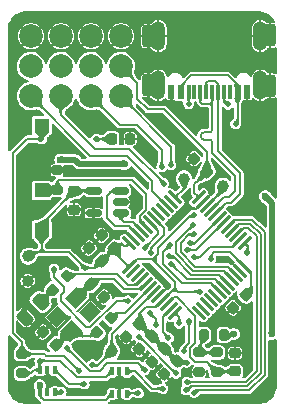
<source format=gbr>
%TF.GenerationSoftware,KiCad,Pcbnew,8.0.2*%
%TF.CreationDate,2024-08-03T15:43:08+02:00*%
%TF.ProjectId,ant control board v1.3,616e7420-636f-46e7-9472-6f6c20626f61,1.1*%
%TF.SameCoordinates,Original*%
%TF.FileFunction,Copper,L1,Top*%
%TF.FilePolarity,Positive*%
%FSLAX46Y46*%
G04 Gerber Fmt 4.6, Leading zero omitted, Abs format (unit mm)*
G04 Created by KiCad (PCBNEW 8.0.2) date 2024-08-03 15:43:08*
%MOMM*%
%LPD*%
G01*
G04 APERTURE LIST*
G04 Aperture macros list*
%AMRoundRect*
0 Rectangle with rounded corners*
0 $1 Rounding radius*
0 $2 $3 $4 $5 $6 $7 $8 $9 X,Y pos of 4 corners*
0 Add a 4 corners polygon primitive as box body*
4,1,4,$2,$3,$4,$5,$6,$7,$8,$9,$2,$3,0*
0 Add four circle primitives for the rounded corners*
1,1,$1+$1,$2,$3*
1,1,$1+$1,$4,$5*
1,1,$1+$1,$6,$7*
1,1,$1+$1,$8,$9*
0 Add four rect primitives between the rounded corners*
20,1,$1+$1,$2,$3,$4,$5,0*
20,1,$1+$1,$4,$5,$6,$7,0*
20,1,$1+$1,$6,$7,$8,$9,0*
20,1,$1+$1,$8,$9,$2,$3,0*%
%AMRotRect*
0 Rectangle, with rotation*
0 The origin of the aperture is its center*
0 $1 length*
0 $2 width*
0 $3 Rotation angle, in degrees counterclockwise*
0 Add horizontal line*
21,1,$1,$2,0,0,$3*%
G04 Aperture macros list end*
%TA.AperFunction,SMDPad,CuDef*%
%ADD10RotRect,1.400000X1.200000X225.000000*%
%TD*%
%TA.AperFunction,SMDPad,CuDef*%
%ADD11RoundRect,0.200000X0.275000X-0.200000X0.275000X0.200000X-0.275000X0.200000X-0.275000X-0.200000X0*%
%TD*%
%TA.AperFunction,SMDPad,CuDef*%
%ADD12RoundRect,0.200000X-0.275000X0.200000X-0.275000X-0.200000X0.275000X-0.200000X0.275000X0.200000X0*%
%TD*%
%TA.AperFunction,SMDPad,CuDef*%
%ADD13RoundRect,0.225000X-0.017678X0.335876X-0.335876X0.017678X0.017678X-0.335876X0.335876X-0.017678X0*%
%TD*%
%TA.AperFunction,SMDPad,CuDef*%
%ADD14RoundRect,0.225000X-0.250000X0.225000X-0.250000X-0.225000X0.250000X-0.225000X0.250000X0.225000X0*%
%TD*%
%TA.AperFunction,SMDPad,CuDef*%
%ADD15RoundRect,0.225000X0.335876X0.017678X0.017678X0.335876X-0.335876X-0.017678X-0.017678X-0.335876X0*%
%TD*%
%TA.AperFunction,SMDPad,CuDef*%
%ADD16C,1.000000*%
%TD*%
%TA.AperFunction,SMDPad,CuDef*%
%ADD17RoundRect,0.100000X0.100000X-0.225000X0.100000X0.225000X-0.100000X0.225000X-0.100000X-0.225000X0*%
%TD*%
%TA.AperFunction,SMDPad,CuDef*%
%ADD18RoundRect,0.225000X-0.335876X-0.017678X-0.017678X-0.335876X0.335876X0.017678X0.017678X0.335876X0*%
%TD*%
%TA.AperFunction,ComponentPad*%
%ADD19C,2.000000*%
%TD*%
%TA.AperFunction,SMDPad,CuDef*%
%ADD20RoundRect,0.200000X0.053033X-0.335876X0.335876X-0.053033X-0.053033X0.335876X-0.335876X0.053033X0*%
%TD*%
%TA.AperFunction,SMDPad,CuDef*%
%ADD21RoundRect,0.200000X0.200000X0.275000X-0.200000X0.275000X-0.200000X-0.275000X0.200000X-0.275000X0*%
%TD*%
%TA.AperFunction,SMDPad,CuDef*%
%ADD22R,1.300000X1.200000*%
%TD*%
%TA.AperFunction,SMDPad,CuDef*%
%ADD23R,1.200000X0.900000*%
%TD*%
%TA.AperFunction,SMDPad,CuDef*%
%ADD24RoundRect,0.225000X-0.225000X-0.250000X0.225000X-0.250000X0.225000X0.250000X-0.225000X0.250000X0*%
%TD*%
%TA.AperFunction,SMDPad,CuDef*%
%ADD25RoundRect,0.075000X-0.415425X-0.521491X0.521491X0.415425X0.415425X0.521491X-0.521491X-0.415425X0*%
%TD*%
%TA.AperFunction,SMDPad,CuDef*%
%ADD26RoundRect,0.075000X0.415425X-0.521491X0.521491X-0.415425X-0.415425X0.521491X-0.521491X0.415425X0*%
%TD*%
%TA.AperFunction,SMDPad,CuDef*%
%ADD27RoundRect,0.150000X0.512500X0.150000X-0.512500X0.150000X-0.512500X-0.150000X0.512500X-0.150000X0*%
%TD*%
%TA.AperFunction,SMDPad,CuDef*%
%ADD28R,0.600000X1.150000*%
%TD*%
%TA.AperFunction,SMDPad,CuDef*%
%ADD29R,0.300000X1.150000*%
%TD*%
%TA.AperFunction,SMDPad,CuDef*%
%ADD30RoundRect,0.250000X-0.250000X0.687500X-0.250000X-0.687500X0.250000X-0.687500X0.250000X0.687500X0*%
%TD*%
%TA.AperFunction,ComponentPad*%
%ADD31O,1.250000X2.500000*%
%TD*%
%TA.AperFunction,SMDPad,CuDef*%
%ADD32RoundRect,0.243750X0.150260X-0.494975X0.494975X-0.150260X-0.150260X0.494975X-0.494975X0.150260X0*%
%TD*%
%TA.AperFunction,ViaPad*%
%ADD33C,0.500000*%
%TD*%
%TA.AperFunction,ViaPad*%
%ADD34C,0.600000*%
%TD*%
%TA.AperFunction,Conductor*%
%ADD35C,0.200000*%
%TD*%
%TA.AperFunction,Conductor*%
%ADD36C,0.500000*%
%TD*%
G04 APERTURE END LIST*
D10*
%TO.P,Y1,1,1*%
%TO.N,/OSC_IN*%
X142975577Y-92550342D03*
%TO.P,Y1,2,2*%
%TO.N,GND*%
X141419942Y-94105977D03*
%TO.P,Y1,3,3*%
%TO.N,Net-(C2-Pad1)*%
X142622023Y-95308058D03*
%TO.P,Y1,4,4*%
%TO.N,GND*%
X144177658Y-93752423D03*
%TD*%
D11*
%TO.P,R12,1*%
%TO.N,/BOOT0*%
X141376400Y-83375000D03*
%TO.P,R12,2*%
%TO.N,GND*%
X141376400Y-81725000D03*
%TD*%
D12*
%TO.P,R3,1*%
%TO.N,/VBAT_DIV*%
X154940000Y-97142800D03*
%TO.P,R3,2*%
%TO.N,/VBAT*%
X154940000Y-98792800D03*
%TD*%
D13*
%TO.P,C9,1*%
%TO.N,+3V3*%
X149442808Y-95768792D03*
%TO.P,C9,2*%
%TO.N,GND*%
X148346792Y-96864808D03*
%TD*%
D12*
%TO.P,R2,1*%
%TO.N,/VBAT_DIV*%
X153416000Y-97142800D03*
%TO.P,R2,2*%
%TO.N,GND*%
X153416000Y-98792800D03*
%TD*%
D14*
%TO.P,C4,1*%
%TO.N,GND*%
X156464000Y-97192800D03*
%TO.P,C4,2*%
%TO.N,/VBAT*%
X156464000Y-98742800D03*
%TD*%
D13*
%TO.P,C8,1*%
%TO.N,+3V3*%
X148376008Y-94701992D03*
%TO.P,C8,2*%
%TO.N,GND*%
X147279992Y-95798008D03*
%TD*%
D15*
%TO.P,C13,1*%
%TO.N,+3V3*%
X145201008Y-89397208D03*
%TO.P,C13,2*%
%TO.N,GND*%
X144104992Y-88301192D03*
%TD*%
D16*
%TO.P,TP4,1,1*%
%TO.N,+3V3*%
X138963400Y-89001600D03*
%TD*%
D17*
%TO.P,U8,1,VCCA*%
%TO.N,+5V*%
X139939000Y-100518000D03*
%TO.P,U8,2,GND*%
%TO.N,GND*%
X140589000Y-100518000D03*
%TO.P,U8,3,A*%
%TO.N,/SERVO_2_SIG_5V*%
X141239000Y-100518000D03*
%TO.P,U8,4,B*%
%TO.N,/SERVO_2_SIG*%
X141239000Y-98618000D03*
%TO.P,U8,5,DIR*%
%TO.N,GND*%
X140589000Y-98618000D03*
%TO.P,U8,6,VCCB*%
%TO.N,+3V3*%
X139939000Y-98618000D03*
%TD*%
D16*
%TO.P,TP5,1,1*%
%TO.N,GND*%
X138912600Y-91084400D03*
%TD*%
D18*
%TO.P,C1,1*%
%TO.N,/OSC_IN*%
X144282792Y-91349192D03*
%TO.P,C1,2*%
%TO.N,GND*%
X145378808Y-92445208D03*
%TD*%
D19*
%TO.P,U4,1,GND*%
%TO.N,GND*%
X146812000Y-70358000D03*
%TO.P,U4,2,VCC*%
%TO.N,+3V3*%
X146812000Y-72898000D03*
%TO.P,U4,3,CH1_(PPM)*%
%TO.N,/CH1_PPM*%
X146812000Y-75438000D03*
%TO.P,U4,4*%
%TO.N,GND*%
X144272000Y-70358000D03*
%TO.P,U4,5*%
%TO.N,+3V3*%
X144272000Y-72898000D03*
%TO.P,U4,6,CH2*%
%TO.N,/CH2*%
X144272000Y-75438000D03*
%TO.P,U4,7*%
%TO.N,GND*%
X141732000Y-70358000D03*
%TO.P,U4,8*%
%TO.N,+3V3*%
X141732000Y-72898000D03*
%TO.P,U4,9,CH3*%
%TO.N,/CH3*%
X141732000Y-75438000D03*
%TO.P,U4,10*%
%TO.N,GND*%
X139192000Y-70358000D03*
%TO.P,U4,11*%
%TO.N,+3V3*%
X139192000Y-72898000D03*
%TO.P,U4,12,CH4*%
%TO.N,/CH4*%
X139192000Y-75438000D03*
%TD*%
D15*
%TO.P,C12,1*%
%TO.N,+3V3*%
X146267808Y-88330408D03*
%TO.P,C12,2*%
%TO.N,GND*%
X145171792Y-87234392D03*
%TD*%
D11*
%TO.P,R13,1*%
%TO.N,+3V3*%
X138430000Y-98919800D03*
%TO.P,R13,2*%
%TO.N,/RESET*%
X138430000Y-97269800D03*
%TD*%
D20*
%TO.P,R4,1*%
%TO.N,Net-(C2-Pad1)*%
X144806237Y-95426963D03*
%TO.P,R4,2*%
%TO.N,/OSC_OUT*%
X145972963Y-94260237D03*
%TD*%
D16*
%TO.P,TP2,1,1*%
%TO.N,Net-(U2-PA13)*%
X155448000Y-83058000D03*
%TD*%
D15*
%TO.P,C2,1*%
%TO.N,Net-(C2-Pad1)*%
X141314808Y-96509208D03*
%TO.P,C2,2*%
%TO.N,GND*%
X140218792Y-95413192D03*
%TD*%
D21*
%TO.P,R1,1*%
%TO.N,+BATT*%
X155511000Y-95681800D03*
%TO.P,R1,2*%
%TO.N,/VBAT_DIV*%
X153861000Y-95681800D03*
%TD*%
D13*
%TO.P,C16,1*%
%TO.N,+3V3*%
X150509608Y-96835592D03*
%TO.P,C16,2*%
%TO.N,GND*%
X149413592Y-97931608D03*
%TD*%
%TO.P,C15,1*%
%TO.N,+3V3*%
X151576408Y-97902392D03*
%TO.P,C15,2*%
%TO.N,GND*%
X150480392Y-98998408D03*
%TD*%
D22*
%TO.P,SW1,1,1*%
%TO.N,+3V3*%
X140094000Y-86765000D03*
%TO.P,SW1,2,2*%
%TO.N,/BOOT0*%
X140094000Y-83415000D03*
D23*
%TO.P,SW1,3,hold*%
%TO.N,GND*%
X138544000Y-87390000D03*
%TO.P,SW1,4,hold*%
X138544000Y-82790000D03*
%TD*%
D14*
%TO.P,C31,1*%
%TO.N,+3V3*%
X142849600Y-83502200D03*
%TO.P,C31,2*%
%TO.N,GND*%
X142849600Y-85052200D03*
%TD*%
D13*
%TO.P,C10,1*%
%TO.N,+3V3*%
X157418408Y-92263592D03*
%TO.P,C10,2*%
%TO.N,GND*%
X156322392Y-93359608D03*
%TD*%
D22*
%TO.P,SW2,1,1*%
%TO.N,GND*%
X140094000Y-81304000D03*
%TO.P,SW2,2,2*%
%TO.N,/RESET*%
X140094000Y-77954000D03*
D23*
%TO.P,SW2,3,hold*%
%TO.N,GND*%
X138544000Y-81929000D03*
%TO.P,SW2,4,hold*%
X138544000Y-77329000D03*
%TD*%
D20*
%TO.P,R5,1*%
%TO.N,Net-(D1-A)*%
X141047037Y-91820163D03*
%TO.P,R5,2*%
%TO.N,Net-(U2-PC15)*%
X142213763Y-90653437D03*
%TD*%
D15*
%TO.P,C11,1*%
%TO.N,+3V3*%
X154091008Y-81828008D03*
%TO.P,C11,2*%
%TO.N,GND*%
X152994992Y-80731992D03*
%TD*%
D16*
%TO.P,TP3,1,1*%
%TO.N,Net-(U2-PA14)*%
X152146000Y-82423000D03*
%TD*%
D17*
%TO.P,U9,1,VCCA*%
%TO.N,+5V*%
X146035000Y-100645000D03*
%TO.P,U9,2,GND*%
%TO.N,GND*%
X146685000Y-100645000D03*
%TO.P,U9,3,A*%
%TO.N,/SERVO_1_SIG_5V*%
X147335000Y-100645000D03*
%TO.P,U9,4,B*%
%TO.N,/SERVO_1_SIG*%
X147335000Y-98745000D03*
%TO.P,U9,5,DIR*%
%TO.N,GND*%
X146685000Y-98745000D03*
%TO.P,U9,6,VCCB*%
%TO.N,+3V3*%
X146035000Y-98745000D03*
%TD*%
D16*
%TO.P,TP1,1,1*%
%TO.N,/RESET*%
X146050000Y-97028000D03*
%TD*%
D24*
%TO.P,C3,1*%
%TO.N,/RESET*%
X146037000Y-79044800D03*
%TO.P,C3,2*%
%TO.N,GND*%
X147587000Y-79044800D03*
%TD*%
D25*
%TO.P,U2,1,VDD*%
%TO.N,+3V3*%
X147512124Y-89898788D03*
%TO.P,U2,2,PC13*%
%TO.N,unconnected-(U2-PC13-Pad2)*%
X147865678Y-90252342D03*
%TO.P,U2,3,PC14*%
%TO.N,unconnected-(U2-PC14-Pad3)*%
X148219231Y-90605895D03*
%TO.P,U2,4,PC15*%
%TO.N,Net-(U2-PC15)*%
X148572785Y-90959449D03*
%TO.P,U2,5,RCC_OSC_IN*%
%TO.N,/OSC_IN*%
X148926338Y-91313002D03*
%TO.P,U2,6,RCC_OSC_OUT*%
%TO.N,/OSC_OUT*%
X149279891Y-91666555D03*
%TO.P,U2,7,NRST*%
%TO.N,/RESET*%
X149633445Y-92020109D03*
%TO.P,U2,8,VSSA*%
%TO.N,GND*%
X149986998Y-92373662D03*
%TO.P,U2,9,VDDA*%
%TO.N,+3V3*%
X150340551Y-92727215D03*
%TO.P,U2,10,PA0*%
%TO.N,/VBAT*%
X150694105Y-93080769D03*
%TO.P,U2,11,PA1*%
%TO.N,/ADC1*%
X151047658Y-93434322D03*
%TO.P,U2,12,PA2*%
%TO.N,/ADC2*%
X151401212Y-93787876D03*
D26*
%TO.P,U2,13,PA3*%
%TO.N,unconnected-(U2-PA3-Pad13)*%
X153398788Y-93787876D03*
%TO.P,U2,14,PA4*%
%TO.N,unconnected-(U2-PA4-Pad14)*%
X153752342Y-93434322D03*
%TO.P,U2,15,PA5*%
%TO.N,unconnected-(U2-PA5-Pad15)*%
X154105895Y-93080769D03*
%TO.P,U2,16,PA6*%
%TO.N,unconnected-(U2-PA6-Pad16)*%
X154459449Y-92727215D03*
%TO.P,U2,17,PA7*%
%TO.N,unconnected-(U2-PA7-Pad17)*%
X154813002Y-92373662D03*
%TO.P,U2,18,PB0*%
%TO.N,/CH1_PPM*%
X155166555Y-92020109D03*
%TO.P,U2,19,PB1*%
%TO.N,/CH2*%
X155520109Y-91666555D03*
%TO.P,U2,20,PB2*%
%TO.N,/CH3*%
X155873662Y-91313002D03*
%TO.P,U2,21,PB10*%
%TO.N,/~{M3_SLEEP}*%
X156227215Y-90959449D03*
%TO.P,U2,22,PB11*%
%TO.N,/M3_DIR*%
X156580769Y-90605895D03*
%TO.P,U2,23,VSS*%
%TO.N,GND*%
X156934322Y-90252342D03*
%TO.P,U2,24,VDD*%
%TO.N,+3V3*%
X157287876Y-89898788D03*
D25*
%TO.P,U2,25,PB12*%
%TO.N,/~{M2_SLEEP}*%
X157287876Y-87901212D03*
%TO.P,U2,26,PB13*%
%TO.N,/M2_DIR*%
X156934322Y-87547658D03*
%TO.P,U2,27,PB14*%
%TO.N,/~{M1_SLEEP}*%
X156580769Y-87194105D03*
%TO.P,U2,28,PB15*%
%TO.N,/M1_DIR*%
X156227215Y-86840551D03*
%TO.P,U2,29,PA8*%
%TO.N,/M1_PWM*%
X155873662Y-86486998D03*
%TO.P,U2,30,PA9*%
%TO.N,/M2_PWM*%
X155520109Y-86133445D03*
%TO.P,U2,31,PA10*%
%TO.N,/M3_PWM*%
X155166555Y-85779891D03*
%TO.P,U2,32,USB_DM*%
%TO.N,/USB_D-*%
X154813002Y-85426338D03*
%TO.P,U2,33,USB_DP*%
%TO.N,/USB_D+*%
X154459449Y-85072785D03*
%TO.P,U2,34,PA13*%
%TO.N,Net-(U2-PA13)*%
X154105895Y-84719231D03*
%TO.P,U2,35,VSS*%
%TO.N,GND*%
X153752342Y-84365678D03*
%TO.P,U2,36,VDD*%
%TO.N,+3V3*%
X153398788Y-84012124D03*
D26*
%TO.P,U2,37,PA14*%
%TO.N,Net-(U2-PA14)*%
X151401212Y-84012124D03*
%TO.P,U2,38,PA15*%
%TO.N,unconnected-(U2-PA15-Pad38)*%
X151047658Y-84365678D03*
%TO.P,U2,39,PB3*%
%TO.N,/CH4*%
X150694105Y-84719231D03*
%TO.P,U2,40,PB4*%
%TO.N,unconnected-(U2-PB4-Pad40)*%
X150340551Y-85072785D03*
%TO.P,U2,41,PB5*%
%TO.N,unconnected-(U2-PB5-Pad41)*%
X149986998Y-85426338D03*
%TO.P,U2,42,PB6*%
%TO.N,/SERVO_1_SIG*%
X149633445Y-85779891D03*
%TO.P,U2,43,PB7*%
%TO.N,/SERVO_2_SIG*%
X149279891Y-86133445D03*
%TO.P,U2,44,BOOT0*%
%TO.N,/BOOT0*%
X148926338Y-86486998D03*
%TO.P,U2,45,I2C1_SCL*%
%TO.N,/I2C1_SCL*%
X148572785Y-86840551D03*
%TO.P,U2,46,I2C1_SDA*%
%TO.N,/I2C1_SDA*%
X148219231Y-87194105D03*
%TO.P,U2,47,VSS*%
%TO.N,GND*%
X147865678Y-87547658D03*
%TO.P,U2,48,VDD*%
%TO.N,+3V3*%
X147512124Y-87901212D03*
%TD*%
D27*
%TO.P,U10,1,SCL*%
%TO.N,/I2C1_SCL*%
X146781100Y-85342900D03*
%TO.P,U10,2,GND*%
%TO.N,GND*%
X146781100Y-84392900D03*
%TO.P,U10,3,SDA*%
%TO.N,/I2C1_SDA*%
X146781100Y-83442900D03*
%TO.P,U10,4,VCC*%
%TO.N,+3V3*%
X144506100Y-83442900D03*
%TO.P,U10,5,WP*%
%TO.N,GND*%
X144506100Y-85342900D03*
%TD*%
D28*
%TO.P,J4,1,GND_1*%
%TO.N,GND*%
X157493000Y-75110500D03*
%TO.P,J4,2,VBUS*%
%TO.N,/VUSB*%
X156693000Y-75110500D03*
D29*
%TO.P,J4,3,SBU2*%
%TO.N,unconnected-(J4-SBU2-Pad3)*%
X156043000Y-75110500D03*
%TO.P,J4,4,CC1*%
%TO.N,/CC1*%
X155543000Y-75110500D03*
%TO.P,J4,5,DN2*%
%TO.N,/USB_D-*%
X155043000Y-75110500D03*
%TO.P,J4,6,DP1*%
%TO.N,/USB_D+*%
X154543000Y-75110500D03*
%TO.P,J4,7,DN1*%
%TO.N,/USB_D-*%
X154043000Y-75110500D03*
%TO.P,J4,8,DP2*%
%TO.N,/USB_D+*%
X153543000Y-75110500D03*
%TO.P,J4,9,SBU1*%
%TO.N,unconnected-(J4-SBU1-Pad9)*%
X153043000Y-75110500D03*
%TO.P,J4,10,CC2*%
%TO.N,/CC2*%
X152543000Y-75110500D03*
D28*
%TO.P,J4,11,VBUS*%
%TO.N,/VUSB*%
X151893000Y-75110500D03*
%TO.P,J4,12,GND_2*%
%TO.N,GND*%
X151093000Y-75110500D03*
D30*
%TO.P,J4,13,SHIELD*%
X159443000Y-74555500D03*
X159443000Y-70305500D03*
D31*
X158613000Y-74535500D03*
X158613000Y-70355500D03*
X149973000Y-74535500D03*
X149973000Y-70355500D03*
D30*
X149143000Y-74505500D03*
X149143000Y-70355500D03*
%TD*%
D32*
%TO.P,D1,1,K*%
%TO.N,GND*%
X138681487Y-94185713D03*
%TO.P,D1,2,A*%
%TO.N,Net-(D1-A)*%
X140007313Y-92859887D03*
%TD*%
D33*
%TO.N,GND*%
X149352000Y-80670400D03*
X138544000Y-82222000D03*
X152323800Y-84988400D03*
X143308000Y-87274400D03*
X139594002Y-82346800D03*
X142243069Y-94202087D03*
X150622000Y-91363800D03*
X142138400Y-80060800D03*
X138379200Y-100076000D03*
X138610905Y-93536000D03*
X138557000Y-87376000D03*
X144272000Y-77368400D03*
X156845000Y-94869000D03*
X148903600Y-82888109D03*
X145298096Y-99822000D03*
X156591000Y-101168200D03*
X155371800Y-89281000D03*
X159595531Y-96346127D03*
X149987000Y-98425000D03*
X138582400Y-86004400D03*
X155244800Y-81965800D03*
X152298400Y-98856800D03*
X154279600Y-71450200D03*
X152019000Y-101092000D03*
X137795000Y-76454000D03*
X149885400Y-77105600D03*
X159004000Y-82143600D03*
X152654000Y-79629000D03*
X143687800Y-93827600D03*
X146423595Y-87333779D03*
X146024600Y-91770200D03*
X143095691Y-96359691D03*
X148335299Y-84683650D03*
X142875000Y-89916000D03*
X157632400Y-96279356D03*
X144526000Y-96723200D03*
X149199600Y-89865200D03*
X141815084Y-87113489D03*
X138531600Y-82854800D03*
X149606000Y-72390000D03*
X151688800Y-96316800D03*
%TO.N,/RESET*%
X144729200Y-79070200D03*
X144399000Y-98185200D03*
X140081000Y-79070200D03*
X143300893Y-98700075D03*
D34*
%TO.N,+BATT*%
X159592800Y-89814400D03*
X159029400Y-83921600D03*
X156370808Y-95579356D03*
X159592800Y-95579356D03*
D33*
%TO.N,+3V3*%
X152984200Y-85521800D03*
X139939000Y-97840800D03*
X152373122Y-97994678D03*
X154406600Y-89246010D03*
X143738600Y-89975600D03*
X153509820Y-91994634D03*
X140106400Y-86766400D03*
X153583008Y-82336008D03*
D34*
%TO.N,+5V*%
X139954000Y-99923600D03*
D33*
%TO.N,/ADC2*%
X141147800Y-90093800D03*
X151739600Y-94665800D03*
X147410400Y-92760800D03*
%TO.N,/ADC1*%
X150837194Y-95918599D03*
X142240000Y-96774000D03*
X148815295Y-98606105D03*
%TO.N,/VUSB*%
X156514800Y-77774800D03*
%TO.N,/CC2*%
X152552400Y-76073000D03*
%TO.N,/SERVO_2_SIG*%
X143713200Y-99822000D03*
X149766793Y-94849393D03*
X151482244Y-98904245D03*
X148361400Y-95808800D03*
X148844000Y-88265000D03*
X149250400Y-93821623D03*
%TO.N,/SERVO_1_SIG*%
X152146000Y-97053400D03*
X149336187Y-88695664D03*
X150368000Y-100203000D03*
X152577800Y-94462600D03*
%TO.N,/CC1*%
X155892500Y-76136500D03*
D34*
%TO.N,/SW*%
X141681922Y-80825117D03*
X147175135Y-81170865D03*
D33*
%TO.N,/~{M1_SLEEP}*%
X152400000Y-99644200D03*
%TO.N,/CH2*%
X150266400Y-81407000D03*
X151082814Y-89622041D03*
%TO.N,/M1_PWM*%
X153009600Y-100533200D03*
%TO.N,/M3_DIR*%
X153009600Y-87147400D03*
%TO.N,/M1_DIR*%
X152313565Y-100292466D03*
%TO.N,/~{M2_SLEEP}*%
X157458213Y-88696010D03*
%TO.N,/M3_PWM*%
X152654000Y-87858600D03*
%TO.N,/CH3*%
X150876000Y-89001600D03*
X150432814Y-82837158D03*
%TO.N,/M2_PWM*%
X152374030Y-88449647D03*
%TO.N,/~{M3_SLEEP}*%
X152941309Y-86317109D03*
%TO.N,/M2_DIR*%
X152984200Y-89052400D03*
%TO.N,/CH1_PPM*%
X151028400Y-81280000D03*
X150947409Y-88082409D03*
%TO.N,/SERVO_2_SIG_5V*%
X141753325Y-100518000D03*
%TO.N,/SERVO_1_SIG_5V*%
X148298000Y-100584000D03*
%TD*%
D35*
%TO.N,/OSC_IN*%
X148926338Y-91313002D02*
X148431930Y-91807410D01*
X146202400Y-90932000D02*
X144699984Y-90932000D01*
X144699984Y-90932000D02*
X144282792Y-91349192D01*
X147077810Y-91807410D02*
X146202400Y-90932000D01*
X144176727Y-91349192D02*
X142975577Y-92550342D01*
X144282792Y-91349192D02*
X144176727Y-91349192D01*
X148431930Y-91807410D02*
X147077810Y-91807410D01*
%TO.N,GND*%
X146685000Y-100645000D02*
X146685000Y-99822000D01*
X146685000Y-99822000D02*
X146685000Y-98745000D01*
D36*
X140515000Y-81725000D02*
X140094000Y-81304000D01*
D35*
X145298096Y-99822000D02*
X146685000Y-99822000D01*
X152340400Y-84971800D02*
X152323800Y-84988400D01*
X153752342Y-84365678D02*
X153146220Y-84971800D01*
X153146220Y-84971800D02*
X152340400Y-84971800D01*
D36*
X141376400Y-81725000D02*
X140515000Y-81725000D01*
D35*
%TO.N,Net-(C2-Pad1)*%
X144806237Y-95426963D02*
X144449800Y-95783400D01*
X141420873Y-96509208D02*
X142622023Y-95308058D01*
X143097365Y-95783400D02*
X142622023Y-95308058D01*
X141314808Y-96509208D02*
X141420873Y-96509208D01*
X144449800Y-95783400D02*
X143097365Y-95783400D01*
%TO.N,/RESET*%
X144892800Y-98185200D02*
X146050000Y-97028000D01*
X140081000Y-79070200D02*
X140094000Y-79057200D01*
X144729200Y-79070200D02*
X146011600Y-79070200D01*
X146050000Y-95603554D02*
X149633445Y-92020109D01*
X146050000Y-97028000D02*
X146050000Y-95603554D01*
X140348200Y-97269800D02*
X138430000Y-97269800D01*
X140487400Y-97409000D02*
X140348200Y-97269800D01*
X140081000Y-79070200D02*
X138861800Y-79070200D01*
X137637987Y-95499387D02*
X138430000Y-96291400D01*
X144399000Y-98185200D02*
X144892800Y-98185200D01*
X142009818Y-97409000D02*
X140487400Y-97409000D01*
X137637987Y-80294013D02*
X137637987Y-95499387D01*
X146011600Y-79070200D02*
X146037000Y-79044800D01*
X138430000Y-96291400D02*
X138430000Y-97269800D01*
X140094000Y-79057200D02*
X140094000Y-77954000D01*
X143300893Y-98700075D02*
X142009818Y-97409000D01*
X138861800Y-79070200D02*
X137637987Y-80294013D01*
%TO.N,/VBAT*%
X156464000Y-98742800D02*
X154990000Y-98742800D01*
X152691000Y-96750862D02*
X152691000Y-97534738D01*
X150694105Y-93080769D02*
X151293474Y-92481400D01*
X154089600Y-97942400D02*
X154940000Y-98792800D01*
X154990000Y-98742800D02*
X154940000Y-98792800D01*
X152691000Y-97534738D02*
X153098662Y-97942400D01*
X151526626Y-92481400D02*
X153111200Y-94065974D01*
X153098662Y-97942400D02*
X154089600Y-97942400D01*
X151293474Y-92481400D02*
X151526626Y-92481400D01*
X153111200Y-94065974D02*
X153111200Y-96330662D01*
X153111200Y-96330662D02*
X152691000Y-96750862D01*
D36*
%TO.N,+BATT*%
X159592800Y-95579356D02*
X159592800Y-84485000D01*
D35*
X155511000Y-95681800D02*
X156268364Y-95681800D01*
D36*
X159592800Y-84485000D02*
X159029400Y-83921600D01*
D35*
X156268364Y-95681800D02*
X156370808Y-95579356D01*
%TO.N,+3V3*%
X139939000Y-97840800D02*
X139939000Y-98618000D01*
X147291936Y-88121400D02*
X147095154Y-88121400D01*
X141655800Y-97840800D02*
X143065075Y-99250075D01*
X143738600Y-89975600D02*
X143747400Y-89966800D01*
X153035000Y-83648336D02*
X153398788Y-84012124D01*
X148209000Y-74295000D02*
X148209000Y-75692000D01*
X140081000Y-88671400D02*
X142434400Y-88671400D01*
X149796143Y-93271623D02*
X150340551Y-92727215D01*
X140106400Y-86766400D02*
X140094000Y-88658400D01*
X151373766Y-91694000D02*
X151373766Y-91208052D01*
X153583008Y-82336008D02*
X154091008Y-81828008D01*
X149968000Y-88284000D02*
X152730200Y-85521800D01*
X144506100Y-83442900D02*
X142908900Y-83442900D01*
X151576408Y-97902392D02*
X150509608Y-96835592D01*
X146894133Y-87920379D02*
X146677837Y-87920379D01*
X151373766Y-91208052D02*
X149411378Y-89245664D01*
X145201008Y-89397208D02*
X146267808Y-88330408D01*
X157861000Y-91821000D02*
X157418408Y-92263592D01*
X146677837Y-87920379D02*
X146267808Y-88330408D01*
X151674400Y-91994634D02*
X151373766Y-91694000D01*
X148165248Y-89245664D02*
X149564005Y-89245664D01*
X147512124Y-87901212D02*
X147291936Y-88121400D01*
X154711400Y-88671400D02*
X156060488Y-88671400D01*
X139481600Y-98618000D02*
X139179800Y-98919800D01*
X151668694Y-97994678D02*
X151576408Y-97902392D01*
X143747400Y-89966800D02*
X144631416Y-89966800D01*
X142434400Y-88671400D02*
X143738600Y-89975600D01*
X147512124Y-89898788D02*
X148165248Y-89245664D01*
X154406600Y-88976200D02*
X154711400Y-88671400D01*
X149564005Y-89245664D02*
X149968000Y-88841669D01*
X157861000Y-90471912D02*
X157861000Y-91821000D01*
X148376008Y-93843232D02*
X148947617Y-93271623D01*
X152730200Y-85521800D02*
X152984200Y-85521800D01*
X139939000Y-97840800D02*
X141655800Y-97840800D01*
X149072600Y-76555600D02*
X150466662Y-76555600D01*
X140094000Y-86765000D02*
X140094000Y-86257800D01*
X150509608Y-96835592D02*
X149442808Y-95768792D01*
X148947617Y-93271623D02*
X149796143Y-93271623D01*
X148376008Y-94701992D02*
X148376008Y-93843232D01*
X146335536Y-88722200D02*
X147512124Y-89898788D01*
X156060488Y-88671400D02*
X157287876Y-89898788D01*
X153583008Y-82336008D02*
X153035000Y-82884016D01*
X154406600Y-89246010D02*
X154406600Y-88976200D01*
X153035000Y-82884016D02*
X153035000Y-83648336D01*
X151373766Y-91694000D02*
X150340551Y-92727215D01*
X142908900Y-83442900D02*
X142849600Y-83502200D01*
X153509820Y-91994634D02*
X151674400Y-91994634D01*
X154091008Y-80179946D02*
X154091008Y-81828008D01*
X150466662Y-76555600D02*
X154091008Y-80179946D01*
X140094000Y-88658400D02*
X140081000Y-88671400D01*
X148209000Y-75692000D02*
X149072600Y-76555600D01*
X139939000Y-98618000D02*
X139481600Y-98618000D01*
X138963400Y-89001600D02*
X139293600Y-88671400D01*
X140094000Y-86257800D02*
X142849600Y-83502200D01*
X145529925Y-99250075D02*
X146035000Y-98745000D01*
X148376008Y-94701992D02*
X149442808Y-95768792D01*
X140094000Y-86765000D02*
X140106400Y-86766400D01*
X152373122Y-97994678D02*
X151668694Y-97994678D01*
X145201008Y-89397208D02*
X145876016Y-88722200D01*
X143065075Y-99250075D02*
X145529925Y-99250075D01*
X149968000Y-88841669D02*
X149968000Y-88284000D01*
X139179800Y-98919800D02*
X138430000Y-98919800D01*
X147095154Y-88121400D02*
X146894133Y-87920379D01*
X144631416Y-89966800D02*
X145201008Y-89397208D01*
X139293600Y-88671400D02*
X140081000Y-88671400D01*
X146812000Y-72898000D02*
X148209000Y-74295000D01*
X157287876Y-89898788D02*
X157861000Y-90471912D01*
%TO.N,+5V*%
X139939000Y-99938600D02*
X139939000Y-100518000D01*
X140258800Y-101142800D02*
X145537200Y-101142800D01*
X139939000Y-100823000D02*
X140258800Y-101142800D01*
X145537200Y-101142800D02*
X146035000Y-100645000D01*
X139939000Y-100518000D02*
X139939000Y-100823000D01*
X139954000Y-99923600D02*
X139939000Y-99938600D01*
%TO.N,/ADC2*%
X144236232Y-94971662D02*
X143892062Y-94971662D01*
X141706600Y-92786200D02*
X141706600Y-92303600D01*
X142011400Y-91617800D02*
X141147800Y-90754200D01*
X151739600Y-94126264D02*
X151401212Y-93787876D01*
X146447094Y-92760800D02*
X144236232Y-94971662D01*
X147410400Y-92760800D02*
X146447094Y-92760800D01*
X142011400Y-91998800D02*
X142011400Y-91617800D01*
X151739600Y-94665800D02*
X151739600Y-94126264D01*
X143892062Y-94971662D02*
X141706600Y-92786200D01*
X141147800Y-90754200D02*
X141147800Y-90093800D01*
X141706600Y-92303600D02*
X142011400Y-91998800D01*
%TO.N,/ADC1*%
X145023800Y-98689200D02*
X145669000Y-98044000D01*
X150368000Y-94113980D02*
X151047658Y-93434322D01*
X148253190Y-98044000D02*
X148815295Y-98606105D01*
X145669000Y-98044000D02*
X148253190Y-98044000D01*
X148815295Y-98647323D02*
X148815295Y-98606105D01*
X144155200Y-98689200D02*
X145023800Y-98689200D01*
X142240000Y-96774000D02*
X144155200Y-98689200D01*
X150368000Y-95449405D02*
X150368000Y-94113980D01*
X150837194Y-95918599D02*
X150368000Y-95449405D01*
%TO.N,Net-(D1-A)*%
X141047037Y-91820163D02*
X140007313Y-92859887D01*
%TO.N,/VUSB*%
X151893000Y-74573400D02*
X152781000Y-73685400D01*
X151893000Y-75110500D02*
X151893000Y-74573400D01*
X156693000Y-74505751D02*
X156693000Y-75110500D01*
X156693000Y-77596600D02*
X156693000Y-75110500D01*
X152781000Y-73685400D02*
X155872649Y-73685400D01*
X156514800Y-77774800D02*
X156693000Y-77596600D01*
X155872649Y-73685400D02*
X156693000Y-74505751D01*
%TO.N,/CC2*%
X152543000Y-75110500D02*
X152543000Y-76063600D01*
X152543000Y-76063600D02*
X152552400Y-76073000D01*
%TO.N,/SERVO_2_SIG*%
X149991000Y-87118000D02*
X148844000Y-88265000D01*
X143713200Y-99822000D02*
X142443000Y-99822000D01*
X148386800Y-95808800D02*
X148361400Y-95808800D01*
X151345676Y-98767676D02*
X148386800Y-95808800D01*
X149991000Y-87075200D02*
X149991000Y-86844554D01*
X151482244Y-98904245D02*
X151345676Y-98767677D01*
X149766793Y-94849393D02*
X149766793Y-94338016D01*
X149991000Y-86844554D02*
X149279891Y-86133445D01*
X149766793Y-94338016D02*
X149250400Y-93821623D01*
X151345676Y-98767677D02*
X151345676Y-98767676D01*
X142443000Y-99822000D02*
X141239000Y-98618000D01*
X149991000Y-87075200D02*
X149991000Y-87118000D01*
%TO.N,/SERVO_1_SIG*%
X149336187Y-88695664D02*
X149336187Y-88485577D01*
X148021000Y-98745000D02*
X147335000Y-98745000D01*
X150368000Y-100203000D02*
X149479000Y-100203000D01*
X152577800Y-96369088D02*
X152146000Y-96800888D01*
X152577800Y-94462600D02*
X152577800Y-96369088D01*
X149336187Y-88485577D02*
X149348000Y-88473764D01*
X152146000Y-96800888D02*
X152146000Y-97053400D01*
X150492954Y-86639400D02*
X149633445Y-85779891D01*
X150495000Y-87191314D02*
X150495000Y-86639400D01*
X149479000Y-100203000D02*
X148021000Y-98745000D01*
X149348000Y-88338314D02*
X150495000Y-87191314D01*
X150495000Y-86639400D02*
X150492954Y-86639400D01*
X149348000Y-88473764D02*
X149348000Y-88338314D01*
%TO.N,/CC1*%
X155892500Y-76136500D02*
X155543000Y-75787000D01*
X155543000Y-75787000D02*
X155543000Y-75110500D01*
D36*
%TO.N,/SW*%
X141681922Y-80825117D02*
X142953517Y-80825117D01*
X142953517Y-80825117D02*
X143299265Y-81170865D01*
X143299265Y-81170865D02*
X147175135Y-81170865D01*
D35*
%TO.N,/OSC_OUT*%
X149279891Y-91666555D02*
X147169646Y-93776800D01*
X147169646Y-93776800D02*
X146456400Y-93776800D01*
X146456400Y-93776800D02*
X145972963Y-94260237D01*
%TO.N,Net-(U2-PC15)*%
X146456400Y-90525600D02*
X142341600Y-90525600D01*
X148572785Y-90959449D02*
X148078378Y-91453856D01*
X142341600Y-90525600D02*
X142213763Y-90653437D01*
X148078378Y-91453856D02*
X147384656Y-91453856D01*
X147384656Y-91453856D02*
X146456400Y-90525600D01*
%TO.N,/VBAT_DIV*%
X153861000Y-96125800D02*
X153416000Y-96570800D01*
X153861000Y-95681800D02*
X153861000Y-96125800D01*
X153416000Y-96570800D02*
X153416000Y-97142800D01*
X154940000Y-97142800D02*
X153416000Y-97142800D01*
%TO.N,/BOOT0*%
X141376400Y-83375000D02*
X140134000Y-83375000D01*
X148431930Y-85584870D02*
X148945600Y-85071200D01*
X148431930Y-85992590D02*
X148431930Y-85584870D01*
X148945600Y-83718400D02*
X147777200Y-82550000D01*
X148945600Y-85071200D02*
X148945600Y-83718400D01*
X148926338Y-86486998D02*
X148431930Y-85992590D01*
X141579600Y-82550000D02*
X147777200Y-82550000D01*
X140134000Y-83375000D02*
X140094000Y-83415000D01*
X141376400Y-83375000D02*
X141376400Y-82753200D01*
X141376400Y-82753200D02*
X141579600Y-82550000D01*
%TO.N,Net-(U2-PA13)*%
X155448000Y-83377126D02*
X154105895Y-84719231D01*
X155448000Y-83058000D02*
X155448000Y-83377126D01*
%TO.N,Net-(U2-PA14)*%
X152146000Y-83267336D02*
X151401212Y-84012124D01*
X152146000Y-82423000D02*
X152146000Y-83267336D01*
%TO.N,/~{M1_SLEEP}*%
X158292800Y-98729800D02*
X158292800Y-87274400D01*
X157378400Y-99644200D02*
X158292800Y-98729800D01*
X157607000Y-86588600D02*
X157186274Y-86588600D01*
X152400000Y-99644200D02*
X157378400Y-99644200D01*
X157186274Y-86588600D02*
X156580769Y-87194105D01*
X158292800Y-87274400D02*
X157607000Y-86588600D01*
%TO.N,/CH2*%
X151082814Y-89622041D02*
X152398373Y-90937600D01*
X148132800Y-77876400D02*
X146710400Y-77876400D01*
X150266400Y-80010000D02*
X148132800Y-77876400D01*
X154791154Y-90937600D02*
X155520109Y-91666555D01*
X150266400Y-81407000D02*
X150266400Y-80010000D01*
X152398373Y-90937600D02*
X154791154Y-90937600D01*
X146710400Y-77876400D02*
X144272000Y-75438000D01*
%TO.N,/M1_PWM*%
X158992800Y-86984451D02*
X157896949Y-85888600D01*
X153009600Y-100533200D02*
X153198600Y-100344200D01*
X156472060Y-85888600D02*
X155873662Y-86486998D01*
X157668349Y-100344200D02*
X158992800Y-99019749D01*
X158992800Y-99019749D02*
X158992800Y-86984451D01*
X153198600Y-100344200D02*
X157668349Y-100344200D01*
X157896949Y-85888600D02*
X156472060Y-85888600D01*
%TO.N,/M3_DIR*%
X151866600Y-87886792D02*
X151866600Y-88672052D01*
X151866600Y-88672052D02*
X153082148Y-89887600D01*
X153009600Y-87147400D02*
X152605992Y-87147400D01*
X155862474Y-89887600D02*
X156580769Y-90605895D01*
X153082148Y-89887600D02*
X155862474Y-89887600D01*
X152605992Y-87147400D02*
X151866600Y-87886792D01*
%TO.N,/M1_DIR*%
X152762764Y-99994200D02*
X157523375Y-99994200D01*
X152313565Y-100292466D02*
X152464498Y-100292466D01*
X152464498Y-100292466D02*
X152762764Y-99994200D01*
X157751974Y-86238600D02*
X156829166Y-86238600D01*
X158642800Y-87129426D02*
X157751974Y-86238600D01*
X156829166Y-86238600D02*
X156227215Y-86840551D01*
X157523375Y-99994200D02*
X158642800Y-98874775D01*
X158642800Y-98874775D02*
X158642800Y-87129426D01*
%TO.N,/CH4*%
X149453600Y-83478726D02*
X150694105Y-84719231D01*
X139192000Y-75438000D02*
X144221200Y-80467200D01*
X149453600Y-82600800D02*
X149453600Y-83478726D01*
X147320000Y-80467200D02*
X149453600Y-82600800D01*
X144221200Y-80467200D02*
X147320000Y-80467200D01*
%TO.N,/~{M2_SLEEP}*%
X157458213Y-88696010D02*
X157556200Y-88598023D01*
X157556200Y-88169536D02*
X157287876Y-87901212D01*
X157556200Y-88598023D02*
X157556200Y-88169536D01*
%TO.N,/M3_PWM*%
X153087846Y-87858600D02*
X155166555Y-85779891D01*
X152654000Y-87858600D02*
X153087846Y-87858600D01*
%TO.N,/CH3*%
X150432814Y-82818014D02*
X147523200Y-79908400D01*
X152766800Y-90587600D02*
X155148260Y-90587600D01*
X147523200Y-79908400D02*
X144627600Y-79908400D01*
X155148260Y-90587600D02*
X155873662Y-91313002D01*
X141732000Y-77012800D02*
X141732000Y-75438000D01*
X150432814Y-82837158D02*
X150432814Y-82818014D01*
X150876000Y-89001600D02*
X151180800Y-89001600D01*
X151180800Y-89001600D02*
X152766800Y-90587600D01*
X144627600Y-79908400D02*
X141732000Y-77012800D01*
%TO.N,/M2_PWM*%
X152374030Y-88449647D02*
X153203907Y-88449647D01*
X153203907Y-88449647D02*
X155520109Y-86133445D01*
%TO.N,/I2C1_SDA*%
X148219231Y-87194105D02*
X147481126Y-86456000D01*
X145592800Y-83870800D02*
X146020700Y-83442900D01*
X146298400Y-86456000D02*
X145592800Y-85750400D01*
X146020700Y-83442900D02*
X146781100Y-83442900D01*
X145592800Y-85750400D02*
X145592800Y-83870800D01*
X147481126Y-86456000D02*
X146298400Y-86456000D01*
%TO.N,/~{M3_SLEEP}*%
X152941309Y-86317109D02*
X151460200Y-87798218D01*
X151460200Y-87798218D02*
X151460200Y-88760626D01*
X152937174Y-90237600D02*
X155505366Y-90237600D01*
X155505366Y-90237600D02*
X156227215Y-90959449D01*
X151460200Y-88760626D02*
X152937174Y-90237600D01*
%TO.N,/I2C1_SCL*%
X146781100Y-85342900D02*
X146781100Y-85821100D01*
X146781100Y-85821100D02*
X147066000Y-86106000D01*
X147838234Y-86106000D02*
X148572785Y-86840551D01*
X147066000Y-86106000D02*
X147838234Y-86106000D01*
%TO.N,/M2_DIR*%
X154330400Y-88188800D02*
X156293180Y-88188800D01*
X153466800Y-89052400D02*
X154330400Y-88188800D01*
X152984200Y-89052400D02*
X153466800Y-89052400D01*
X156293180Y-88188800D02*
X156934322Y-87547658D01*
%TO.N,/CH1_PPM*%
X151028400Y-81280000D02*
X151079200Y-81229200D01*
X152019000Y-91287600D02*
X154434046Y-91287600D01*
X150368000Y-88661818D02*
X150368000Y-89636600D01*
X154434046Y-91287600D02*
X155166555Y-92020109D01*
X150368000Y-89636600D02*
X152019000Y-91287600D01*
X151079200Y-79705200D02*
X146812000Y-75438000D01*
X150947409Y-88082409D02*
X150368000Y-88661818D01*
X151079200Y-81229200D02*
X151079200Y-79705200D01*
%TO.N,/USB_D-*%
X155447236Y-84756748D02*
X155752584Y-84451400D01*
X155447236Y-84792104D02*
X155447236Y-84756748D01*
X156892200Y-81974200D02*
X155043000Y-80125000D01*
X156125400Y-84451400D02*
X156892200Y-83684600D01*
X155043000Y-74398000D02*
X154801000Y-74156000D01*
X154813002Y-85426338D02*
X155447236Y-84792104D01*
X155752584Y-84451400D02*
X156125400Y-84451400D01*
X155043000Y-75110500D02*
X155043000Y-74398000D01*
X155043000Y-80125000D02*
X155043000Y-75110500D01*
X154043000Y-74335500D02*
X154043000Y-75110500D01*
X154222500Y-74156000D02*
X154043000Y-74335500D01*
X154801000Y-74156000D02*
X154222500Y-74156000D01*
X156892200Y-83684600D02*
X156892200Y-81974200D01*
%TO.N,/USB_D+*%
X154365200Y-76073000D02*
X154543000Y-76250800D01*
X156442200Y-83498200D02*
X156442200Y-82160600D01*
X154543000Y-75895200D02*
X154543000Y-75110500D01*
X154303000Y-79112957D02*
X153830731Y-79112957D01*
X153830731Y-78512957D02*
X154303000Y-78512957D01*
X155129039Y-84438551D02*
X155566190Y-84001400D01*
X153543000Y-75946000D02*
X153543000Y-75110500D01*
X154355800Y-76073000D02*
X154365200Y-76073000D01*
X155566190Y-84001400D02*
X155939000Y-84001400D01*
X154543000Y-76302960D02*
X154543000Y-76250800D01*
X153590731Y-78872957D02*
X153590731Y-78752957D01*
X154459449Y-85072785D02*
X155093683Y-84438551D01*
X155939000Y-84001400D02*
X156442200Y-83498200D01*
X154355800Y-76073000D02*
X153670000Y-76073000D01*
X154543000Y-80261400D02*
X154543000Y-79352957D01*
X153670000Y-76073000D02*
X153543000Y-75946000D01*
X155093683Y-84438551D02*
X155129039Y-84438551D01*
X156442200Y-82160600D02*
X154543000Y-80261400D01*
X154543000Y-76250800D02*
X154543000Y-75895200D01*
X154543000Y-76073000D02*
X154355800Y-76073000D01*
X154365200Y-76073000D02*
X154543000Y-75895200D01*
X154543000Y-78272957D02*
X154543000Y-76302960D01*
X153590731Y-78752957D02*
G75*
G02*
X153830731Y-78513031I239969J-43D01*
G01*
X153830731Y-79112957D02*
G75*
G02*
X153590743Y-78872957I-31J239957D01*
G01*
X154543000Y-79352957D02*
G75*
G03*
X154303000Y-79113000I-240000J-43D01*
G01*
X154303000Y-78512957D02*
G75*
G03*
X154542957Y-78272957I0J239957D01*
G01*
%TO.N,/SERVO_2_SIG_5V*%
X141753325Y-100518000D02*
X141239000Y-100518000D01*
%TO.N,/SERVO_1_SIG_5V*%
X147396000Y-100584000D02*
X147335000Y-100645000D01*
X148298000Y-100584000D02*
X147396000Y-100584000D01*
%TD*%
%TA.AperFunction,Conductor*%
%TO.N,GND*%
G36*
X146659600Y-100177600D02*
G01*
X146304000Y-99822000D01*
X146659600Y-99517200D01*
X146659600Y-100177600D01*
G37*
%TD.AperFunction*%
%TD*%
%TA.AperFunction,Conductor*%
%TO.N,/CH1_PPM*%
G36*
X154617892Y-91328455D02*
G01*
X154643733Y-91349338D01*
X154677757Y-91373835D01*
X154677764Y-91373840D01*
X154677765Y-91373841D01*
X154711784Y-91395335D01*
X154745789Y-91413821D01*
X154745806Y-91413830D01*
X154776751Y-91427924D01*
X154781686Y-91432159D01*
X154911774Y-91630763D01*
X155136507Y-91973863D01*
X155138174Y-91982662D01*
X155133131Y-91990061D01*
X155124332Y-91991728D01*
X155120309Y-91990061D01*
X154578261Y-91635014D01*
X154574365Y-91630763D01*
X154554281Y-91593368D01*
X154532774Y-91556328D01*
X154511288Y-91522321D01*
X154508740Y-91518644D01*
X154489784Y-91491287D01*
X154489778Y-91491279D01*
X154489771Y-91491269D01*
X154489764Y-91491259D01*
X154474532Y-91471402D01*
X154472215Y-91462752D01*
X154475541Y-91456009D01*
X154602268Y-91329282D01*
X154610540Y-91325856D01*
X154617892Y-91328455D01*
G37*
%TD.AperFunction*%
%TD*%
%TA.AperFunction,Conductor*%
%TO.N,+3V3*%
G36*
X150904838Y-92036389D02*
G01*
X151031563Y-92163114D01*
X151034990Y-92171387D01*
X151032574Y-92178508D01*
X151017318Y-92198396D01*
X150995816Y-92229427D01*
X150974330Y-92263434D01*
X150952823Y-92300474D01*
X150932739Y-92337870D01*
X150928843Y-92342121D01*
X150386796Y-92697167D01*
X150377997Y-92698834D01*
X150370598Y-92693791D01*
X150368931Y-92684992D01*
X150370596Y-92680971D01*
X150725421Y-92139263D01*
X150730354Y-92135030D01*
X150761299Y-92120936D01*
X150776030Y-92112927D01*
X150795320Y-92102441D01*
X150829339Y-92080947D01*
X150829340Y-92080946D01*
X150829339Y-92080946D01*
X150829348Y-92080941D01*
X150863372Y-92056444D01*
X150889213Y-92035561D01*
X150897800Y-92033027D01*
X150904838Y-92036389D01*
G37*
%TD.AperFunction*%
%TD*%
%TA.AperFunction,Conductor*%
%TO.N,/USB_D-*%
G36*
X155053091Y-75150004D02*
G01*
X155054322Y-75152976D01*
X155192006Y-75681686D01*
X155191484Y-75689135D01*
X155183003Y-75709488D01*
X155172995Y-75736508D01*
X155162996Y-75766510D01*
X155152998Y-75799502D01*
X155145380Y-75826931D01*
X155139864Y-75833986D01*
X155134107Y-75835500D01*
X154951893Y-75835500D01*
X154943620Y-75832073D01*
X154940620Y-75826932D01*
X154932997Y-75799491D01*
X154923006Y-75766520D01*
X154913000Y-75736500D01*
X154913000Y-75736499D01*
X154903000Y-75709500D01*
X154894513Y-75689133D01*
X154893992Y-75681689D01*
X155031678Y-75152975D01*
X155037079Y-75145834D01*
X155045949Y-75144603D01*
X155053091Y-75150004D01*
G37*
%TD.AperFunction*%
%TD*%
%TA.AperFunction,Conductor*%
%TO.N,+3V3*%
G36*
X157957677Y-91550346D02*
G01*
X157961103Y-91558513D01*
X157962585Y-91724314D01*
X157962585Y-91724320D01*
X157964170Y-91881231D01*
X157965755Y-92017684D01*
X157967340Y-92133700D01*
X157968740Y-92218045D01*
X157965451Y-92226374D01*
X157957793Y-92229915D01*
X157428718Y-92263929D01*
X157420242Y-92261040D01*
X157416474Y-92254443D01*
X157411801Y-92229915D01*
X157317103Y-91732839D01*
X157318921Y-91724071D01*
X157326406Y-91719157D01*
X157327813Y-91718976D01*
X157403901Y-91713980D01*
X157493176Y-91693756D01*
X157582450Y-91659171D01*
X157671725Y-91610225D01*
X157744649Y-91558514D01*
X157757960Y-91549075D01*
X157764728Y-91546919D01*
X157949404Y-91546919D01*
X157957677Y-91550346D01*
G37*
%TD.AperFunction*%
%TD*%
%TA.AperFunction,Conductor*%
%TO.N,/RESET*%
G36*
X144504616Y-97960786D02*
G01*
X144506416Y-97961726D01*
X144580637Y-98009099D01*
X144582697Y-98010772D01*
X144647284Y-98076720D01*
X144687430Y-98116528D01*
X144702458Y-98131430D01*
X144702461Y-98131431D01*
X144758449Y-98150398D01*
X144758451Y-98150398D01*
X144758451Y-98150397D01*
X144758452Y-98150398D01*
X144818661Y-98114733D01*
X144827525Y-98113467D01*
X144832896Y-98116528D01*
X144958645Y-98242277D01*
X144962072Y-98250550D01*
X144958645Y-98258823D01*
X144957677Y-98259690D01*
X144874306Y-98326323D01*
X144871155Y-98328121D01*
X144792809Y-98357879D01*
X144790003Y-98358563D01*
X144710186Y-98367819D01*
X144710185Y-98367818D01*
X144615762Y-98379236D01*
X144615761Y-98379237D01*
X144504791Y-98413083D01*
X144495878Y-98412219D01*
X144490585Y-98406409D01*
X144457817Y-98328121D01*
X144400178Y-98190410D01*
X144400145Y-98181456D01*
X144400168Y-98181399D01*
X144413065Y-98150398D01*
X144489319Y-97967094D01*
X144495661Y-97960773D01*
X144504616Y-97960786D01*
G37*
%TD.AperFunction*%
%TD*%
%TA.AperFunction,Conductor*%
%TO.N,/CH2*%
G36*
X150363604Y-80910427D02*
G01*
X150367013Y-80918052D01*
X150372213Y-81011804D01*
X150389079Y-81084582D01*
X150416135Y-81145389D01*
X150416138Y-81145394D01*
X150452376Y-81214014D01*
X150452649Y-81214565D01*
X150492279Y-81300313D01*
X150492639Y-81309260D01*
X150486567Y-81315842D01*
X150486175Y-81316014D01*
X150270917Y-81406109D01*
X150261963Y-81406142D01*
X150261883Y-81406109D01*
X150046624Y-81316014D01*
X150040315Y-81309658D01*
X150040348Y-81300704D01*
X150040498Y-81300362D01*
X150080157Y-81214549D01*
X150080411Y-81214034D01*
X150116662Y-81145392D01*
X150143719Y-81084582D01*
X150160586Y-81011804D01*
X150165787Y-80918052D01*
X150169667Y-80909981D01*
X150177469Y-80907000D01*
X150355331Y-80907000D01*
X150363604Y-80910427D01*
G37*
%TD.AperFunction*%
%TD*%
%TA.AperFunction,Conductor*%
%TO.N,+3V3*%
G36*
X153363249Y-82244932D02*
G01*
X153579183Y-82333443D01*
X153585539Y-82339752D01*
X153585572Y-82339832D01*
X153674076Y-82555749D01*
X153674043Y-82564703D01*
X153667687Y-82571012D01*
X153667289Y-82571167D01*
X153578630Y-82603777D01*
X153578043Y-82603975D01*
X153503907Y-82626870D01*
X153441774Y-82650736D01*
X153441771Y-82650738D01*
X153378385Y-82690273D01*
X153308412Y-82752890D01*
X153299962Y-82755853D01*
X153292337Y-82752444D01*
X153166570Y-82626677D01*
X153163143Y-82618404D01*
X153166122Y-82610605D01*
X153228740Y-82540631D01*
X153268276Y-82477242D01*
X153292143Y-82415112D01*
X153315043Y-82340954D01*
X153315236Y-82340383D01*
X153315439Y-82339832D01*
X153347848Y-82251724D01*
X153353921Y-82245144D01*
X153362868Y-82244784D01*
X153363249Y-82244932D01*
G37*
%TD.AperFunction*%
%TD*%
%TA.AperFunction,Conductor*%
%TO.N,/SERVO_1_SIG_5V*%
G36*
X147542075Y-100417969D02*
G01*
X147573783Y-100438683D01*
X147600015Y-100451914D01*
X147614082Y-100459010D01*
X147614084Y-100459011D01*
X147614087Y-100459012D01*
X147654391Y-100473341D01*
X147694695Y-100481670D01*
X147723978Y-100483362D01*
X147732036Y-100487260D01*
X147735000Y-100495042D01*
X147735000Y-100675804D01*
X147731573Y-100684077D01*
X147727298Y-100686800D01*
X147694997Y-100698544D01*
X147655005Y-100719085D01*
X147614991Y-100745640D01*
X147614990Y-100745640D01*
X147575008Y-100778171D01*
X147574994Y-100778183D01*
X147542645Y-100809356D01*
X147534310Y-100812629D01*
X147526927Y-100809827D01*
X147342911Y-100652613D01*
X147338847Y-100644633D01*
X147341614Y-100636120D01*
X147526795Y-100420148D01*
X147534782Y-100416099D01*
X147542075Y-100417969D01*
G37*
%TD.AperFunction*%
%TD*%
%TA.AperFunction,Conductor*%
%TO.N,/M1_PWM*%
G36*
X153427888Y-100248127D02*
G01*
X153431315Y-100256400D01*
X153431315Y-100434477D01*
X153427888Y-100442750D01*
X153421756Y-100445979D01*
X153348717Y-100459572D01*
X153348715Y-100459572D01*
X153348714Y-100459573D01*
X153348712Y-100459574D01*
X153348711Y-100459575D01*
X153303830Y-100500948D01*
X153303830Y-100500949D01*
X153275772Y-100561172D01*
X153244098Y-100632085D01*
X153242795Y-100634306D01*
X153194440Y-100699161D01*
X153186747Y-100703746D01*
X153178067Y-100701548D01*
X153176810Y-100700464D01*
X153036730Y-100561172D01*
X153012068Y-100536649D01*
X153008619Y-100528387D01*
X153009555Y-100294409D01*
X153013015Y-100286151D01*
X153020801Y-100282766D01*
X153114444Y-100279144D01*
X153188536Y-100269471D01*
X153252103Y-100257977D01*
X153252631Y-100257894D01*
X153325951Y-100248323D01*
X153327007Y-100248235D01*
X153418158Y-100244708D01*
X153418609Y-100244700D01*
X153419615Y-100244700D01*
X153427888Y-100248127D01*
G37*
%TD.AperFunction*%
%TD*%
%TA.AperFunction,Conductor*%
%TO.N,/RESET*%
G36*
X149603397Y-92053532D02*
G01*
X149605064Y-92062331D01*
X149603397Y-92066354D01*
X149248576Y-92608057D01*
X149243639Y-92612294D01*
X149221618Y-92622323D01*
X149212696Y-92626387D01*
X149212693Y-92626388D01*
X149212679Y-92626395D01*
X149178674Y-92644881D01*
X149144655Y-92666375D01*
X149144654Y-92666376D01*
X149110635Y-92690870D01*
X149110628Y-92690874D01*
X149110623Y-92690879D01*
X149092201Y-92705766D01*
X149084784Y-92711761D01*
X149076195Y-92714296D01*
X149069157Y-92710934D01*
X148942432Y-92584209D01*
X148939005Y-92575936D01*
X148941422Y-92568815D01*
X148956654Y-92548957D01*
X148956661Y-92548947D01*
X148956661Y-92548946D01*
X148956674Y-92548930D01*
X148978171Y-92517906D01*
X148999669Y-92483881D01*
X149021166Y-92446857D01*
X149041255Y-92409453D01*
X149045150Y-92405203D01*
X149587200Y-92050155D01*
X149595998Y-92048489D01*
X149603397Y-92053532D01*
G37*
%TD.AperFunction*%
%TD*%
%TA.AperFunction,Conductor*%
%TO.N,/SERVO_1_SIG*%
G36*
X150276842Y-99982833D02*
G01*
X150277014Y-99983224D01*
X150367109Y-100198483D01*
X150367142Y-100207437D01*
X150367109Y-100207517D01*
X150277014Y-100422775D01*
X150270658Y-100429084D01*
X150261704Y-100429051D01*
X150261340Y-100428891D01*
X150175565Y-100389249D01*
X150175014Y-100388976D01*
X150106394Y-100352738D01*
X150106389Y-100352735D01*
X150045582Y-100325679D01*
X149972804Y-100308813D01*
X149879052Y-100303613D01*
X149870981Y-100299733D01*
X149868000Y-100291931D01*
X149868000Y-100114068D01*
X149871427Y-100105795D01*
X149879049Y-100102387D01*
X149972804Y-100097186D01*
X150045582Y-100080319D01*
X150106392Y-100053262D01*
X150175034Y-100017011D01*
X150175549Y-100016757D01*
X150261315Y-99977119D01*
X150270260Y-99976760D01*
X150276842Y-99982833D01*
G37*
%TD.AperFunction*%
%TD*%
%TA.AperFunction,Conductor*%
%TO.N,+3V3*%
G36*
X154190992Y-80824075D02*
G01*
X154193757Y-80828468D01*
X154261012Y-81019781D01*
X154331007Y-81197892D01*
X154401000Y-81354998D01*
X154471007Y-81491134D01*
X154534378Y-81595352D01*
X154535748Y-81604202D01*
X154530460Y-81611428D01*
X154529571Y-81611917D01*
X154095780Y-81826645D01*
X154086846Y-81827244D01*
X154086092Y-81826960D01*
X153653258Y-81646713D01*
X153646938Y-81640369D01*
X153646955Y-81631414D01*
X153647597Y-81630109D01*
X153711008Y-81519419D01*
X153781008Y-81376226D01*
X153851007Y-81212033D01*
X153921007Y-81026840D01*
X153988313Y-80828587D01*
X153994218Y-80821854D01*
X153999392Y-80820648D01*
X154182719Y-80820648D01*
X154190992Y-80824075D01*
G37*
%TD.AperFunction*%
%TD*%
%TA.AperFunction,Conductor*%
%TO.N,GND*%
G36*
X140919200Y-80441800D02*
G01*
X140919200Y-82703195D01*
X140906665Y-82688847D01*
X140904618Y-82686539D01*
X140904588Y-82686505D01*
X140904411Y-82686309D01*
X140904408Y-82686306D01*
X140895652Y-82679846D01*
X140892919Y-82676982D01*
X140890030Y-82672660D01*
X140888552Y-82670448D01*
X140888549Y-82670446D01*
X140822232Y-82626134D01*
X140822233Y-82626134D01*
X140822231Y-82626133D01*
X140822229Y-82626132D01*
X140822228Y-82626132D01*
X140792788Y-82620276D01*
X140763748Y-82614500D01*
X139424252Y-82614500D01*
X139400988Y-82619127D01*
X139365771Y-82626132D01*
X139365767Y-82626134D01*
X139299449Y-82670446D01*
X139299446Y-82670449D01*
X139255134Y-82736767D01*
X139255132Y-82736771D01*
X139248089Y-82772182D01*
X139243500Y-82795252D01*
X139243500Y-83511955D01*
X137947400Y-83489800D01*
X137947400Y-80409571D01*
X137951281Y-80405689D01*
X140919200Y-80441800D01*
G37*
%TD.AperFunction*%
%TD*%
%TA.AperFunction,Conductor*%
%TO.N,/VUSB*%
G36*
X156698405Y-75124451D02*
G01*
X156703377Y-75129423D01*
X156988948Y-75677721D01*
X156989730Y-75686642D01*
X156986670Y-75691570D01*
X156953004Y-75723860D01*
X156952999Y-75723866D01*
X156912999Y-75773048D01*
X156873002Y-75833046D01*
X156872995Y-75833057D01*
X156832997Y-75903869D01*
X156832993Y-75903878D01*
X156796209Y-75978948D01*
X156789492Y-75984870D01*
X156785703Y-75985500D01*
X156600296Y-75985500D01*
X156592023Y-75982073D01*
X156589790Y-75978948D01*
X156553005Y-75903878D01*
X156553001Y-75903869D01*
X156513003Y-75833057D01*
X156512996Y-75833046D01*
X156472999Y-75773048D01*
X156457591Y-75754103D01*
X156433000Y-75723866D01*
X156399329Y-75691570D01*
X156395731Y-75683370D01*
X156397050Y-75677722D01*
X156682623Y-75129422D01*
X156689484Y-75123669D01*
X156698405Y-75124451D01*
G37*
%TD.AperFunction*%
%TD*%
%TA.AperFunction,Conductor*%
%TO.N,/CH1_PPM*%
G36*
X147743454Y-75677164D02*
G01*
X147752626Y-75679525D01*
X147759784Y-75684906D01*
X147761172Y-75693204D01*
X147740096Y-75796084D01*
X147730658Y-75936722D01*
X147750872Y-76095028D01*
X147750873Y-76095029D01*
X147816517Y-76261830D01*
X147888931Y-76356658D01*
X147937158Y-76419813D01*
X147939455Y-76428468D01*
X147936132Y-76435187D01*
X147809187Y-76562132D01*
X147800914Y-76565559D01*
X147793813Y-76563158D01*
X147773118Y-76547354D01*
X147635830Y-76442517D01*
X147635828Y-76442516D01*
X147469029Y-76376873D01*
X147469028Y-76376872D01*
X147310722Y-76356658D01*
X147170084Y-76366096D01*
X147067204Y-76387172D01*
X147058411Y-76385475D01*
X147053525Y-76378626D01*
X147023470Y-76261830D01*
X146816229Y-75456475D01*
X146817486Y-75447610D01*
X146824644Y-75442229D01*
X146830475Y-75442229D01*
X147743454Y-75677164D01*
G37*
%TD.AperFunction*%
%TD*%
%TA.AperFunction,Conductor*%
%TO.N,+3V3*%
G36*
X143942846Y-83157679D02*
G01*
X144486442Y-83432458D01*
X144492280Y-83439249D01*
X144491606Y-83448178D01*
X144486442Y-83453342D01*
X143942846Y-83728120D01*
X143933917Y-83728794D01*
X143930338Y-83726877D01*
X143857677Y-83669765D01*
X143857668Y-83669759D01*
X143857665Y-83669757D01*
X143779156Y-83620047D01*
X143700647Y-83582335D01*
X143700644Y-83582334D01*
X143622116Y-83556615D01*
X143553287Y-83544592D01*
X143545727Y-83539793D01*
X143543600Y-83533067D01*
X143543600Y-83352732D01*
X143547027Y-83344459D01*
X143553284Y-83341208D01*
X143622119Y-83329183D01*
X143700638Y-83303467D01*
X143700644Y-83303463D01*
X143700647Y-83303463D01*
X143779156Y-83265751D01*
X143779158Y-83265750D01*
X143857677Y-83216034D01*
X143930340Y-83158921D01*
X143938960Y-83156504D01*
X143942846Y-83157679D01*
G37*
%TD.AperFunction*%
%TD*%
%TA.AperFunction,Conductor*%
%TO.N,/VBAT_DIV*%
G36*
X154596232Y-96766504D02*
G01*
X154741971Y-96925570D01*
X154933758Y-97134896D01*
X154936820Y-97143311D01*
X154933758Y-97150704D01*
X154596234Y-97519094D01*
X154588118Y-97522879D01*
X154579850Y-97519949D01*
X154483770Y-97434866D01*
X154483755Y-97434855D01*
X154379084Y-97360038D01*
X154379067Y-97360028D01*
X154274396Y-97303083D01*
X154274380Y-97303075D01*
X154169693Y-97264000D01*
X154169685Y-97263998D01*
X154074378Y-97244698D01*
X154066949Y-97239698D01*
X154065000Y-97233231D01*
X154065000Y-97052367D01*
X154068427Y-97044094D01*
X154074375Y-97040901D01*
X154169692Y-97021599D01*
X154274385Y-96982521D01*
X154379077Y-96925565D01*
X154483770Y-96850733D01*
X154579852Y-96765649D01*
X154588316Y-96762730D01*
X154596232Y-96766504D01*
G37*
%TD.AperFunction*%
%TD*%
%TA.AperFunction,Conductor*%
%TO.N,+3V3*%
G36*
X148076411Y-89207962D02*
G01*
X148203136Y-89334687D01*
X148206563Y-89342960D01*
X148204147Y-89350081D01*
X148188891Y-89369969D01*
X148167389Y-89401000D01*
X148145903Y-89435007D01*
X148124396Y-89472047D01*
X148104312Y-89509443D01*
X148100416Y-89513694D01*
X147558369Y-89868740D01*
X147549570Y-89870407D01*
X147542171Y-89865364D01*
X147540504Y-89856565D01*
X147542169Y-89852544D01*
X147896994Y-89310836D01*
X147901927Y-89306603D01*
X147932872Y-89292509D01*
X147947603Y-89284500D01*
X147966893Y-89274014D01*
X148000912Y-89252520D01*
X148000913Y-89252519D01*
X148000912Y-89252519D01*
X148000921Y-89252514D01*
X148034945Y-89228017D01*
X148060786Y-89207134D01*
X148069373Y-89204600D01*
X148076411Y-89207962D01*
G37*
%TD.AperFunction*%
%TD*%
%TA.AperFunction,Conductor*%
%TO.N,+3V3*%
G36*
X154082672Y-81826176D02*
G01*
X154090459Y-81830598D01*
X154092839Y-81836343D01*
X154157742Y-82358159D01*
X154155362Y-82366792D01*
X154147575Y-82371214D01*
X154145738Y-82371296D01*
X154029086Y-82367375D01*
X154029075Y-82367376D01*
X153898717Y-82383289D01*
X153768365Y-82419494D01*
X153768352Y-82419498D01*
X153637999Y-82475998D01*
X153515450Y-82548193D01*
X153506582Y-82549439D01*
X153501238Y-82546385D01*
X153371696Y-82416843D01*
X153368269Y-82408570D01*
X153369117Y-82404197D01*
X153402431Y-82321600D01*
X153438638Y-82211536D01*
X153474845Y-82081178D01*
X153511052Y-81930527D01*
X153545032Y-81770094D01*
X153550099Y-81762711D01*
X153557921Y-81760908D01*
X154082672Y-81826176D01*
G37*
%TD.AperFunction*%
%TD*%
%TA.AperFunction,Conductor*%
%TO.N,+3V3*%
G36*
X145191417Y-89395877D02*
G01*
X145199198Y-89400308D01*
X145201652Y-89407875D01*
X145183763Y-89945056D01*
X145180062Y-89953211D01*
X145171680Y-89956361D01*
X145170424Y-89956251D01*
X145072287Y-89942318D01*
X145049051Y-89939019D01*
X145049050Y-89939019D01*
X145049041Y-89939018D01*
X144914784Y-89940357D01*
X144914772Y-89940358D01*
X144780489Y-89962103D01*
X144646225Y-90004246D01*
X144646211Y-90004251D01*
X144528580Y-90059048D01*
X144519634Y-90059435D01*
X144513034Y-90053382D01*
X144511940Y-90048442D01*
X144511940Y-89869009D01*
X144512747Y-89864740D01*
X144540998Y-89792648D01*
X144540999Y-89792644D01*
X144541003Y-89792634D01*
X144570067Y-89701749D01*
X144599131Y-89594145D01*
X144628195Y-89469823D01*
X144655075Y-89339376D01*
X144660101Y-89331966D01*
X144667991Y-89330130D01*
X145191417Y-89395877D01*
G37*
%TD.AperFunction*%
%TD*%
%TA.AperFunction,Conductor*%
%TO.N,/VBAT_DIV*%
G36*
X153866993Y-95691657D02*
G01*
X153867773Y-95692965D01*
X154000692Y-95953083D01*
X154067863Y-96084535D01*
X154094788Y-96137225D01*
X154095501Y-96146152D01*
X154089693Y-96152968D01*
X154088485Y-96153501D01*
X154004171Y-96185185D01*
X153907600Y-96239474D01*
X153907598Y-96239476D01*
X153811011Y-96311774D01*
X153714454Y-96402049D01*
X153714443Y-96402061D01*
X153626113Y-96501107D01*
X153618049Y-96505001D01*
X153609594Y-96502052D01*
X153609108Y-96501593D01*
X153479735Y-96372220D01*
X153476313Y-96364284D01*
X153473358Y-96261782D01*
X153470269Y-96166989D01*
X153467179Y-96084573D01*
X153467178Y-96084535D01*
X153464089Y-96014481D01*
X153461350Y-95963346D01*
X153464329Y-95954903D01*
X153466396Y-95953086D01*
X153850724Y-95688649D01*
X153859480Y-95686784D01*
X153866993Y-95691657D01*
G37*
%TD.AperFunction*%
%TD*%
%TA.AperFunction,Conductor*%
%TO.N,/SERVO_2_SIG*%
G36*
X143622042Y-99601833D02*
G01*
X143622214Y-99602224D01*
X143712309Y-99817483D01*
X143712342Y-99826437D01*
X143712309Y-99826517D01*
X143622214Y-100041775D01*
X143615858Y-100048084D01*
X143606904Y-100048051D01*
X143606540Y-100047891D01*
X143520765Y-100008249D01*
X143520214Y-100007976D01*
X143451594Y-99971738D01*
X143451589Y-99971735D01*
X143390782Y-99944679D01*
X143318004Y-99927813D01*
X143224252Y-99922613D01*
X143216181Y-99918733D01*
X143213200Y-99910931D01*
X143213200Y-99733068D01*
X143216627Y-99724795D01*
X143224249Y-99721387D01*
X143318004Y-99716186D01*
X143390782Y-99699319D01*
X143451592Y-99672262D01*
X143520234Y-99636011D01*
X143520749Y-99635757D01*
X143606515Y-99596119D01*
X143615460Y-99595760D01*
X143622042Y-99601833D01*
G37*
%TD.AperFunction*%
%TD*%
%TA.AperFunction,Conductor*%
%TO.N,/CC1*%
G36*
X155553304Y-75154217D02*
G01*
X155554816Y-75157635D01*
X155691216Y-75678687D01*
X155689996Y-75687558D01*
X155687815Y-75690264D01*
X155684000Y-75693770D01*
X155675004Y-75704410D01*
X155666001Y-75717432D01*
X155657005Y-75732815D01*
X155656994Y-75732834D01*
X155648846Y-75748921D01*
X155646682Y-75751907D01*
X155519567Y-75879022D01*
X155511294Y-75882449D01*
X155503021Y-75879022D01*
X155500301Y-75874754D01*
X155489352Y-75844699D01*
X155472129Y-75800416D01*
X155454891Y-75759098D01*
X155451061Y-75750585D01*
X155437663Y-75720801D01*
X155422197Y-75689115D01*
X155421266Y-75681563D01*
X155532052Y-75158172D01*
X155537116Y-75150791D01*
X155545920Y-75149152D01*
X155553304Y-75154217D01*
G37*
%TD.AperFunction*%
%TD*%
%TA.AperFunction,Conductor*%
%TO.N,/CH3*%
G36*
X155324999Y-90621348D02*
G01*
X155350840Y-90642231D01*
X155384864Y-90666728D01*
X155384871Y-90666733D01*
X155384872Y-90666734D01*
X155418891Y-90688228D01*
X155452896Y-90706714D01*
X155452913Y-90706723D01*
X155483858Y-90720817D01*
X155488793Y-90725052D01*
X155618881Y-90923656D01*
X155843614Y-91266756D01*
X155845281Y-91275555D01*
X155840238Y-91282954D01*
X155831439Y-91284621D01*
X155827416Y-91282954D01*
X155285368Y-90927907D01*
X155281472Y-90923656D01*
X155261388Y-90886261D01*
X155239881Y-90849221D01*
X155218395Y-90815214D01*
X155215847Y-90811537D01*
X155196891Y-90784180D01*
X155196885Y-90784172D01*
X155196878Y-90784162D01*
X155196871Y-90784152D01*
X155181639Y-90764295D01*
X155179322Y-90755645D01*
X155182648Y-90748902D01*
X155309375Y-90622175D01*
X155317647Y-90618749D01*
X155324999Y-90621348D01*
G37*
%TD.AperFunction*%
%TD*%
%TA.AperFunction,Conductor*%
%TO.N,/OSC_IN*%
G36*
X143825928Y-91563358D02*
G01*
X143829519Y-91565807D01*
X143961454Y-91697742D01*
X143964881Y-91706015D01*
X143964783Y-91707524D01*
X143951384Y-91810515D01*
X143937242Y-91942648D01*
X143923100Y-92098212D01*
X143912215Y-92235977D01*
X143908962Y-92277153D01*
X143895519Y-92469562D01*
X143891523Y-92477577D01*
X143884753Y-92480412D01*
X142988499Y-92549990D01*
X142979985Y-92547214D01*
X142975928Y-92539231D01*
X142975928Y-92537419D01*
X143010030Y-92098144D01*
X143045256Y-91644386D01*
X143049313Y-91636405D01*
X143057827Y-91633629D01*
X143059315Y-91633843D01*
X143201851Y-91663822D01*
X143357414Y-91673111D01*
X143512978Y-91658969D01*
X143512982Y-91658968D01*
X143512983Y-91658968D01*
X143546417Y-91650892D01*
X143668541Y-91621396D01*
X143816977Y-91563188D01*
X143825928Y-91563358D01*
G37*
%TD.AperFunction*%
%TD*%
%TA.AperFunction,Conductor*%
%TO.N,/RESET*%
G36*
X138790148Y-96892649D02*
G01*
X138886229Y-96977733D01*
X138886243Y-96977743D01*
X138990914Y-97052560D01*
X138990919Y-97052563D01*
X138990922Y-97052565D01*
X138990928Y-97052568D01*
X138990931Y-97052570D01*
X139095602Y-97109515D01*
X139095618Y-97109523D01*
X139165409Y-97135573D01*
X139200307Y-97148599D01*
X139295623Y-97167901D01*
X139303051Y-97172900D01*
X139305000Y-97179367D01*
X139305000Y-97360231D01*
X139301573Y-97368504D01*
X139295622Y-97371698D01*
X139200313Y-97390998D01*
X139200305Y-97391000D01*
X139095618Y-97430075D01*
X139095602Y-97430083D01*
X138990931Y-97487028D01*
X138990914Y-97487038D01*
X138886243Y-97561855D01*
X138886226Y-97561868D01*
X138790149Y-97646949D01*
X138781683Y-97649869D01*
X138773766Y-97646094D01*
X138436240Y-97277702D01*
X138433179Y-97269289D01*
X138436240Y-97261897D01*
X138773767Y-96893503D01*
X138781881Y-96889720D01*
X138790148Y-96892649D01*
G37*
%TD.AperFunction*%
%TD*%
%TA.AperFunction,Conductor*%
%TO.N,+3V3*%
G36*
X140191336Y-86272293D02*
G01*
X140194736Y-86279778D01*
X140201070Y-86373650D01*
X140201071Y-86373657D01*
X140201072Y-86373659D01*
X140220953Y-86445718D01*
X140220954Y-86445721D01*
X140220955Y-86445722D01*
X140251636Y-86505571D01*
X140251641Y-86505579D01*
X140290876Y-86573328D01*
X140291311Y-86574154D01*
X140332082Y-86659641D01*
X140332551Y-86668584D01*
X140326559Y-86675238D01*
X140326039Y-86675471D01*
X140110917Y-86765509D01*
X140101963Y-86765542D01*
X140101883Y-86765509D01*
X139886504Y-86675363D01*
X139880195Y-86669007D01*
X139880228Y-86660053D01*
X139880332Y-86659812D01*
X139918492Y-86574841D01*
X139918596Y-86574619D01*
X139951800Y-86505994D01*
X139975352Y-86445081D01*
X139989365Y-86372525D01*
X139993500Y-86280042D01*
X139997293Y-86271932D01*
X140005188Y-86268866D01*
X140183063Y-86268866D01*
X140191336Y-86272293D01*
G37*
%TD.AperFunction*%
%TD*%
%TA.AperFunction,Conductor*%
%TO.N,/I2C1_SCL*%
G36*
X148024122Y-86148897D02*
G01*
X148049963Y-86169780D01*
X148083987Y-86194277D01*
X148083994Y-86194282D01*
X148083995Y-86194283D01*
X148118014Y-86215777D01*
X148152019Y-86234263D01*
X148152036Y-86234272D01*
X148182981Y-86248366D01*
X148187916Y-86252601D01*
X148318004Y-86451205D01*
X148542737Y-86794305D01*
X148544404Y-86803104D01*
X148539361Y-86810503D01*
X148530562Y-86812170D01*
X148526539Y-86810503D01*
X147984491Y-86455456D01*
X147980595Y-86451205D01*
X147960511Y-86413810D01*
X147939004Y-86376770D01*
X147917518Y-86342763D01*
X147914970Y-86339086D01*
X147896014Y-86311729D01*
X147896008Y-86311721D01*
X147896001Y-86311711D01*
X147895994Y-86311701D01*
X147880762Y-86291844D01*
X147878445Y-86283194D01*
X147881771Y-86276451D01*
X148008498Y-86149724D01*
X148016770Y-86146298D01*
X148024122Y-86148897D01*
G37*
%TD.AperFunction*%
%TD*%
%TA.AperFunction,Conductor*%
%TO.N,/USB_D-*%
G36*
X154142380Y-74388927D02*
G01*
X154145380Y-74394069D01*
X154152998Y-74421497D01*
X154162996Y-74454488D01*
X154172995Y-74484490D01*
X154183003Y-74511511D01*
X154191484Y-74531864D01*
X154192006Y-74539313D01*
X154054322Y-75068023D01*
X154048921Y-75075165D01*
X154040051Y-75076396D01*
X154032909Y-75070995D01*
X154031678Y-75068023D01*
X154009580Y-74983168D01*
X153893992Y-74539309D01*
X153894513Y-74531867D01*
X153903000Y-74511500D01*
X153913000Y-74484499D01*
X153922999Y-74454500D01*
X153932999Y-74421500D01*
X153933000Y-74421497D01*
X153940620Y-74394068D01*
X153946136Y-74387014D01*
X153951893Y-74385500D01*
X154134107Y-74385500D01*
X154142380Y-74388927D01*
G37*
%TD.AperFunction*%
%TD*%
%TA.AperFunction,Conductor*%
%TO.N,/SERVO_2_SIG*%
G36*
X149863997Y-94352820D02*
G01*
X149867406Y-94360445D01*
X149872606Y-94454197D01*
X149889472Y-94526975D01*
X149916528Y-94587782D01*
X149916531Y-94587787D01*
X149952769Y-94656407D01*
X149953042Y-94656958D01*
X149992672Y-94742706D01*
X149993032Y-94751653D01*
X149986960Y-94758235D01*
X149986568Y-94758407D01*
X149771310Y-94848502D01*
X149762356Y-94848535D01*
X149762276Y-94848502D01*
X149547017Y-94758407D01*
X149540708Y-94752051D01*
X149540741Y-94743097D01*
X149540891Y-94742755D01*
X149580550Y-94656942D01*
X149580804Y-94656427D01*
X149617055Y-94587785D01*
X149644112Y-94526975D01*
X149660979Y-94454197D01*
X149666180Y-94360445D01*
X149670060Y-94352374D01*
X149677862Y-94349393D01*
X149855724Y-94349393D01*
X149863997Y-94352820D01*
G37*
%TD.AperFunction*%
%TD*%
%TA.AperFunction,Conductor*%
%TO.N,+3V3*%
G36*
X146259472Y-88328576D02*
G01*
X146267259Y-88332998D01*
X146269639Y-88338743D01*
X146334542Y-88860559D01*
X146332162Y-88869192D01*
X146324375Y-88873614D01*
X146322538Y-88873696D01*
X146205886Y-88869775D01*
X146205875Y-88869776D01*
X146075517Y-88885689D01*
X145945165Y-88921894D01*
X145945152Y-88921898D01*
X145814799Y-88978398D01*
X145692250Y-89050593D01*
X145683382Y-89051839D01*
X145678038Y-89048785D01*
X145548496Y-88919243D01*
X145545069Y-88910970D01*
X145545917Y-88906597D01*
X145579231Y-88824000D01*
X145615438Y-88713936D01*
X145651645Y-88583578D01*
X145687852Y-88432927D01*
X145721832Y-88272494D01*
X145726899Y-88265111D01*
X145734721Y-88263308D01*
X146259472Y-88328576D01*
G37*
%TD.AperFunction*%
%TD*%
%TA.AperFunction,Conductor*%
%TO.N,/SERVO_2_SIG*%
G36*
X141438014Y-98539263D02*
G01*
X141443901Y-98544713D01*
X141481424Y-98617865D01*
X141523842Y-98694561D01*
X141566280Y-98765291D01*
X141608706Y-98830001D01*
X141645294Y-98880631D01*
X141647362Y-98889344D01*
X141644084Y-98895757D01*
X141516382Y-99023459D01*
X141508109Y-99026886D01*
X141501776Y-99025024D01*
X141463999Y-99000704D01*
X141429835Y-98983196D01*
X141418289Y-98977279D01*
X141412335Y-98975009D01*
X141372585Y-98959854D01*
X141372579Y-98959852D01*
X141372578Y-98959852D01*
X141349723Y-98954139D01*
X141326861Y-98948424D01*
X141290192Y-98944072D01*
X141282380Y-98939694D01*
X141279971Y-98933981D01*
X141239469Y-98626230D01*
X141241787Y-98617582D01*
X141246635Y-98613879D01*
X141429061Y-98539225D01*
X141438014Y-98539263D01*
G37*
%TD.AperFunction*%
%TD*%
%TA.AperFunction,Conductor*%
%TO.N,/RESET*%
G36*
X138530993Y-96473227D02*
G01*
X138533215Y-96476329D01*
X138564700Y-96540271D01*
X138590000Y-96591652D01*
X138650000Y-96697338D01*
X138709997Y-96786855D01*
X138710007Y-96786868D01*
X138769998Y-96860213D01*
X138820771Y-96908609D01*
X138824395Y-96916798D01*
X138821167Y-96925151D01*
X138820445Y-96925846D01*
X138437747Y-97263955D01*
X138429278Y-97266865D01*
X138422253Y-97263955D01*
X138039554Y-96925846D01*
X138035623Y-96917800D01*
X138038533Y-96909331D01*
X138039229Y-96908609D01*
X138089997Y-96860218D01*
X138089997Y-96860217D01*
X138090000Y-96860215D01*
X138150000Y-96786859D01*
X138210000Y-96697338D01*
X138270000Y-96591651D01*
X138326784Y-96476331D01*
X138333512Y-96470423D01*
X138337280Y-96469800D01*
X138522720Y-96469800D01*
X138530993Y-96473227D01*
G37*
%TD.AperFunction*%
%TD*%
%TA.AperFunction,Conductor*%
%TO.N,+3V3*%
G36*
X149934050Y-96115406D02*
G01*
X150056602Y-96187602D01*
X150134746Y-96221472D01*
X150186952Y-96244100D01*
X150186955Y-96244101D01*
X150186960Y-96244103D01*
X150317318Y-96280310D01*
X150447676Y-96296223D01*
X150447683Y-96296222D01*
X150447686Y-96296223D01*
X150523268Y-96293683D01*
X150564338Y-96292303D01*
X150572722Y-96295450D01*
X150576424Y-96303603D01*
X150576342Y-96305440D01*
X150511439Y-96827256D01*
X150507017Y-96835043D01*
X150501272Y-96837423D01*
X149976522Y-96902691D01*
X149967889Y-96900311D01*
X149963632Y-96893504D01*
X149951250Y-96835043D01*
X149929652Y-96733072D01*
X149893445Y-96582421D01*
X149857238Y-96452063D01*
X149821031Y-96341999D01*
X149787718Y-96259404D01*
X149787802Y-96250451D01*
X149790293Y-96246759D01*
X149919839Y-96117213D01*
X149928111Y-96113787D01*
X149934050Y-96115406D01*
G37*
%TD.AperFunction*%
%TD*%
%TA.AperFunction,Conductor*%
%TO.N,GND*%
G36*
X138805423Y-76575676D02*
G01*
X138862060Y-76597618D01*
X139080754Y-76638499D01*
X139080755Y-76638500D01*
X139242800Y-76638500D01*
X139242800Y-77927200D01*
X137693400Y-77927200D01*
X137693986Y-76562151D01*
X138805423Y-76575676D01*
G37*
%TD.AperFunction*%
%TD*%
%TA.AperFunction,Conductor*%
%TO.N,/SERVO_1_SIG*%
G36*
X149384770Y-88176673D02*
G01*
X149384929Y-88176830D01*
X149511366Y-88303267D01*
X149514793Y-88311540D01*
X149513043Y-88317695D01*
X149471817Y-88384333D01*
X149482100Y-88449059D01*
X149482100Y-88449060D01*
X149522132Y-88514901D01*
X149522367Y-88515305D01*
X149564903Y-88592008D01*
X149566144Y-88595389D01*
X149583398Y-88681711D01*
X149581659Y-88690495D01*
X149574218Y-88695477D01*
X149571958Y-88695704D01*
X149337847Y-88696364D01*
X149333297Y-88695457D01*
X149115930Y-88604477D01*
X149109621Y-88598121D01*
X149109621Y-88589247D01*
X149121106Y-88561223D01*
X149123656Y-88557392D01*
X149175326Y-88505723D01*
X149233498Y-88391555D01*
X149236497Y-88372619D01*
X149237071Y-88370414D01*
X149242722Y-88355052D01*
X149249874Y-88328625D01*
X149250170Y-88326956D01*
X149250878Y-88324533D01*
X149263283Y-88294588D01*
X149265371Y-88289198D01*
X149267191Y-88286060D01*
X149288131Y-88260261D01*
X149288768Y-88259540D01*
X149368226Y-88176988D01*
X149376433Y-88173405D01*
X149384770Y-88176673D01*
G37*
%TD.AperFunction*%
%TD*%
%TA.AperFunction,Conductor*%
%TO.N,/VBAT_DIV*%
G36*
X153776148Y-96765649D02*
G01*
X153872229Y-96850733D01*
X153872243Y-96850743D01*
X153976914Y-96925560D01*
X153976919Y-96925563D01*
X153976922Y-96925565D01*
X153976928Y-96925568D01*
X153976931Y-96925570D01*
X154081602Y-96982515D01*
X154081618Y-96982523D01*
X154151409Y-97008573D01*
X154186307Y-97021599D01*
X154281623Y-97040901D01*
X154289051Y-97045900D01*
X154291000Y-97052367D01*
X154291000Y-97233231D01*
X154287573Y-97241504D01*
X154281622Y-97244698D01*
X154186313Y-97263998D01*
X154186305Y-97264000D01*
X154081618Y-97303075D01*
X154081602Y-97303083D01*
X153976931Y-97360028D01*
X153976914Y-97360038D01*
X153872243Y-97434855D01*
X153872226Y-97434868D01*
X153776149Y-97519949D01*
X153767683Y-97522869D01*
X153759766Y-97519094D01*
X153422240Y-97150702D01*
X153419179Y-97142289D01*
X153422240Y-97134897D01*
X153759767Y-96766503D01*
X153767881Y-96762720D01*
X153776148Y-96765649D01*
G37*
%TD.AperFunction*%
%TD*%
%TA.AperFunction,Conductor*%
%TO.N,/RESET*%
G36*
X140191078Y-78576213D02*
G01*
X140194494Y-78583970D01*
X140198577Y-78676390D01*
X140208983Y-78730798D01*
X140212452Y-78748936D01*
X140212708Y-78749602D01*
X140235834Y-78809852D01*
X140256552Y-78852863D01*
X140268857Y-78878410D01*
X140268992Y-78878699D01*
X140291069Y-78927926D01*
X140306996Y-78963439D01*
X140307060Y-78963580D01*
X140307318Y-78972531D01*
X140301172Y-78979044D01*
X140300901Y-78979161D01*
X140085517Y-79069309D01*
X140076563Y-79069342D01*
X140076483Y-79069309D01*
X139861368Y-78979274D01*
X139855059Y-78972918D01*
X139855092Y-78963964D01*
X139855327Y-78963439D01*
X139859201Y-78955326D01*
X139896166Y-78877934D01*
X139896579Y-78877152D01*
X139935983Y-78809405D01*
X139966839Y-78749603D01*
X139986866Y-78677579D01*
X139993258Y-78583691D01*
X139997239Y-78575670D01*
X140004931Y-78572786D01*
X140182805Y-78572786D01*
X140191078Y-78576213D01*
G37*
%TD.AperFunction*%
%TD*%
%TA.AperFunction,Conductor*%
%TO.N,/M3_PWM*%
G36*
X152759796Y-87633753D02*
G01*
X152761253Y-87634482D01*
X152770684Y-87640062D01*
X152829393Y-87674797D01*
X152831064Y-87675997D01*
X152892917Y-87729196D01*
X152892937Y-87729212D01*
X152946719Y-87770607D01*
X153000688Y-87780806D01*
X153056015Y-87746070D01*
X153064844Y-87744574D01*
X153070509Y-87747707D01*
X153196424Y-87873622D01*
X153199851Y-87881895D01*
X153196424Y-87890168D01*
X153195790Y-87890757D01*
X153113159Y-87961982D01*
X153111060Y-87963425D01*
X153036176Y-88003682D01*
X153033887Y-88004616D01*
X152959220Y-88026213D01*
X152958740Y-88026341D01*
X152868862Y-88048247D01*
X152803006Y-88071079D01*
X152760052Y-88085970D01*
X152751114Y-88085443D01*
X152745428Y-88079433D01*
X152655178Y-87863810D01*
X152655145Y-87854856D01*
X152655168Y-87854799D01*
X152685950Y-87780806D01*
X152744499Y-87640061D01*
X152750841Y-87633740D01*
X152759796Y-87633753D01*
G37*
%TD.AperFunction*%
%TD*%
%TA.AperFunction,Conductor*%
%TO.N,Net-(U2-PA14)*%
G36*
X152597285Y-82609905D02*
G01*
X152603606Y-82616249D01*
X152603650Y-82625055D01*
X152517371Y-82840532D01*
X152517319Y-82840660D01*
X152450359Y-83002346D01*
X152449829Y-83003456D01*
X152378513Y-83134661D01*
X152377516Y-83136195D01*
X152273357Y-83271981D01*
X152272569Y-83272905D01*
X152114906Y-83439387D01*
X152106729Y-83443038D01*
X152098366Y-83439837D01*
X152098138Y-83439615D01*
X151971739Y-83313216D01*
X151968312Y-83304943D01*
X151970035Y-83298832D01*
X151986183Y-83272465D01*
X152051156Y-83166377D01*
X152043593Y-83136195D01*
X152021562Y-83048269D01*
X152021563Y-83048269D01*
X151920882Y-82931082D01*
X151794354Y-82794386D01*
X151792962Y-82792546D01*
X151691189Y-82626007D01*
X151689799Y-82617161D01*
X151695071Y-82609923D01*
X151696677Y-82609104D01*
X152142216Y-82424156D01*
X152151166Y-82424150D01*
X152597285Y-82609905D01*
G37*
%TD.AperFunction*%
%TD*%
%TA.AperFunction,Conductor*%
%TO.N,+3V3*%
G36*
X149831831Y-89019119D02*
G01*
X149834600Y-89026603D01*
X149834600Y-89634236D01*
X149831232Y-89642368D01*
X149823100Y-89645736D01*
X149814968Y-89642368D01*
X149487781Y-89315181D01*
X149484413Y-89307049D01*
X149487781Y-89298917D01*
X149488429Y-89298318D01*
X149815616Y-89017872D01*
X149823982Y-89015137D01*
X149831831Y-89019119D01*
G37*
%TD.AperFunction*%
%TD*%
%TA.AperFunction,Conductor*%
%TO.N,/BOOT0*%
G36*
X141440009Y-82565152D02*
G01*
X141441891Y-82566679D01*
X141571716Y-82696504D01*
X141573978Y-82699688D01*
X141624472Y-82804211D01*
X141675828Y-82896482D01*
X141727194Y-82974728D01*
X141727199Y-82974735D01*
X141778548Y-83038919D01*
X141819303Y-83078723D01*
X141822827Y-83086955D01*
X141819498Y-83095268D01*
X141817372Y-83096988D01*
X141384142Y-83370375D01*
X141375317Y-83371892D01*
X141369103Y-83368196D01*
X141131164Y-83096988D01*
X141044558Y-82998272D01*
X141041679Y-82989794D01*
X141045638Y-82981762D01*
X141047005Y-82980729D01*
X141114835Y-82936911D01*
X141194050Y-82868164D01*
X141273265Y-82781844D01*
X141352480Y-82677950D01*
X141423818Y-82568560D01*
X141431207Y-82563503D01*
X141440009Y-82565152D01*
G37*
%TD.AperFunction*%
%TD*%
%TA.AperFunction,Conductor*%
%TO.N,/OSC_IN*%
G36*
X144362168Y-90802664D02*
G01*
X144485746Y-90845929D01*
X144623056Y-90873379D01*
X144760366Y-90880208D01*
X144829021Y-90873311D01*
X144897670Y-90866415D01*
X144897672Y-90866414D01*
X144897676Y-90866414D01*
X145020442Y-90835645D01*
X145029300Y-90836958D01*
X145034635Y-90844150D01*
X145034986Y-90846994D01*
X145034986Y-91027815D01*
X145032332Y-91035235D01*
X144993294Y-91082823D01*
X144951609Y-91146792D01*
X144951599Y-91146809D01*
X144909918Y-91223919D01*
X144909917Y-91223922D01*
X144868233Y-91314184D01*
X144829910Y-91409259D01*
X144823638Y-91415651D01*
X144817600Y-91416494D01*
X144293346Y-91350643D01*
X144285564Y-91346212D01*
X144283189Y-91337631D01*
X144346690Y-90812302D01*
X144351084Y-90804502D01*
X144359709Y-90802093D01*
X144362168Y-90802664D01*
G37*
%TD.AperFunction*%
%TD*%
%TA.AperFunction,Conductor*%
%TO.N,+5V*%
G36*
X140038460Y-99996427D02*
G01*
X140041431Y-100001469D01*
X140057188Y-100056343D01*
X140057479Y-100057353D01*
X140075956Y-100115695D01*
X140094432Y-100168040D01*
X140112906Y-100214377D01*
X140112911Y-100214388D01*
X140128537Y-100248507D01*
X140128867Y-100257456D01*
X140127359Y-100260265D01*
X139948459Y-100506006D01*
X139940819Y-100510678D01*
X139932114Y-100508579D01*
X139929541Y-100506006D01*
X139750641Y-100260266D01*
X139748542Y-100251561D01*
X139749462Y-100248509D01*
X139754208Y-100238144D01*
X139765089Y-100214385D01*
X139783567Y-100168039D01*
X139802044Y-100115692D01*
X139820522Y-100057346D01*
X139836567Y-100001470D01*
X139842145Y-99994465D01*
X139847813Y-99993000D01*
X140030187Y-99993000D01*
X140038460Y-99996427D01*
G37*
%TD.AperFunction*%
%TD*%
%TA.AperFunction,Conductor*%
%TO.N,/VBAT*%
G36*
X155300054Y-98414644D02*
G01*
X155396229Y-98489401D01*
X155396235Y-98489405D01*
X155396241Y-98489409D01*
X155500913Y-98553562D01*
X155500924Y-98553568D01*
X155605609Y-98600520D01*
X155605610Y-98600520D01*
X155605614Y-98600522D01*
X155710307Y-98630266D01*
X155804692Y-98641566D01*
X155812498Y-98645951D01*
X155815000Y-98653182D01*
X155815000Y-98834016D01*
X155811573Y-98842289D01*
X155806566Y-98845251D01*
X155711707Y-98872822D01*
X155711699Y-98872825D01*
X155711697Y-98872826D01*
X155679190Y-98887938D01*
X155608390Y-98920853D01*
X155505095Y-98986876D01*
X155505090Y-98986880D01*
X155401787Y-99070906D01*
X155306993Y-99164529D01*
X155298698Y-99167905D01*
X155290447Y-99164427D01*
X155290270Y-99164244D01*
X154946483Y-98800712D01*
X154943289Y-98792347D01*
X154946356Y-98784771D01*
X155284248Y-98415978D01*
X155292364Y-98412194D01*
X155300054Y-98414644D01*
G37*
%TD.AperFunction*%
%TD*%
%TA.AperFunction,Conductor*%
%TO.N,GND*%
G36*
X145490806Y-99635878D02*
G01*
X145559703Y-99672262D01*
X145620512Y-99699319D01*
X145693291Y-99716186D01*
X145798096Y-99722000D01*
X145798096Y-99922000D01*
X145693291Y-99927813D01*
X145620512Y-99944680D01*
X145559703Y-99971737D01*
X145490806Y-100008121D01*
X145393767Y-100052970D01*
X145297096Y-99822000D01*
X145393767Y-99591030D01*
X145490806Y-99635878D01*
G37*
%TD.AperFunction*%
%TD*%
%TA.AperFunction,Conductor*%
%TO.N,/ADC2*%
G36*
X141362551Y-90182683D02*
G01*
X141367574Y-90184785D01*
X141373883Y-90191141D01*
X141373850Y-90200095D01*
X141373678Y-90200487D01*
X141334047Y-90286235D01*
X141333772Y-90286790D01*
X141297538Y-90355404D01*
X141297535Y-90355409D01*
X141270479Y-90416215D01*
X141253613Y-90488994D01*
X141248413Y-90582748D01*
X141244533Y-90590819D01*
X141236731Y-90593800D01*
X141058869Y-90593800D01*
X141050596Y-90590373D01*
X141047187Y-90582748D01*
X141046672Y-90573477D01*
X141041986Y-90488995D01*
X141025119Y-90416216D01*
X140998062Y-90355407D01*
X140961819Y-90286777D01*
X140961556Y-90286248D01*
X140921919Y-90200484D01*
X140921560Y-90191539D01*
X140927632Y-90184957D01*
X140927983Y-90184802D01*
X141143284Y-90094689D01*
X141152237Y-90094657D01*
X141362551Y-90182683D01*
G37*
%TD.AperFunction*%
%TD*%
%TA.AperFunction,Conductor*%
%TO.N,/VUSB*%
G36*
X156789244Y-77352039D02*
G01*
X156792671Y-77360312D01*
X156792667Y-77360636D01*
X156790077Y-77454071D01*
X156790030Y-77454834D01*
X156783094Y-77529156D01*
X156783049Y-77529567D01*
X156774723Y-77594047D01*
X156767733Y-77668953D01*
X156767733Y-77668959D01*
X156767732Y-77668971D01*
X156766635Y-77708545D01*
X156765113Y-77763469D01*
X156761458Y-77771644D01*
X156753464Y-77774845D01*
X156519692Y-77775780D01*
X156511405Y-77772386D01*
X156347424Y-77607477D01*
X156344020Y-77599194D01*
X156347470Y-77590931D01*
X156348607Y-77589937D01*
X156412032Y-77541491D01*
X156414016Y-77540268D01*
X156482251Y-77507114D01*
X156539566Y-77477128D01*
X156578588Y-77430926D01*
X156590895Y-77360636D01*
X156591305Y-77358294D01*
X156596108Y-77350736D01*
X156602830Y-77348612D01*
X156780971Y-77348612D01*
X156789244Y-77352039D01*
G37*
%TD.AperFunction*%
%TD*%
%TA.AperFunction,Conductor*%
%TO.N,/VBAT*%
G36*
X154364400Y-98073173D02*
G01*
X154506244Y-98168776D01*
X154506256Y-98168784D01*
X154506259Y-98168785D01*
X154506261Y-98168787D01*
X154576767Y-98207839D01*
X154656108Y-98251785D01*
X154656111Y-98251787D01*
X154656113Y-98251788D01*
X154656117Y-98251790D01*
X154805973Y-98316794D01*
X154955829Y-98363797D01*
X155091645Y-98390082D01*
X155099115Y-98395019D01*
X155100908Y-98403792D01*
X155100240Y-98406023D01*
X154943121Y-98787643D01*
X154936802Y-98793989D01*
X154934476Y-98794685D01*
X154475423Y-98881513D01*
X154466658Y-98879684D01*
X154462020Y-98873303D01*
X154414997Y-98712629D01*
X154364994Y-98559773D01*
X154314990Y-98424917D01*
X154264987Y-98308061D01*
X154218808Y-98216765D01*
X154218132Y-98207839D01*
X154220974Y-98203216D01*
X154349589Y-98074601D01*
X154357861Y-98071175D01*
X154364400Y-98073173D01*
G37*
%TD.AperFunction*%
%TD*%
%TA.AperFunction,Conductor*%
%TO.N,+BATT*%
G36*
X156260464Y-95313132D02*
G01*
X156261146Y-95314503D01*
X156370896Y-95577173D01*
X156371800Y-95581723D01*
X156370849Y-95866850D01*
X156367395Y-95875112D01*
X156359110Y-95878511D01*
X156358332Y-95878482D01*
X156226852Y-95869277D01*
X156224954Y-95868987D01*
X156124942Y-95845131D01*
X156123969Y-95844853D01*
X156037544Y-95816143D01*
X156037537Y-95816141D01*
X156037531Y-95816139D01*
X155936105Y-95791945D01*
X155936097Y-95791943D01*
X155802068Y-95782561D01*
X155794054Y-95778565D01*
X155791185Y-95770890D01*
X155791185Y-95591887D01*
X155794612Y-95583614D01*
X155801160Y-95580315D01*
X155919618Y-95562684D01*
X155999801Y-95513269D01*
X156062066Y-95445649D01*
X156062444Y-95445259D01*
X156136421Y-95372170D01*
X156138762Y-95370379D01*
X156244469Y-95308899D01*
X156253342Y-95307703D01*
X156260464Y-95313132D01*
G37*
%TD.AperFunction*%
%TD*%
%TA.AperFunction,Conductor*%
%TO.N,/ADC1*%
G36*
X148540698Y-98189220D02*
G01*
X148610671Y-98251837D01*
X148639611Y-98269887D01*
X148674053Y-98291370D01*
X148674056Y-98291371D01*
X148674059Y-98291373D01*
X148736190Y-98315240D01*
X148736196Y-98315241D01*
X148736199Y-98315243D01*
X148810330Y-98338135D01*
X148810913Y-98338331D01*
X148899576Y-98370945D01*
X148906158Y-98377018D01*
X148906518Y-98385965D01*
X148906363Y-98386363D01*
X148817859Y-98602280D01*
X148811550Y-98608636D01*
X148811470Y-98608669D01*
X148595553Y-98697173D01*
X148586599Y-98697140D01*
X148580290Y-98690784D01*
X148580135Y-98690386D01*
X148549393Y-98606812D01*
X148547521Y-98601723D01*
X148547325Y-98601140D01*
X148524433Y-98527009D01*
X148524430Y-98527000D01*
X148500563Y-98464869D01*
X148500561Y-98464866D01*
X148500560Y-98464863D01*
X148479077Y-98430421D01*
X148461027Y-98401481D01*
X148398410Y-98331508D01*
X148395448Y-98323060D01*
X148398856Y-98315436D01*
X148524626Y-98189666D01*
X148532898Y-98186240D01*
X148540698Y-98189220D01*
G37*
%TD.AperFunction*%
%TD*%
%TA.AperFunction,Conductor*%
%TO.N,+BATT*%
G36*
X159839774Y-94982783D02*
G01*
X159843194Y-94990648D01*
X159847999Y-95128450D01*
X159860399Y-95233904D01*
X159875158Y-95324549D01*
X159875230Y-95325063D01*
X159887543Y-95429777D01*
X159887616Y-95430735D01*
X159892379Y-95567288D01*
X159889243Y-95575676D01*
X159881094Y-95579389D01*
X159880725Y-95579396D01*
X159592839Y-95580355D01*
X159592761Y-95580355D01*
X159304961Y-95579395D01*
X159296699Y-95575941D01*
X159293300Y-95567695D01*
X159293300Y-95565226D01*
X159293307Y-95564818D01*
X159297983Y-95430735D01*
X159298056Y-95429777D01*
X159310373Y-95325033D01*
X159310436Y-95324578D01*
X159325200Y-95233905D01*
X159337600Y-95128455D01*
X159342406Y-94990647D01*
X159346119Y-94982500D01*
X159354099Y-94979356D01*
X159831501Y-94979356D01*
X159839774Y-94982783D01*
G37*
%TD.AperFunction*%
%TD*%
%TA.AperFunction,Conductor*%
%TO.N,/M1_DIR*%
G36*
X156863695Y-86153285D02*
G01*
X156865379Y-86159333D01*
X156865379Y-86335566D01*
X156863905Y-86341251D01*
X156855901Y-86355646D01*
X156846424Y-86375692D01*
X156846415Y-86375713D01*
X156836950Y-86398733D01*
X156827473Y-86424779D01*
X156819273Y-86449914D01*
X156814550Y-86456079D01*
X156276492Y-86807694D01*
X156267692Y-86809351D01*
X156260298Y-86804300D01*
X156258641Y-86795500D01*
X156260480Y-86791229D01*
X156638094Y-86247697D01*
X156643961Y-86243289D01*
X156685315Y-86229340D01*
X156730331Y-86211155D01*
X156775346Y-86189969D01*
X156820362Y-86165784D01*
X156847631Y-86149316D01*
X156856484Y-86147974D01*
X156863695Y-86153285D01*
G37*
%TD.AperFunction*%
%TD*%
%TA.AperFunction,Conductor*%
%TO.N,/RESET*%
G36*
X144835495Y-78844148D02*
G01*
X144835835Y-78844297D01*
X144921648Y-78883956D01*
X144922177Y-78884219D01*
X144990807Y-78920462D01*
X144990809Y-78920463D01*
X145051615Y-78947519D01*
X145068482Y-78951427D01*
X145124395Y-78964386D01*
X145218150Y-78969587D01*
X145226219Y-78973466D01*
X145229200Y-78981268D01*
X145229200Y-79159131D01*
X145225773Y-79167404D01*
X145218148Y-79170813D01*
X145124394Y-79176013D01*
X145051615Y-79192879D01*
X144990809Y-79219935D01*
X144990804Y-79219938D01*
X144922190Y-79256172D01*
X144921635Y-79256447D01*
X144835887Y-79296078D01*
X144826939Y-79296438D01*
X144820357Y-79290366D01*
X144820185Y-79289974D01*
X144790871Y-79219937D01*
X144730089Y-79074715D01*
X144730057Y-79065763D01*
X144820186Y-78850422D01*
X144826541Y-78844115D01*
X144835495Y-78844148D01*
G37*
%TD.AperFunction*%
%TD*%
%TA.AperFunction,Conductor*%
%TO.N,+3V3*%
G36*
X151000850Y-97182206D02*
G01*
X151123402Y-97254402D01*
X151201546Y-97288272D01*
X151253752Y-97310900D01*
X151253755Y-97310901D01*
X151253760Y-97310903D01*
X151384118Y-97347110D01*
X151514476Y-97363023D01*
X151514483Y-97363022D01*
X151514486Y-97363023D01*
X151590068Y-97360483D01*
X151631138Y-97359103D01*
X151639522Y-97362250D01*
X151643224Y-97370403D01*
X151643142Y-97372240D01*
X151578239Y-97894056D01*
X151573817Y-97901843D01*
X151568072Y-97904223D01*
X151043322Y-97969491D01*
X151034689Y-97967111D01*
X151030432Y-97960304D01*
X151018050Y-97901843D01*
X150996452Y-97799872D01*
X150960245Y-97649221D01*
X150924038Y-97518863D01*
X150887831Y-97408799D01*
X150854518Y-97326204D01*
X150854602Y-97317251D01*
X150857093Y-97313559D01*
X150986639Y-97184013D01*
X150994911Y-97180587D01*
X151000850Y-97182206D01*
G37*
%TD.AperFunction*%
%TD*%
%TA.AperFunction,Conductor*%
%TO.N,+3V3*%
G36*
X139746402Y-98425365D02*
G01*
X139931665Y-98609706D01*
X139935112Y-98617971D01*
X139931706Y-98626253D01*
X139931664Y-98626294D01*
X139746404Y-98810632D01*
X139738123Y-98814038D01*
X139730843Y-98811474D01*
X139699000Y-98786001D01*
X139698993Y-98785996D01*
X139658999Y-98760000D01*
X139619000Y-98739999D01*
X139616330Y-98739064D01*
X139579002Y-98725999D01*
X139548405Y-98719880D01*
X139540965Y-98714897D01*
X139539000Y-98708407D01*
X139539000Y-98527591D01*
X139542427Y-98519318D01*
X139548403Y-98516119D01*
X139579000Y-98510000D01*
X139619000Y-98496000D01*
X139658999Y-98475999D01*
X139698999Y-98449999D01*
X139730843Y-98424524D01*
X139739444Y-98422033D01*
X139746402Y-98425365D01*
G37*
%TD.AperFunction*%
%TD*%
%TA.AperFunction,Conductor*%
%TO.N,/CH3*%
G36*
X150169703Y-82412790D02*
G01*
X150237873Y-82475250D01*
X150237875Y-82475251D01*
X150237878Y-82475254D01*
X150237877Y-82475254D01*
X150298881Y-82516814D01*
X150298882Y-82516814D01*
X150298886Y-82516817D01*
X150358390Y-82543468D01*
X150430146Y-82568694D01*
X150430435Y-82568800D01*
X150517279Y-82601915D01*
X150523788Y-82608064D01*
X150524042Y-82617016D01*
X150523936Y-82617284D01*
X150435378Y-82833333D01*
X150429069Y-82839689D01*
X150428989Y-82839722D01*
X150213221Y-82928165D01*
X150204267Y-82928132D01*
X150197958Y-82921776D01*
X150197751Y-82921233D01*
X150168327Y-82837865D01*
X150166217Y-82831885D01*
X150165936Y-82830970D01*
X150146023Y-82755176D01*
X150146023Y-82755175D01*
X150125697Y-82690989D01*
X150125695Y-82690986D01*
X150125694Y-82690982D01*
X150089048Y-82625836D01*
X150089046Y-82625833D01*
X150089045Y-82625831D01*
X150089044Y-82625830D01*
X150027204Y-82554882D01*
X150024351Y-82546393D01*
X150027750Y-82538922D01*
X150153528Y-82413144D01*
X150161800Y-82409718D01*
X150169703Y-82412790D01*
G37*
%TD.AperFunction*%
%TD*%
%TA.AperFunction,Conductor*%
%TO.N,+3V3*%
G36*
X148418868Y-93676962D02*
G01*
X148422241Y-93679314D01*
X148549764Y-93806837D01*
X148552653Y-93811602D01*
X148610700Y-93996287D01*
X148669590Y-94162662D01*
X148728488Y-94308065D01*
X148787396Y-94432486D01*
X148787399Y-94432490D01*
X148839372Y-94523730D01*
X148840490Y-94532615D01*
X148834997Y-94539687D01*
X148833112Y-94540550D01*
X148380387Y-94700897D01*
X148371445Y-94700429D01*
X148370632Y-94700001D01*
X147961337Y-94463452D01*
X147955889Y-94456346D01*
X147957062Y-94447469D01*
X147958036Y-94446039D01*
X147968823Y-94432479D01*
X148041743Y-94340817D01*
X148133900Y-94203974D01*
X148226058Y-94046132D01*
X148255285Y-93989413D01*
X148318206Y-93867308D01*
X148345156Y-93808867D01*
X148403345Y-93682684D01*
X148409920Y-93676610D01*
X148418868Y-93676962D01*
G37*
%TD.AperFunction*%
%TD*%
%TA.AperFunction,Conductor*%
%TO.N,/M2_PWM*%
G36*
X152480142Y-88224032D02*
G01*
X152480920Y-88224392D01*
X152527445Y-88248098D01*
X152534840Y-88249269D01*
X152537916Y-88250204D01*
X152566465Y-88263399D01*
X152567020Y-88263673D01*
X152635637Y-88299909D01*
X152635639Y-88299910D01*
X152696445Y-88326966D01*
X152713312Y-88330874D01*
X152769225Y-88343833D01*
X152862980Y-88349034D01*
X152871049Y-88352913D01*
X152874030Y-88360715D01*
X152874030Y-88538578D01*
X152870603Y-88546851D01*
X152862978Y-88550260D01*
X152769224Y-88555460D01*
X152696445Y-88572326D01*
X152635639Y-88599382D01*
X152635634Y-88599385D01*
X152567020Y-88635619D01*
X152566465Y-88635894D01*
X152480717Y-88675525D01*
X152471769Y-88675885D01*
X152465187Y-88669813D01*
X152465015Y-88669421D01*
X152435701Y-88599384D01*
X152374919Y-88454162D01*
X152374887Y-88445210D01*
X152464833Y-88230306D01*
X152471188Y-88223999D01*
X152480142Y-88224032D01*
G37*
%TD.AperFunction*%
%TD*%
%TA.AperFunction,Conductor*%
%TO.N,/USB_D+*%
G36*
X154553091Y-75150004D02*
G01*
X154554322Y-75152976D01*
X154692006Y-75681686D01*
X154691484Y-75689135D01*
X154683003Y-75709488D01*
X154672995Y-75736508D01*
X154662996Y-75766510D01*
X154652998Y-75799502D01*
X154645380Y-75826931D01*
X154639864Y-75833986D01*
X154634107Y-75835500D01*
X154451893Y-75835500D01*
X154443620Y-75832073D01*
X154440620Y-75826932D01*
X154432997Y-75799491D01*
X154423006Y-75766520D01*
X154413000Y-75736500D01*
X154413000Y-75736499D01*
X154403000Y-75709500D01*
X154394513Y-75689133D01*
X154393992Y-75681689D01*
X154531678Y-75152975D01*
X154537079Y-75145834D01*
X154545949Y-75144603D01*
X154553091Y-75150004D01*
G37*
%TD.AperFunction*%
%TD*%
%TA.AperFunction,Conductor*%
%TO.N,/SERVO_1_SIG*%
G36*
X152258562Y-96563456D02*
G01*
X152258797Y-96563685D01*
X152384763Y-96689651D01*
X152388190Y-96697924D01*
X152386068Y-96704643D01*
X152343711Y-96765021D01*
X152343711Y-96765022D01*
X152338719Y-96825308D01*
X152338720Y-96825312D01*
X152358150Y-96887048D01*
X152383055Y-96958780D01*
X152383598Y-96961060D01*
X152394224Y-97040180D01*
X152391929Y-97048835D01*
X152384185Y-97053333D01*
X152382661Y-97053437D01*
X152150185Y-97054093D01*
X152141902Y-97050689D01*
X151977203Y-96884667D01*
X151973809Y-96876380D01*
X151977007Y-96868389D01*
X152017735Y-96825308D01*
X152041932Y-96799713D01*
X152089897Y-96741734D01*
X152129499Y-96690213D01*
X152129720Y-96689935D01*
X152177340Y-96632372D01*
X152177834Y-96631814D01*
X152242024Y-96563919D01*
X152250196Y-96560263D01*
X152258562Y-96563456D01*
G37*
%TD.AperFunction*%
%TD*%
%TA.AperFunction,Conductor*%
%TO.N,/~{M2_SLEEP}*%
G36*
X157653291Y-88220014D02*
G01*
X157656706Y-88227757D01*
X157661608Y-88335883D01*
X157674504Y-88420046D01*
X157689835Y-88492210D01*
X157689955Y-88492869D01*
X157702708Y-88576089D01*
X157702831Y-88577331D01*
X157707660Y-88683828D01*
X157704611Y-88692248D01*
X157696502Y-88696046D01*
X157696019Y-88696058D01*
X157460587Y-88697000D01*
X157456023Y-88696093D01*
X157239525Y-88605479D01*
X157233216Y-88599123D01*
X157233249Y-88590169D01*
X157233912Y-88588832D01*
X157283153Y-88503876D01*
X157284908Y-88501567D01*
X157344610Y-88440597D01*
X157344957Y-88440259D01*
X157400232Y-88388739D01*
X157440596Y-88322478D01*
X157454727Y-88226580D01*
X157459323Y-88218896D01*
X157466302Y-88216587D01*
X157645018Y-88216587D01*
X157653291Y-88220014D01*
G37*
%TD.AperFunction*%
%TD*%
%TA.AperFunction,Conductor*%
%TO.N,Net-(D1-A)*%
G36*
X141037427Y-91818817D02*
G01*
X141045472Y-91822748D01*
X141048382Y-91829773D01*
X141079843Y-92338336D01*
X141076933Y-92346805D01*
X141068887Y-92350736D01*
X141066905Y-92350690D01*
X140974970Y-92340728D01*
X140869243Y-92345437D01*
X140869242Y-92345437D01*
X140763529Y-92366309D01*
X140763515Y-92366313D01*
X140657787Y-92403353D01*
X140657786Y-92403353D01*
X140559615Y-92452758D01*
X140550685Y-92453416D01*
X140546083Y-92450580D01*
X140415502Y-92319999D01*
X140412075Y-92311726D01*
X140412520Y-92308529D01*
X140431515Y-92241740D01*
X140452390Y-92152178D01*
X140473264Y-92046450D01*
X140494139Y-91924558D01*
X140513412Y-91797088D01*
X140518038Y-91789422D01*
X140525702Y-91787161D01*
X141037427Y-91818817D01*
G37*
%TD.AperFunction*%
%TD*%
%TA.AperFunction,Conductor*%
%TO.N,Net-(C2-Pad1)*%
G36*
X144369367Y-95318203D02*
G01*
X144797048Y-95424432D01*
X144804250Y-95429751D01*
X144805820Y-95437365D01*
X144742147Y-95904841D01*
X144737635Y-95912576D01*
X144728975Y-95914855D01*
X144726576Y-95914265D01*
X144622930Y-95876788D01*
X144622932Y-95876788D01*
X144505672Y-95852008D01*
X144505669Y-95852007D01*
X144505666Y-95852007D01*
X144505657Y-95852006D01*
X144505653Y-95852006D01*
X144388405Y-95844849D01*
X144388403Y-95844849D01*
X144271137Y-95855314D01*
X144168302Y-95879944D01*
X144159458Y-95878539D01*
X144154199Y-95871291D01*
X144153877Y-95868566D01*
X144153877Y-95686160D01*
X144155110Y-95680932D01*
X144160784Y-95669572D01*
X144180218Y-95630669D01*
X144206560Y-95565704D01*
X144232901Y-95488502D01*
X144259243Y-95399065D01*
X144282680Y-95308604D01*
X144288071Y-95301456D01*
X144296825Y-95300185D01*
X144369367Y-95318203D01*
G37*
%TD.AperFunction*%
%TD*%
%TA.AperFunction,Conductor*%
%TO.N,Net-(U2-PA13)*%
G36*
X154670182Y-84028405D02*
G01*
X154796907Y-84155130D01*
X154800334Y-84163403D01*
X154797918Y-84170524D01*
X154782662Y-84190412D01*
X154761160Y-84221443D01*
X154739674Y-84255450D01*
X154718167Y-84292490D01*
X154698083Y-84329886D01*
X154694187Y-84334137D01*
X154152140Y-84689183D01*
X154143341Y-84690850D01*
X154135942Y-84685807D01*
X154134275Y-84677008D01*
X154135940Y-84672987D01*
X154490765Y-84131279D01*
X154495698Y-84127046D01*
X154526643Y-84112952D01*
X154541374Y-84104943D01*
X154560664Y-84094457D01*
X154594683Y-84072963D01*
X154594684Y-84072962D01*
X154594683Y-84072962D01*
X154594692Y-84072957D01*
X154628716Y-84048460D01*
X154654557Y-84027577D01*
X154663144Y-84025043D01*
X154670182Y-84028405D01*
G37*
%TD.AperFunction*%
%TD*%
%TA.AperFunction,Conductor*%
%TO.N,/OSC_IN*%
G36*
X148834692Y-91209034D02*
G01*
X148834715Y-91209060D01*
X148920238Y-91305034D01*
X148923184Y-91313491D01*
X148920055Y-91320802D01*
X148426164Y-91849819D01*
X148419066Y-91853444D01*
X148384182Y-91857814D01*
X148384148Y-91857819D01*
X148345080Y-91865711D01*
X148345047Y-91865719D01*
X148305984Y-91876607D01*
X148305953Y-91876617D01*
X148266880Y-91890504D01*
X148266858Y-91890513D01*
X148244105Y-91900347D01*
X148235152Y-91900483D01*
X148228724Y-91894248D01*
X148227764Y-91889607D01*
X148227764Y-91713049D01*
X148231191Y-91704776D01*
X148232175Y-91703897D01*
X148245392Y-91693371D01*
X148246134Y-91692830D01*
X148301107Y-91656098D01*
X148335491Y-91621713D01*
X148336431Y-91620874D01*
X148347592Y-91611987D01*
X148467421Y-91513565D01*
X148587250Y-91412143D01*
X148707079Y-91307721D01*
X148818170Y-91208131D01*
X148826618Y-91205161D01*
X148834692Y-91209034D01*
G37*
%TD.AperFunction*%
%TD*%
%TA.AperFunction,Conductor*%
%TO.N,+3V3*%
G36*
X154506932Y-88751008D02*
G01*
X154507273Y-88751336D01*
X154633215Y-88877278D01*
X154636642Y-88885551D01*
X154634601Y-88892154D01*
X154592615Y-88953570D01*
X154590565Y-89014681D01*
X154613896Y-89077265D01*
X154642110Y-89149895D01*
X154642778Y-89152423D01*
X154654625Y-89232639D01*
X154652444Y-89241324D01*
X154644760Y-89245922D01*
X154643084Y-89246048D01*
X154410785Y-89246703D01*
X154402502Y-89243299D01*
X154237702Y-89077175D01*
X154234309Y-89068890D01*
X154237407Y-89061008D01*
X154300847Y-88992209D01*
X154345985Y-88932767D01*
X154382353Y-88879391D01*
X154382641Y-88878990D01*
X154427303Y-88820176D01*
X154428002Y-88819341D01*
X154490399Y-88751676D01*
X154498527Y-88747919D01*
X154506932Y-88751008D01*
G37*
%TD.AperFunction*%
%TD*%
%TA.AperFunction,Conductor*%
%TO.N,+3V3*%
G36*
X152281964Y-97774511D02*
G01*
X152282136Y-97774902D01*
X152372231Y-97990161D01*
X152372264Y-97999115D01*
X152372231Y-97999195D01*
X152282136Y-98214453D01*
X152275780Y-98220762D01*
X152266826Y-98220729D01*
X152266462Y-98220569D01*
X152180687Y-98180927D01*
X152180136Y-98180654D01*
X152111516Y-98144416D01*
X152111511Y-98144413D01*
X152050704Y-98117357D01*
X151977926Y-98100491D01*
X151884174Y-98095291D01*
X151876103Y-98091411D01*
X151873122Y-98083609D01*
X151873122Y-97905746D01*
X151876549Y-97897473D01*
X151884171Y-97894065D01*
X151977926Y-97888864D01*
X152050704Y-97871997D01*
X152111514Y-97844940D01*
X152180156Y-97808689D01*
X152180671Y-97808435D01*
X152266437Y-97768797D01*
X152275382Y-97768438D01*
X152281964Y-97774511D01*
G37*
%TD.AperFunction*%
%TD*%
%TA.AperFunction,Conductor*%
%TO.N,/SW*%
G36*
X141693935Y-80525535D02*
G01*
X141830547Y-80530300D01*
X141831493Y-80530372D01*
X141936236Y-80542689D01*
X141936703Y-80542754D01*
X142027371Y-80557517D01*
X142132822Y-80569917D01*
X142270630Y-80574723D01*
X142278778Y-80578436D01*
X142281922Y-80586416D01*
X142281922Y-81063817D01*
X142278495Y-81072090D01*
X142270630Y-81075510D01*
X142132826Y-81080316D01*
X142027371Y-81092716D01*
X141936726Y-81107475D01*
X141936212Y-81107547D01*
X141831499Y-81119860D01*
X141830541Y-81119933D01*
X141693988Y-81124695D01*
X141685600Y-81121558D01*
X141681887Y-81113410D01*
X141681882Y-81113152D01*
X141680922Y-80825117D01*
X141681881Y-80537189D01*
X141685335Y-80528929D01*
X141693620Y-80525530D01*
X141693935Y-80525535D01*
G37*
%TD.AperFunction*%
%TD*%
%TA.AperFunction,Conductor*%
%TO.N,+3V3*%
G36*
X149984526Y-95704072D02*
G01*
X149988783Y-95710879D01*
X150022763Y-95871309D01*
X150058972Y-96021967D01*
X150095168Y-96152287D01*
X150095183Y-96152337D01*
X150131383Y-96262380D01*
X150164697Y-96344978D01*
X150164613Y-96353932D01*
X150162119Y-96357627D01*
X150032577Y-96487169D01*
X150024304Y-96490596D01*
X150018365Y-96488977D01*
X149895815Y-96416782D01*
X149765462Y-96360282D01*
X149765449Y-96360278D01*
X149635097Y-96324073D01*
X149504739Y-96308160D01*
X149504728Y-96308159D01*
X149388077Y-96312080D01*
X149379693Y-96308933D01*
X149375991Y-96300780D01*
X149376073Y-96298943D01*
X149410524Y-96021962D01*
X149440976Y-95777126D01*
X149445398Y-95769340D01*
X149451141Y-95766960D01*
X149975893Y-95701692D01*
X149984526Y-95704072D01*
G37*
%TD.AperFunction*%
%TD*%
%TA.AperFunction,Conductor*%
%TO.N,+3V3*%
G36*
X140113883Y-88248381D02*
G01*
X140114482Y-88249029D01*
X140394928Y-88576216D01*
X140397663Y-88584582D01*
X140393681Y-88592431D01*
X140386197Y-88595200D01*
X139778564Y-88595200D01*
X139770432Y-88591832D01*
X139767064Y-88583700D01*
X139770432Y-88575568D01*
X140097619Y-88248381D01*
X140105751Y-88245013D01*
X140113883Y-88248381D01*
G37*
%TD.AperFunction*%
%TD*%
%TA.AperFunction,Conductor*%
%TO.N,+3V3*%
G36*
X138790157Y-98542638D02*
G01*
X138864753Y-98608527D01*
X138947969Y-98667832D01*
X139031186Y-98712940D01*
X139114402Y-98743849D01*
X139194151Y-98759863D01*
X139200120Y-98763061D01*
X139326052Y-98888993D01*
X139329479Y-98897266D01*
X139326052Y-98905539D01*
X139321779Y-98908261D01*
X139240518Y-98937827D01*
X139141996Y-98991674D01*
X139141981Y-98991684D01*
X139043474Y-99063518D01*
X138944942Y-99153373D01*
X138853886Y-99253048D01*
X138845776Y-99256845D01*
X138837847Y-99254218D01*
X138438871Y-98928330D01*
X138434631Y-98920443D01*
X138437211Y-98911868D01*
X138437622Y-98911391D01*
X138773778Y-98543514D01*
X138781886Y-98539720D01*
X138790157Y-98542638D01*
G37*
%TD.AperFunction*%
%TD*%
%TA.AperFunction,Conductor*%
%TO.N,/~{M3_SLEEP}*%
G36*
X152721550Y-86226033D02*
G01*
X152937484Y-86314544D01*
X152943840Y-86320853D01*
X152943873Y-86320933D01*
X153032377Y-86536850D01*
X153032344Y-86545804D01*
X153025988Y-86552113D01*
X153025590Y-86552268D01*
X152936931Y-86584878D01*
X152936344Y-86585076D01*
X152862208Y-86607971D01*
X152800075Y-86631837D01*
X152800072Y-86631839D01*
X152736686Y-86671374D01*
X152666713Y-86733991D01*
X152658263Y-86736954D01*
X152650638Y-86733545D01*
X152524871Y-86607778D01*
X152521444Y-86599505D01*
X152524423Y-86591706D01*
X152587041Y-86521732D01*
X152626577Y-86458343D01*
X152650444Y-86396213D01*
X152673344Y-86322055D01*
X152673537Y-86321484D01*
X152673740Y-86320933D01*
X152706149Y-86232825D01*
X152712222Y-86226245D01*
X152721169Y-86225885D01*
X152721550Y-86226033D01*
G37*
%TD.AperFunction*%
%TD*%
%TA.AperFunction,Conductor*%
%TO.N,+3V3*%
G36*
X151792113Y-97483428D02*
G01*
X151795550Y-97485966D01*
X151901764Y-97599745D01*
X151901772Y-97599752D01*
X152019603Y-97704979D01*
X152137443Y-97789212D01*
X152255276Y-97852443D01*
X152255282Y-97852445D01*
X152365369Y-97891899D01*
X152372001Y-97897916D01*
X152373122Y-97902913D01*
X152373122Y-98084503D01*
X152369695Y-98092776D01*
X152363046Y-98096090D01*
X152252974Y-98111520D01*
X152252967Y-98111521D01*
X152132821Y-98148292D01*
X152012679Y-98204988D01*
X152012669Y-98204994D01*
X151892522Y-98281620D01*
X151784538Y-98368401D01*
X151775943Y-98370912D01*
X151768089Y-98366610D01*
X151766401Y-98363760D01*
X151577420Y-97907252D01*
X151577422Y-97898297D01*
X151577708Y-97897661D01*
X151579158Y-97894678D01*
X151776476Y-97488832D01*
X151783174Y-97482892D01*
X151792113Y-97483428D01*
G37*
%TD.AperFunction*%
%TD*%
%TA.AperFunction,Conductor*%
%TO.N,/BOOT0*%
G36*
X140751696Y-82823817D02*
G01*
X140751904Y-82824048D01*
X140864000Y-82952362D01*
X140864003Y-82952365D01*
X140864002Y-82952365D01*
X140984000Y-83067043D01*
X141104000Y-83159043D01*
X141224000Y-83228362D01*
X141224004Y-83228363D01*
X141224009Y-83228366D01*
X141264490Y-83244098D01*
X141336539Y-83272100D01*
X141343008Y-83278290D01*
X141344000Y-83283004D01*
X141344000Y-83467564D01*
X141340573Y-83475837D01*
X141337268Y-83478157D01*
X141224004Y-83531276D01*
X141103996Y-83611371D01*
X141103983Y-83611381D01*
X140984008Y-83715258D01*
X140983998Y-83715267D01*
X140864000Y-83842972D01*
X140751694Y-83984775D01*
X140743871Y-83989133D01*
X140735258Y-83986683D01*
X140734743Y-83986250D01*
X140313600Y-83611368D01*
X140102646Y-83423586D01*
X140098746Y-83415528D01*
X140101687Y-83407070D01*
X140102486Y-83406256D01*
X140735165Y-82823142D01*
X140743570Y-82820056D01*
X140751696Y-82823817D01*
G37*
%TD.AperFunction*%
%TD*%
%TA.AperFunction,Conductor*%
%TO.N,/SERVO_2_SIG*%
G36*
X151207648Y-98487360D02*
G01*
X151277621Y-98549977D01*
X151306561Y-98568027D01*
X151341003Y-98589510D01*
X151341006Y-98589511D01*
X151341009Y-98589513D01*
X151366351Y-98599248D01*
X151369032Y-98600704D01*
X151379027Y-98607965D01*
X151398505Y-98622117D01*
X151526691Y-98663767D01*
X151526692Y-98663768D01*
X151549986Y-98663768D01*
X151554023Y-98664486D01*
X151566525Y-98669085D01*
X151573107Y-98675158D01*
X151573467Y-98684105D01*
X151573312Y-98684503D01*
X151484808Y-98900420D01*
X151478499Y-98906776D01*
X151478419Y-98906809D01*
X151262502Y-98995313D01*
X151253548Y-98995280D01*
X151247239Y-98988924D01*
X151247084Y-98988526D01*
X151242487Y-98976027D01*
X151241768Y-98971988D01*
X151241768Y-98948692D01*
X151241767Y-98948691D01*
X151200117Y-98820506D01*
X151200117Y-98820505D01*
X151187951Y-98803761D01*
X151178702Y-98791029D01*
X151177246Y-98788348D01*
X151167513Y-98763009D01*
X151167511Y-98763006D01*
X151167510Y-98763003D01*
X151146027Y-98728561D01*
X151127977Y-98699621D01*
X151065360Y-98629648D01*
X151062398Y-98621200D01*
X151065806Y-98613576D01*
X151191576Y-98487806D01*
X151199848Y-98484380D01*
X151207648Y-98487360D01*
G37*
%TD.AperFunction*%
%TD*%
%TA.AperFunction,Conductor*%
%TO.N,/M1_DIR*%
G36*
X152663454Y-99972607D02*
G01*
X152786653Y-100095806D01*
X152790080Y-100104079D01*
X152786963Y-100112030D01*
X152714551Y-100190195D01*
X152714543Y-100190205D01*
X152663317Y-100256600D01*
X152663281Y-100256650D01*
X152621818Y-100316151D01*
X152621482Y-100316609D01*
X152570730Y-100382391D01*
X152570050Y-100383195D01*
X152498569Y-100460361D01*
X152490433Y-100464101D01*
X152482035Y-100460993D01*
X152481761Y-100460730D01*
X152314542Y-100294843D01*
X152311957Y-100290976D01*
X152297866Y-100256600D01*
X152222993Y-100073935D01*
X152223026Y-100064981D01*
X152229382Y-100058672D01*
X152230903Y-100058168D01*
X152303914Y-100039491D01*
X152308633Y-100039271D01*
X152386682Y-100051632D01*
X152399999Y-100053742D01*
X152399999Y-100053741D01*
X152400000Y-100053742D01*
X152483264Y-100040554D01*
X152485936Y-100040443D01*
X152491175Y-100040833D01*
X152522086Y-100034416D01*
X152522514Y-100034337D01*
X152526555Y-100033698D01*
X152526556Y-100033697D01*
X152526558Y-100033697D01*
X152527435Y-100033412D01*
X152527462Y-100033497D01*
X152528779Y-100033026D01*
X152567109Y-100025070D01*
X152609774Y-99993983D01*
X152611741Y-99992827D01*
X152618262Y-99989814D01*
X152641997Y-99976191D01*
X152645361Y-99973844D01*
X152647667Y-99971911D01*
X152656209Y-99969225D01*
X152663454Y-99972607D01*
G37*
%TD.AperFunction*%
%TD*%
%TA.AperFunction,Conductor*%
%TO.N,/CH3*%
G36*
X141737950Y-75449931D02*
G01*
X141742074Y-75454055D01*
X142226339Y-76273907D01*
X142227596Y-76282773D01*
X142222710Y-76289621D01*
X142135057Y-76347468D01*
X142135055Y-76347469D01*
X142135050Y-76347473D01*
X142028940Y-76440238D01*
X142028937Y-76440241D01*
X141931293Y-76566471D01*
X141859765Y-76730834D01*
X141859763Y-76730840D01*
X141833360Y-76927854D01*
X141828865Y-76935599D01*
X141821764Y-76938000D01*
X141642236Y-76938000D01*
X141633963Y-76934573D01*
X141630640Y-76927854D01*
X141604235Y-76730840D01*
X141604235Y-76730837D01*
X141532706Y-76566473D01*
X141532705Y-76566472D01*
X141532705Y-76566471D01*
X141435060Y-76440241D01*
X141435057Y-76440238D01*
X141328948Y-76347473D01*
X141328946Y-76347472D01*
X141328942Y-76347468D01*
X141241288Y-76289620D01*
X141236272Y-76282205D01*
X141237659Y-76273909D01*
X141721926Y-75454054D01*
X141729084Y-75448674D01*
X141737950Y-75449931D01*
G37*
%TD.AperFunction*%
%TD*%
%TA.AperFunction,Conductor*%
%TO.N,/SERVO_2_SIG*%
G36*
X149134669Y-87848562D02*
G01*
X149260436Y-87974329D01*
X149263863Y-87982602D01*
X149260882Y-87990404D01*
X149198265Y-88060377D01*
X149158730Y-88123763D01*
X149158728Y-88123766D01*
X149134864Y-88185895D01*
X149119989Y-88234058D01*
X149119619Y-88235082D01*
X149097500Y-88288483D01*
X149097500Y-88297333D01*
X149096781Y-88301372D01*
X149079159Y-88349281D01*
X149073087Y-88355863D01*
X149064139Y-88356223D01*
X149063741Y-88356068D01*
X148847824Y-88267564D01*
X148841468Y-88261255D01*
X148841435Y-88261175D01*
X148841092Y-88260339D01*
X148752931Y-88045257D01*
X148752964Y-88036304D01*
X148759320Y-88029995D01*
X148759690Y-88029850D01*
X148848390Y-87997222D01*
X148848946Y-87997035D01*
X148923104Y-87974135D01*
X148985234Y-87950268D01*
X149048623Y-87910732D01*
X149118597Y-87848114D01*
X149127044Y-87845153D01*
X149134669Y-87848562D01*
G37*
%TD.AperFunction*%
%TD*%
%TA.AperFunction,Conductor*%
%TO.N,/BOOT0*%
G36*
X148534607Y-85791851D02*
G01*
X148535432Y-85792769D01*
X148545090Y-85804751D01*
X148545696Y-85805576D01*
X148583241Y-85861766D01*
X148583244Y-85861770D01*
X148623040Y-85901565D01*
X148623876Y-85902496D01*
X148633352Y-85914252D01*
X148688072Y-85980522D01*
X148734768Y-86037074D01*
X148836228Y-86156949D01*
X148937640Y-86273766D01*
X149031256Y-86378833D01*
X149034202Y-86387289D01*
X149030305Y-86395351D01*
X148934305Y-86480898D01*
X148925848Y-86483844D01*
X148918537Y-86480715D01*
X148388986Y-85986326D01*
X148385597Y-85980522D01*
X148385369Y-85979582D01*
X148375522Y-85938830D01*
X148364624Y-85896728D01*
X148364613Y-85896685D01*
X148353734Y-85857654D01*
X148342824Y-85821513D01*
X148336987Y-85803783D01*
X148337655Y-85794853D01*
X148344441Y-85789011D01*
X148348100Y-85788424D01*
X148526334Y-85788424D01*
X148534607Y-85791851D01*
G37*
%TD.AperFunction*%
%TD*%
%TA.AperFunction,Conductor*%
%TO.N,+BATT*%
G36*
X155862039Y-95278134D02*
G01*
X155863626Y-95279738D01*
X155929282Y-95360356D01*
X156003912Y-95437397D01*
X156078542Y-95499841D01*
X156153172Y-95547689D01*
X156225823Y-95580060D01*
X156229334Y-95582474D01*
X156355851Y-95708991D01*
X156359278Y-95717264D01*
X156355851Y-95725537D01*
X156351290Y-95728360D01*
X156269807Y-95755620D01*
X156170404Y-95806875D01*
X156071002Y-95876128D01*
X156070995Y-95876134D01*
X155971588Y-95963390D01*
X155880720Y-96059605D01*
X155872548Y-96063267D01*
X155864181Y-96060078D01*
X155863677Y-96059573D01*
X155517360Y-95690047D01*
X155514203Y-95681667D01*
X155516903Y-95674564D01*
X155845563Y-95279642D01*
X155853488Y-95275476D01*
X155862039Y-95278134D01*
G37*
%TD.AperFunction*%
%TD*%
%TA.AperFunction,Conductor*%
%TO.N,/~{M2_SLEEP}*%
G36*
X157492205Y-87901186D02*
G01*
X157500467Y-87904640D01*
X157502982Y-87908424D01*
X157514152Y-87935503D01*
X157528291Y-87966779D01*
X157542429Y-87995055D01*
X157542439Y-87995073D01*
X157556572Y-88020343D01*
X157565695Y-88034719D01*
X157567234Y-88043541D01*
X157564089Y-88049261D01*
X157436295Y-88177055D01*
X157428022Y-88180482D01*
X157421235Y-88178313D01*
X157419468Y-88177055D01*
X157401012Y-88163912D01*
X157372728Y-88146770D01*
X157372727Y-88146769D01*
X157372723Y-88146767D01*
X157358581Y-88139696D01*
X157344444Y-88132628D01*
X157344439Y-88132626D01*
X157316152Y-88121482D01*
X157296310Y-88115771D01*
X157289307Y-88110190D01*
X157287846Y-88104570D01*
X157287208Y-87912282D01*
X157290607Y-87903998D01*
X157298869Y-87900544D01*
X157298910Y-87900544D01*
X157492205Y-87901186D01*
G37*
%TD.AperFunction*%
%TD*%
%TA.AperFunction,Conductor*%
%TO.N,+3V3*%
G36*
X143194861Y-83076610D02*
G01*
X143303483Y-83163001D01*
X143303487Y-83163003D01*
X143303489Y-83163005D01*
X143421255Y-83237192D01*
X143421262Y-83237196D01*
X143539034Y-83291908D01*
X143539035Y-83291908D01*
X143539041Y-83291911D01*
X143656820Y-83327145D01*
X143764451Y-83341542D01*
X143772197Y-83346036D01*
X143774600Y-83353139D01*
X143774600Y-83534242D01*
X143771173Y-83542515D01*
X143766321Y-83545431D01*
X143657993Y-83578550D01*
X143541384Y-83635202D01*
X143541373Y-83635209D01*
X143424777Y-83712852D01*
X143424767Y-83712860D01*
X143308168Y-83811505D01*
X143200805Y-83921671D01*
X143192577Y-83925204D01*
X143184260Y-83921884D01*
X143183288Y-83920811D01*
X143095896Y-83811506D01*
X142854364Y-83509410D01*
X142851875Y-83500810D01*
X142854272Y-83494916D01*
X143178442Y-83078650D01*
X143186228Y-83074230D01*
X143194861Y-83076610D01*
G37*
%TD.AperFunction*%
%TD*%
%TA.AperFunction,Conductor*%
%TO.N,/RESET*%
G36*
X139989842Y-78850033D02*
G01*
X139990014Y-78850424D01*
X140080109Y-79065683D01*
X140080142Y-79074637D01*
X140080109Y-79074717D01*
X139990014Y-79289975D01*
X139983658Y-79296284D01*
X139974704Y-79296251D01*
X139974340Y-79296091D01*
X139888565Y-79256449D01*
X139888014Y-79256176D01*
X139819394Y-79219938D01*
X139819389Y-79219935D01*
X139758582Y-79192879D01*
X139685804Y-79176013D01*
X139592052Y-79170813D01*
X139583981Y-79166933D01*
X139581000Y-79159131D01*
X139581000Y-78981268D01*
X139584427Y-78972995D01*
X139592049Y-78969587D01*
X139685804Y-78964386D01*
X139758582Y-78947519D01*
X139819392Y-78920462D01*
X139888034Y-78884211D01*
X139888549Y-78883957D01*
X139974315Y-78844319D01*
X139983260Y-78843960D01*
X139989842Y-78850033D01*
G37*
%TD.AperFunction*%
%TD*%
%TA.AperFunction,Conductor*%
%TO.N,Net-(U2-PA14)*%
G36*
X151549631Y-83736280D02*
G01*
X151677425Y-83864074D01*
X151680852Y-83872347D01*
X151679031Y-83878616D01*
X151669909Y-83892991D01*
X151669908Y-83892991D01*
X151655775Y-83918261D01*
X151655765Y-83918279D01*
X151641627Y-83946555D01*
X151627484Y-83977842D01*
X151616319Y-84004910D01*
X151609996Y-84011252D01*
X151605542Y-84012149D01*
X151412283Y-84012791D01*
X151403998Y-84009392D01*
X151400544Y-84001130D01*
X151400544Y-84001052D01*
X151400903Y-83892987D01*
X151401182Y-83808765D01*
X151404636Y-83800506D01*
X151409642Y-83797565D01*
X151429496Y-83791850D01*
X151457780Y-83780708D01*
X151486064Y-83766566D01*
X151514348Y-83749424D01*
X151534571Y-83735022D01*
X151543298Y-83733015D01*
X151549631Y-83736280D01*
G37*
%TD.AperFunction*%
%TD*%
%TA.AperFunction,Conductor*%
%TO.N,/CC2*%
G36*
X152553091Y-75150004D02*
G01*
X152554322Y-75152976D01*
X152692006Y-75681686D01*
X152691484Y-75689135D01*
X152683003Y-75709488D01*
X152672995Y-75736508D01*
X152662996Y-75766510D01*
X152652998Y-75799502D01*
X152645380Y-75826931D01*
X152639864Y-75833986D01*
X152634107Y-75835500D01*
X152451893Y-75835500D01*
X152443620Y-75832073D01*
X152440620Y-75826932D01*
X152432997Y-75799491D01*
X152423006Y-75766520D01*
X152413000Y-75736500D01*
X152413000Y-75736499D01*
X152403000Y-75709500D01*
X152394513Y-75689133D01*
X152393992Y-75681689D01*
X152531678Y-75152975D01*
X152537079Y-75145834D01*
X152545949Y-75144603D01*
X152553091Y-75150004D01*
G37*
%TD.AperFunction*%
%TD*%
%TA.AperFunction,Conductor*%
%TO.N,+3V3*%
G36*
X145790777Y-88678830D02*
G01*
X145920319Y-88808372D01*
X145923746Y-88816645D01*
X145922897Y-88821021D01*
X145889583Y-88903618D01*
X145853383Y-89013661D01*
X145853368Y-89013711D01*
X145817172Y-89144031D01*
X145780963Y-89294689D01*
X145746983Y-89455120D01*
X145741916Y-89462504D01*
X145734093Y-89464307D01*
X145209343Y-89399039D01*
X145201556Y-89394617D01*
X145199176Y-89388872D01*
X145187461Y-89294688D01*
X145134273Y-88867055D01*
X145136653Y-88858423D01*
X145144440Y-88854001D01*
X145146275Y-88853919D01*
X145180350Y-88855064D01*
X145262928Y-88857839D01*
X145262930Y-88857838D01*
X145262939Y-88857839D01*
X145393297Y-88841926D01*
X145523655Y-88805719D01*
X145654013Y-88749218D01*
X145776566Y-88677021D01*
X145785433Y-88675776D01*
X145790777Y-88678830D01*
G37*
%TD.AperFunction*%
%TD*%
%TA.AperFunction,Conductor*%
%TO.N,+3V3*%
G36*
X147743454Y-73137164D02*
G01*
X147752626Y-73139525D01*
X147759784Y-73144906D01*
X147761172Y-73153204D01*
X147740096Y-73256084D01*
X147730658Y-73396722D01*
X147750872Y-73555028D01*
X147750873Y-73555029D01*
X147816517Y-73721830D01*
X147888931Y-73816658D01*
X147937158Y-73879813D01*
X147939455Y-73888468D01*
X147936132Y-73895187D01*
X147809187Y-74022132D01*
X147800914Y-74025559D01*
X147793813Y-74023158D01*
X147773118Y-74007354D01*
X147635830Y-73902517D01*
X147635828Y-73902516D01*
X147469029Y-73836873D01*
X147469028Y-73836872D01*
X147310722Y-73816658D01*
X147170084Y-73826096D01*
X147067204Y-73847172D01*
X147058411Y-73845475D01*
X147053525Y-73838626D01*
X147023470Y-73721830D01*
X146816229Y-72916475D01*
X146817486Y-72907610D01*
X146824644Y-72902229D01*
X146830475Y-72902229D01*
X147743454Y-73137164D01*
G37*
%TD.AperFunction*%
%TD*%
%TA.AperFunction,Conductor*%
%TO.N,/USB_D+*%
G36*
X153553091Y-75150004D02*
G01*
X153554322Y-75152976D01*
X153692006Y-75681686D01*
X153691484Y-75689135D01*
X153683003Y-75709488D01*
X153672995Y-75736508D01*
X153662996Y-75766510D01*
X153652998Y-75799502D01*
X153645380Y-75826931D01*
X153639864Y-75833986D01*
X153634107Y-75835500D01*
X153451893Y-75835500D01*
X153443620Y-75832073D01*
X153440620Y-75826932D01*
X153432997Y-75799491D01*
X153423006Y-75766520D01*
X153413000Y-75736500D01*
X153413000Y-75736499D01*
X153403000Y-75709500D01*
X153394513Y-75689133D01*
X153393992Y-75681689D01*
X153531678Y-75152975D01*
X153537079Y-75145834D01*
X153545949Y-75144603D01*
X153553091Y-75150004D01*
G37*
%TD.AperFunction*%
%TD*%
%TA.AperFunction,Conductor*%
%TO.N,+3V3*%
G36*
X140548448Y-85678121D02*
G01*
X140678980Y-85808653D01*
X140682302Y-85815362D01*
X140694218Y-85903694D01*
X140706663Y-85985174D01*
X140719107Y-86055877D01*
X140731557Y-86115843D01*
X140742292Y-86158252D01*
X140741000Y-86167113D01*
X140738886Y-86169720D01*
X140103752Y-86756051D01*
X140095349Y-86759145D01*
X140087219Y-86755390D01*
X140085845Y-86753575D01*
X139732836Y-86178523D01*
X139731428Y-86169680D01*
X139736686Y-86162431D01*
X139739904Y-86161067D01*
X139887698Y-86123258D01*
X140050862Y-86052890D01*
X140214025Y-85953895D01*
X140377189Y-85826274D01*
X140532085Y-85677942D01*
X140540428Y-85674697D01*
X140548448Y-85678121D01*
G37*
%TD.AperFunction*%
%TD*%
%TA.AperFunction,Conductor*%
%TO.N,/M2_PWM*%
G36*
X155490061Y-86166868D02*
G01*
X155491728Y-86175667D01*
X155490061Y-86179690D01*
X155135240Y-86721393D01*
X155130303Y-86725630D01*
X155108282Y-86735659D01*
X155099360Y-86739723D01*
X155099357Y-86739724D01*
X155099343Y-86739731D01*
X155065338Y-86758217D01*
X155031319Y-86779711D01*
X155031318Y-86779712D01*
X154997299Y-86804206D01*
X154997292Y-86804210D01*
X154997287Y-86804215D01*
X154978865Y-86819102D01*
X154971448Y-86825097D01*
X154962859Y-86827632D01*
X154955821Y-86824270D01*
X154829096Y-86697545D01*
X154825669Y-86689272D01*
X154828086Y-86682151D01*
X154843318Y-86662293D01*
X154843325Y-86662283D01*
X154843325Y-86662282D01*
X154843338Y-86662266D01*
X154864835Y-86631242D01*
X154886333Y-86597217D01*
X154907830Y-86560193D01*
X154927919Y-86522789D01*
X154931814Y-86518539D01*
X155473864Y-86163491D01*
X155482662Y-86161825D01*
X155490061Y-86166868D01*
G37*
%TD.AperFunction*%
%TD*%
%TA.AperFunction,Conductor*%
%TO.N,/RESET*%
G36*
X145599804Y-96841497D02*
G01*
X146046203Y-97025437D01*
X146052546Y-97031757D01*
X146095093Y-97135013D01*
X146236500Y-97478190D01*
X146236483Y-97487144D01*
X146230139Y-97493465D01*
X146229232Y-97493795D01*
X146029007Y-97557549D01*
X146027303Y-97557954D01*
X145863402Y-97584147D01*
X145722420Y-97608131D01*
X145580681Y-97668957D01*
X145580678Y-97668959D01*
X145421800Y-97799103D01*
X145413228Y-97801695D01*
X145406113Y-97798325D01*
X145279674Y-97671886D01*
X145276247Y-97663613D01*
X145278895Y-97656200D01*
X145409041Y-97497317D01*
X145469866Y-97355580D01*
X145493849Y-97214610D01*
X145493859Y-97214552D01*
X145520043Y-97050694D01*
X145520446Y-97048996D01*
X145584204Y-96848766D01*
X145589979Y-96841924D01*
X145598902Y-96841169D01*
X145599804Y-96841497D01*
G37*
%TD.AperFunction*%
%TD*%
%TA.AperFunction,Conductor*%
%TO.N,+3V3*%
G36*
X140038460Y-98096427D02*
G01*
X140041431Y-98101469D01*
X140057188Y-98156343D01*
X140057479Y-98157353D01*
X140075956Y-98215695D01*
X140094432Y-98268040D01*
X140112906Y-98314377D01*
X140112911Y-98314388D01*
X140128537Y-98348507D01*
X140128867Y-98357456D01*
X140127359Y-98360265D01*
X139948459Y-98606006D01*
X139940819Y-98610678D01*
X139932114Y-98608579D01*
X139929541Y-98606006D01*
X139750641Y-98360266D01*
X139748542Y-98351561D01*
X139749462Y-98348509D01*
X139754208Y-98338144D01*
X139765089Y-98314385D01*
X139783567Y-98268039D01*
X139802044Y-98215692D01*
X139820522Y-98157346D01*
X139836567Y-98101470D01*
X139842145Y-98094465D01*
X139847813Y-98093000D01*
X140030187Y-98093000D01*
X140038460Y-98096427D01*
G37*
%TD.AperFunction*%
%TD*%
%TA.AperFunction,Conductor*%
%TO.N,GND*%
G36*
X139243500Y-86688353D02*
G01*
X139243500Y-87384748D01*
X139255133Y-87443231D01*
X139255134Y-87443232D01*
X139299446Y-87509550D01*
X139299448Y-87509552D01*
X139365769Y-87553867D01*
X139395200Y-87559721D01*
X139395200Y-88036400D01*
X137938487Y-88036400D01*
X137938487Y-86672471D01*
X139243500Y-86688353D01*
G37*
%TD.AperFunction*%
%TD*%
%TA.AperFunction,Conductor*%
%TO.N,+3V3*%
G36*
X153873677Y-81919570D02*
G01*
X153999444Y-82045337D01*
X154002871Y-82053610D01*
X153999890Y-82061412D01*
X153937273Y-82131385D01*
X153897738Y-82194771D01*
X153897736Y-82194774D01*
X153873870Y-82256907D01*
X153850975Y-82331043D01*
X153850777Y-82331630D01*
X153818167Y-82420289D01*
X153812095Y-82426871D01*
X153803147Y-82427231D01*
X153802749Y-82427076D01*
X153586832Y-82338572D01*
X153580476Y-82332263D01*
X153580443Y-82332183D01*
X153580216Y-82331630D01*
X153491939Y-82116265D01*
X153491972Y-82107312D01*
X153498328Y-82101003D01*
X153498698Y-82100858D01*
X153587398Y-82068230D01*
X153587954Y-82068043D01*
X153662112Y-82045143D01*
X153724242Y-82021276D01*
X153787631Y-81981740D01*
X153857605Y-81919122D01*
X153866052Y-81916161D01*
X153873677Y-81919570D01*
G37*
%TD.AperFunction*%
%TD*%
%TA.AperFunction,Conductor*%
%TO.N,+3V3*%
G36*
X140153751Y-97929683D02*
G01*
X140158774Y-97931785D01*
X140165083Y-97938141D01*
X140165050Y-97947095D01*
X140164878Y-97947487D01*
X140125247Y-98033235D01*
X140124972Y-98033790D01*
X140088738Y-98102404D01*
X140088735Y-98102409D01*
X140061679Y-98163215D01*
X140044813Y-98235994D01*
X140039613Y-98329748D01*
X140035733Y-98337819D01*
X140027931Y-98340800D01*
X139850069Y-98340800D01*
X139841796Y-98337373D01*
X139838387Y-98329748D01*
X139837872Y-98320477D01*
X139833186Y-98235995D01*
X139816319Y-98163216D01*
X139789262Y-98102407D01*
X139753019Y-98033777D01*
X139752756Y-98033248D01*
X139713119Y-97947484D01*
X139712760Y-97938539D01*
X139718832Y-97931957D01*
X139719183Y-97931802D01*
X139934484Y-97841689D01*
X139943437Y-97841657D01*
X140153751Y-97929683D01*
G37*
%TD.AperFunction*%
%TD*%
%TA.AperFunction,Conductor*%
%TO.N,/M2_DIR*%
G36*
X153089847Y-88827910D02*
G01*
X153091590Y-88828814D01*
X153100169Y-88834219D01*
X153164635Y-88874835D01*
X153166633Y-88876424D01*
X153230720Y-88939975D01*
X153285654Y-88992189D01*
X153285655Y-88992189D01*
X153285656Y-88992190D01*
X153341288Y-89009532D01*
X153400565Y-88974068D01*
X153409422Y-88972762D01*
X153414843Y-88975836D01*
X153540630Y-89101623D01*
X153544057Y-89109896D01*
X153540630Y-89118169D01*
X153539725Y-89118985D01*
X153456517Y-89186434D01*
X153453569Y-89188178D01*
X153375848Y-89219887D01*
X153373128Y-89220630D01*
X153294214Y-89232221D01*
X153294172Y-89232227D01*
X153200556Y-89245631D01*
X153090041Y-89280189D01*
X153081122Y-89279387D01*
X153075756Y-89273539D01*
X153053524Y-89220424D01*
X153007644Y-89110807D01*
X152985378Y-89057610D01*
X152985345Y-89048656D01*
X152985368Y-89048599D01*
X153001620Y-89009532D01*
X153074551Y-88834217D01*
X153080892Y-88827897D01*
X153089847Y-88827910D01*
G37*
%TD.AperFunction*%
%TD*%
%TA.AperFunction,Conductor*%
%TO.N,/~{M1_SLEEP}*%
G36*
X152506295Y-99418148D02*
G01*
X152506635Y-99418297D01*
X152592448Y-99457956D01*
X152592977Y-99458219D01*
X152661607Y-99494462D01*
X152661609Y-99494463D01*
X152722415Y-99521519D01*
X152739282Y-99525427D01*
X152795195Y-99538386D01*
X152888950Y-99543587D01*
X152897019Y-99547466D01*
X152900000Y-99555268D01*
X152900000Y-99732000D01*
X152896573Y-99740273D01*
X152888300Y-99743700D01*
X152712933Y-99743700D01*
X152620868Y-99781835D01*
X152620865Y-99781837D01*
X152556386Y-99846315D01*
X152553022Y-99848662D01*
X152506687Y-99870078D01*
X152497739Y-99870439D01*
X152491158Y-99864367D01*
X152490985Y-99863975D01*
X152483594Y-99846315D01*
X152400889Y-99648715D01*
X152400857Y-99639763D01*
X152490986Y-99424422D01*
X152497341Y-99418115D01*
X152506295Y-99418148D01*
G37*
%TD.AperFunction*%
%TD*%
%TA.AperFunction,Conductor*%
%TO.N,Net-(C2-Pad1)*%
G36*
X142617614Y-95311185D02*
G01*
X142621671Y-95319168D01*
X142621671Y-95320980D01*
X142552343Y-96214010D01*
X142548286Y-96221993D01*
X142539772Y-96224769D01*
X142538270Y-96224553D01*
X142395756Y-96194578D01*
X142395742Y-96194576D01*
X142240187Y-96185288D01*
X142240177Y-96185288D01*
X142084617Y-96199430D01*
X142084615Y-96199430D01*
X141929064Y-96237001D01*
X141929049Y-96237006D01*
X141780624Y-96295211D01*
X141771671Y-96295041D01*
X141768080Y-96292592D01*
X141636145Y-96160657D01*
X141632718Y-96152384D01*
X141632814Y-96150891D01*
X141646216Y-96047884D01*
X141660358Y-95915751D01*
X141674500Y-95760187D01*
X141688642Y-95581193D01*
X141702080Y-95388835D01*
X141706076Y-95380822D01*
X141712843Y-95377988D01*
X142609100Y-95308409D01*
X142617614Y-95311185D01*
G37*
%TD.AperFunction*%
%TD*%
%TA.AperFunction,Conductor*%
%TO.N,/M3_DIR*%
G36*
X156032106Y-89914241D02*
G01*
X156057947Y-89935124D01*
X156091971Y-89959621D01*
X156091978Y-89959626D01*
X156091979Y-89959627D01*
X156125998Y-89981121D01*
X156160003Y-89999607D01*
X156160020Y-89999616D01*
X156190965Y-90013710D01*
X156195900Y-90017945D01*
X156325988Y-90216549D01*
X156550721Y-90559649D01*
X156552388Y-90568448D01*
X156547345Y-90575847D01*
X156538546Y-90577514D01*
X156534523Y-90575847D01*
X155992475Y-90220800D01*
X155988579Y-90216549D01*
X155968495Y-90179154D01*
X155946988Y-90142114D01*
X155925502Y-90108107D01*
X155922954Y-90104430D01*
X155903998Y-90077073D01*
X155903992Y-90077065D01*
X155903985Y-90077055D01*
X155903978Y-90077045D01*
X155888746Y-90057188D01*
X155886429Y-90048538D01*
X155889755Y-90041795D01*
X156016482Y-89915068D01*
X156024754Y-89911642D01*
X156032106Y-89914241D01*
G37*
%TD.AperFunction*%
%TD*%
%TA.AperFunction,Conductor*%
%TO.N,+3V3*%
G36*
X143844931Y-89749463D02*
G01*
X143845208Y-89749583D01*
X143930392Y-89788165D01*
X143930732Y-89788326D01*
X143999352Y-89822409D01*
X144060239Y-89846979D01*
X144132862Y-89861822D01*
X144225710Y-89866266D01*
X144233809Y-89870085D01*
X144236850Y-89877953D01*
X144236850Y-90055825D01*
X144233423Y-90064098D01*
X144225897Y-90067501D01*
X144132058Y-90073507D01*
X144059789Y-90092514D01*
X144059785Y-90092515D01*
X143999661Y-90122140D01*
X143931647Y-90160512D01*
X143930898Y-90160900D01*
X143845337Y-90201339D01*
X143836392Y-90201776D01*
X143829759Y-90195761D01*
X143829557Y-90195308D01*
X143739489Y-89980115D01*
X143739457Y-89971163D01*
X143829621Y-89755738D01*
X143835977Y-89749430D01*
X143844931Y-89749463D01*
G37*
%TD.AperFunction*%
%TD*%
%TA.AperFunction,Conductor*%
%TO.N,+3V3*%
G36*
X153265428Y-83735023D02*
G01*
X153285644Y-83749420D01*
X153285646Y-83749420D01*
X153285651Y-83749424D01*
X153313935Y-83766566D01*
X153342219Y-83780708D01*
X153370503Y-83791850D01*
X153390354Y-83797564D01*
X153397356Y-83803145D01*
X153398817Y-83808768D01*
X153399455Y-84001052D01*
X153396056Y-84009337D01*
X153387794Y-84012791D01*
X153387716Y-84012791D01*
X153194457Y-84012149D01*
X153186195Y-84008695D01*
X153183680Y-84004910D01*
X153172515Y-83977842D01*
X153158372Y-83946555D01*
X153144234Y-83918279D01*
X153144224Y-83918261D01*
X153130091Y-83892991D01*
X153120968Y-83878616D01*
X153119429Y-83869795D01*
X153122572Y-83864076D01*
X153250369Y-83736279D01*
X153258641Y-83732853D01*
X153265428Y-83735023D01*
G37*
%TD.AperFunction*%
%TD*%
%TA.AperFunction,Conductor*%
%TO.N,+3V3*%
G36*
X151051326Y-96770872D02*
G01*
X151055583Y-96777679D01*
X151089563Y-96938109D01*
X151125772Y-97088767D01*
X151161968Y-97219087D01*
X151161983Y-97219137D01*
X151198183Y-97329180D01*
X151231497Y-97411778D01*
X151231413Y-97420732D01*
X151228919Y-97424427D01*
X151099377Y-97553969D01*
X151091104Y-97557396D01*
X151085165Y-97555777D01*
X150962615Y-97483582D01*
X150832262Y-97427082D01*
X150832249Y-97427078D01*
X150701897Y-97390873D01*
X150571539Y-97374960D01*
X150571528Y-97374959D01*
X150454877Y-97378880D01*
X150446493Y-97375733D01*
X150442791Y-97367580D01*
X150442873Y-97365743D01*
X150477324Y-97088762D01*
X150507776Y-96843926D01*
X150512198Y-96836140D01*
X150517941Y-96833760D01*
X151042693Y-96768492D01*
X151051326Y-96770872D01*
G37*
%TD.AperFunction*%
%TD*%
%TA.AperFunction,Conductor*%
%TO.N,/VUSB*%
G36*
X152080603Y-74261073D02*
G01*
X152081717Y-74262054D01*
X152210157Y-74390494D01*
X152213584Y-74398767D01*
X152213578Y-74399145D01*
X152212191Y-74442028D01*
X152210225Y-74448150D01*
X152204134Y-74457265D01*
X152204133Y-74457268D01*
X152192500Y-74515752D01*
X152192500Y-75141945D01*
X152189073Y-75150218D01*
X152180800Y-75153645D01*
X152179092Y-75153520D01*
X151900207Y-75112374D01*
X151892523Y-75107776D01*
X151890510Y-75103409D01*
X151762703Y-74544297D01*
X151764200Y-74535468D01*
X151768688Y-74531321D01*
X151823017Y-74502931D01*
X151885343Y-74458363D01*
X151947669Y-74401794D01*
X152009995Y-74333226D01*
X152064191Y-74263167D01*
X152071962Y-74258721D01*
X152080603Y-74261073D01*
G37*
%TD.AperFunction*%
%TD*%
%TA.AperFunction,Conductor*%
%TO.N,/SERVO_2_SIG*%
G36*
X149326136Y-86163492D02*
G01*
X149868184Y-86518539D01*
X149872080Y-86522790D01*
X149892163Y-86560184D01*
X149913670Y-86597224D01*
X149935156Y-86631231D01*
X149956673Y-86662283D01*
X149956680Y-86662293D01*
X149971913Y-86682151D01*
X149974230Y-86690801D01*
X149970903Y-86697545D01*
X149844178Y-86824270D01*
X149835905Y-86827697D01*
X149828551Y-86825097D01*
X149802712Y-86804215D01*
X149768688Y-86779718D01*
X149768680Y-86779712D01*
X149768679Y-86779711D01*
X149734660Y-86758217D01*
X149700655Y-86739731D01*
X149700647Y-86739727D01*
X149700639Y-86739723D01*
X149669696Y-86725630D01*
X149664759Y-86721393D01*
X149309938Y-86179690D01*
X149308271Y-86170891D01*
X149313314Y-86163492D01*
X149322113Y-86161825D01*
X149326136Y-86163492D01*
G37*
%TD.AperFunction*%
%TD*%
%TA.AperFunction,Conductor*%
%TO.N,/SERVO_1_SIG*%
G36*
X149679690Y-85809938D02*
G01*
X150221738Y-86164985D01*
X150225634Y-86169236D01*
X150245717Y-86206630D01*
X150267224Y-86243670D01*
X150288710Y-86277677D01*
X150310227Y-86308729D01*
X150310234Y-86308739D01*
X150325467Y-86328597D01*
X150327784Y-86337247D01*
X150324457Y-86343991D01*
X150197732Y-86470716D01*
X150189459Y-86474143D01*
X150182105Y-86471543D01*
X150156266Y-86450661D01*
X150122242Y-86426164D01*
X150122234Y-86426158D01*
X150122233Y-86426157D01*
X150088214Y-86404663D01*
X150054209Y-86386177D01*
X150054201Y-86386173D01*
X150054193Y-86386169D01*
X150023250Y-86372076D01*
X150018313Y-86367839D01*
X149663492Y-85826136D01*
X149661825Y-85817337D01*
X149666868Y-85809938D01*
X149675667Y-85808271D01*
X149679690Y-85809938D01*
G37*
%TD.AperFunction*%
%TD*%
%TA.AperFunction,Conductor*%
%TO.N,/SERVO_2_SIG_5V*%
G36*
X141662167Y-100297833D02*
G01*
X141662339Y-100298224D01*
X141752434Y-100513483D01*
X141752467Y-100522437D01*
X141752434Y-100522517D01*
X141662339Y-100737775D01*
X141655983Y-100744084D01*
X141647029Y-100744051D01*
X141646665Y-100743891D01*
X141560890Y-100704249D01*
X141560339Y-100703976D01*
X141491719Y-100667738D01*
X141491714Y-100667735D01*
X141430907Y-100640679D01*
X141358129Y-100623813D01*
X141264377Y-100618613D01*
X141256306Y-100614733D01*
X141253325Y-100606931D01*
X141253325Y-100429068D01*
X141256752Y-100420795D01*
X141264374Y-100417387D01*
X141358129Y-100412186D01*
X141430907Y-100395319D01*
X141491717Y-100368262D01*
X141560359Y-100332011D01*
X141560874Y-100331757D01*
X141646640Y-100292119D01*
X141655585Y-100291760D01*
X141662167Y-100297833D01*
G37*
%TD.AperFunction*%
%TD*%
%TA.AperFunction,Conductor*%
%TO.N,/CH1_PPM*%
G36*
X150727650Y-87991333D02*
G01*
X150943584Y-88079844D01*
X150949940Y-88086153D01*
X150949973Y-88086233D01*
X151038477Y-88302150D01*
X151038444Y-88311104D01*
X151032088Y-88317413D01*
X151031690Y-88317568D01*
X150943031Y-88350178D01*
X150942444Y-88350376D01*
X150868308Y-88373271D01*
X150806175Y-88397137D01*
X150806172Y-88397139D01*
X150742786Y-88436674D01*
X150672813Y-88499291D01*
X150664363Y-88502254D01*
X150656738Y-88498845D01*
X150530971Y-88373078D01*
X150527544Y-88364805D01*
X150530523Y-88357006D01*
X150593141Y-88287032D01*
X150632677Y-88223643D01*
X150656544Y-88161513D01*
X150679444Y-88087355D01*
X150679637Y-88086784D01*
X150679840Y-88086233D01*
X150712249Y-87998125D01*
X150718322Y-87991545D01*
X150727269Y-87991185D01*
X150727650Y-87991333D01*
G37*
%TD.AperFunction*%
%TD*%
%TA.AperFunction,Conductor*%
%TO.N,/RESET*%
G36*
X146147678Y-96031427D02*
G01*
X146151048Y-96038542D01*
X146171367Y-96242915D01*
X146171367Y-96242917D01*
X146171368Y-96242919D01*
X146228579Y-96386147D01*
X146311311Y-96502799D01*
X146408686Y-96637217D01*
X146409604Y-96638708D01*
X146506103Y-96825369D01*
X146506858Y-96834292D01*
X146501083Y-96841135D01*
X146500207Y-96841543D01*
X146054497Y-97027127D01*
X146045543Y-97027144D01*
X146045503Y-97027127D01*
X145599792Y-96841542D01*
X145593471Y-96835198D01*
X145593488Y-96826244D01*
X145593896Y-96825369D01*
X145690394Y-96638705D01*
X145691311Y-96637217D01*
X145788730Y-96502739D01*
X145871416Y-96386152D01*
X145871418Y-96386148D01*
X145871417Y-96386148D01*
X145871419Y-96386147D01*
X145928632Y-96242915D01*
X145948952Y-96038542D01*
X145953181Y-96030649D01*
X145960595Y-96028000D01*
X146139405Y-96028000D01*
X146147678Y-96031427D01*
G37*
%TD.AperFunction*%
%TD*%
%TA.AperFunction,Conductor*%
%TO.N,/~{M3_SLEEP}*%
G36*
X155678552Y-90267795D02*
G01*
X155704393Y-90288678D01*
X155738417Y-90313175D01*
X155738424Y-90313180D01*
X155738425Y-90313181D01*
X155772444Y-90334675D01*
X155806449Y-90353161D01*
X155806466Y-90353170D01*
X155837411Y-90367264D01*
X155842346Y-90371499D01*
X155972434Y-90570103D01*
X156197167Y-90913203D01*
X156198834Y-90922002D01*
X156193791Y-90929401D01*
X156184992Y-90931068D01*
X156180969Y-90929401D01*
X155638921Y-90574354D01*
X155635025Y-90570103D01*
X155614941Y-90532708D01*
X155593434Y-90495668D01*
X155571948Y-90461661D01*
X155569400Y-90457984D01*
X155550444Y-90430627D01*
X155550438Y-90430619D01*
X155550431Y-90430609D01*
X155550424Y-90430599D01*
X155535192Y-90410742D01*
X155532875Y-90402092D01*
X155536201Y-90395349D01*
X155662928Y-90268622D01*
X155671200Y-90265196D01*
X155678552Y-90267795D01*
G37*
%TD.AperFunction*%
%TD*%
%TA.AperFunction,Conductor*%
%TO.N,/VBAT*%
G36*
X156135080Y-98319208D02*
G01*
X156135657Y-98319893D01*
X156459401Y-98735611D01*
X156461781Y-98744244D01*
X156459401Y-98749989D01*
X156135657Y-99165706D01*
X156127870Y-99170128D01*
X156119237Y-99167748D01*
X156118552Y-99167171D01*
X156010117Y-99068511D01*
X156010108Y-99068503D01*
X155892336Y-98981641D01*
X155892327Y-98981635D01*
X155774558Y-98915068D01*
X155774551Y-98915064D01*
X155656791Y-98868791D01*
X155656774Y-98868785D01*
X155548179Y-98844825D01*
X155540839Y-98839696D01*
X155539000Y-98833400D01*
X155539000Y-98652199D01*
X155542427Y-98643926D01*
X155548177Y-98640775D01*
X155656779Y-98616812D01*
X155719559Y-98592142D01*
X155774551Y-98570534D01*
X155774552Y-98570533D01*
X155774558Y-98570531D01*
X155861952Y-98521131D01*
X155892327Y-98503963D01*
X155892330Y-98503960D01*
X155892337Y-98503957D01*
X156010116Y-98417089D01*
X156118553Y-98318427D01*
X156126978Y-98315395D01*
X156135080Y-98319208D01*
G37*
%TD.AperFunction*%
%TD*%
%TA.AperFunction,Conductor*%
%TO.N,GND*%
G36*
X152515133Y-84799964D02*
G01*
X152583800Y-84832158D01*
X152644740Y-84854521D01*
X152717217Y-84867565D01*
X152820498Y-84871800D01*
X152820498Y-85071800D01*
X152715696Y-85079297D01*
X152643885Y-85100196D01*
X152584373Y-85132103D01*
X152516465Y-85172625D01*
X152419471Y-85219370D01*
X152322800Y-84988400D01*
X152419471Y-84757430D01*
X152515133Y-84799964D01*
G37*
%TD.AperFunction*%
%TD*%
%TA.AperFunction,Conductor*%
%TO.N,/CH1_PPM*%
G36*
X151175883Y-80793532D02*
G01*
X151179309Y-80801695D01*
X151180146Y-80890475D01*
X151180146Y-80890483D01*
X151180146Y-80890495D01*
X151180147Y-80890504D01*
X151185250Y-80962244D01*
X151185250Y-80962248D01*
X151197893Y-81023202D01*
X151197894Y-81023204D01*
X151221472Y-81091277D01*
X151221474Y-81091281D01*
X151254999Y-81173597D01*
X151254946Y-81182552D01*
X151248680Y-81188803D01*
X151032917Y-81279109D01*
X151023963Y-81279142D01*
X151023883Y-81279109D01*
X150809186Y-81189249D01*
X150802877Y-81182893D01*
X150802910Y-81173939D01*
X150803335Y-81173035D01*
X150847799Y-81087987D01*
X150848792Y-81086408D01*
X150897281Y-81021463D01*
X150897296Y-81021443D01*
X150939139Y-80964885D01*
X150968269Y-80895202D01*
X150978109Y-80800595D01*
X150982373Y-80792720D01*
X150989746Y-80790105D01*
X151167610Y-80790105D01*
X151175883Y-80793532D01*
G37*
%TD.AperFunction*%
%TD*%
%TA.AperFunction,Conductor*%
%TO.N,+3V3*%
G36*
X148867250Y-95048606D02*
G01*
X148989802Y-95120802D01*
X149067946Y-95154672D01*
X149120152Y-95177300D01*
X149120155Y-95177301D01*
X149120160Y-95177303D01*
X149250518Y-95213510D01*
X149380876Y-95229423D01*
X149380883Y-95229422D01*
X149380886Y-95229423D01*
X149456468Y-95226883D01*
X149497538Y-95225503D01*
X149505922Y-95228650D01*
X149509624Y-95236803D01*
X149509542Y-95238640D01*
X149444639Y-95760456D01*
X149440217Y-95768243D01*
X149434472Y-95770623D01*
X148909722Y-95835891D01*
X148901089Y-95833511D01*
X148896832Y-95826704D01*
X148884450Y-95768243D01*
X148862852Y-95666272D01*
X148826645Y-95515621D01*
X148790438Y-95385263D01*
X148754231Y-95275199D01*
X148720918Y-95192604D01*
X148721002Y-95183651D01*
X148723493Y-95179959D01*
X148853039Y-95050413D01*
X148861311Y-95046987D01*
X148867250Y-95048606D01*
G37*
%TD.AperFunction*%
%TD*%
%TA.AperFunction,Conductor*%
%TO.N,+3V3*%
G36*
X138975423Y-88502004D02*
G01*
X139178880Y-88508843D01*
X139179803Y-88508910D01*
X139331910Y-88526144D01*
X139332335Y-88526202D01*
X139463832Y-88546830D01*
X139616602Y-88564140D01*
X139616603Y-88564140D01*
X139616612Y-88564141D01*
X139658040Y-88565533D01*
X139832557Y-88571400D01*
X139832557Y-88595200D01*
X139832557Y-88761751D01*
X139829130Y-88770024D01*
X139823085Y-88773237D01*
X139655829Y-88805675D01*
X139562136Y-88897576D01*
X139505233Y-89030747D01*
X139439465Y-89187426D01*
X139438114Y-89189814D01*
X139325004Y-89344165D01*
X139317350Y-89348812D01*
X139308651Y-89346686D01*
X139307311Y-89345538D01*
X138965847Y-89005037D01*
X138962409Y-88996772D01*
X138963375Y-88513672D01*
X138966818Y-88505408D01*
X138975098Y-88501998D01*
X138975423Y-88502004D01*
G37*
%TD.AperFunction*%
%TD*%
%TA.AperFunction,Conductor*%
%TO.N,/CH2*%
G36*
X151311509Y-89531005D02*
G01*
X151317818Y-89537361D01*
X151317973Y-89537759D01*
X151350583Y-89626416D01*
X151350781Y-89627003D01*
X151373676Y-89701140D01*
X151397542Y-89763272D01*
X151397544Y-89763275D01*
X151437080Y-89826664D01*
X151499697Y-89896636D01*
X151502660Y-89905085D01*
X151499251Y-89912710D01*
X151373483Y-90038478D01*
X151365210Y-90041905D01*
X151357409Y-90038924D01*
X151287437Y-89976307D01*
X151224048Y-89936771D01*
X151224045Y-89936769D01*
X151161913Y-89912903D01*
X151087776Y-89890008D01*
X151087189Y-89889810D01*
X150998532Y-89857200D01*
X150991950Y-89851128D01*
X150991590Y-89842180D01*
X150991730Y-89841818D01*
X151080250Y-89625863D01*
X151086557Y-89619509D01*
X151302556Y-89530972D01*
X151311509Y-89531005D01*
G37*
%TD.AperFunction*%
%TD*%
%TA.AperFunction,Conductor*%
%TO.N,/CH4*%
G36*
X150145442Y-84027577D02*
G01*
X150171283Y-84048460D01*
X150205307Y-84072957D01*
X150205314Y-84072962D01*
X150205315Y-84072963D01*
X150239334Y-84094457D01*
X150273339Y-84112943D01*
X150273356Y-84112952D01*
X150304301Y-84127046D01*
X150309236Y-84131281D01*
X150439324Y-84329885D01*
X150664057Y-84672985D01*
X150665724Y-84681784D01*
X150660681Y-84689183D01*
X150651882Y-84690850D01*
X150647859Y-84689183D01*
X150105811Y-84334136D01*
X150101915Y-84329885D01*
X150081831Y-84292490D01*
X150060324Y-84255450D01*
X150038838Y-84221443D01*
X150036290Y-84217766D01*
X150017334Y-84190409D01*
X150017328Y-84190401D01*
X150017321Y-84190391D01*
X150017314Y-84190381D01*
X150002082Y-84170524D01*
X149999765Y-84161874D01*
X150003091Y-84155131D01*
X150129818Y-84028404D01*
X150138090Y-84024978D01*
X150145442Y-84027577D01*
G37*
%TD.AperFunction*%
%TD*%
%TA.AperFunction,Conductor*%
%TO.N,/OSC_IN*%
G36*
X144272900Y-91347166D02*
G01*
X144280686Y-91351588D01*
X144283149Y-91359160D01*
X144265533Y-91897243D01*
X144261837Y-91905399D01*
X144253456Y-91908554D01*
X144252381Y-91908469D01*
X144212922Y-91903514D01*
X144141370Y-91894529D01*
X144141369Y-91894529D01*
X144141364Y-91894529D01*
X144058874Y-91896741D01*
X144017626Y-91897847D01*
X143933628Y-91912899D01*
X143893876Y-91920023D01*
X143893875Y-91920023D01*
X143770142Y-91961052D01*
X143770134Y-91961055D01*
X143653883Y-92017319D01*
X143644943Y-92017839D01*
X143640513Y-92015061D01*
X143511320Y-91885868D01*
X143507893Y-91877595D01*
X143509457Y-91871750D01*
X143551788Y-91798344D01*
X143598602Y-91697879D01*
X143645415Y-91578128D01*
X143692229Y-91439090D01*
X143736228Y-91290284D01*
X143741860Y-91283323D01*
X143748892Y-91281991D01*
X144272900Y-91347166D01*
G37*
%TD.AperFunction*%
%TD*%
%TA.AperFunction,Conductor*%
%TO.N,+3V3*%
G36*
X147378764Y-89621687D02*
G01*
X147398980Y-89636084D01*
X147398982Y-89636084D01*
X147398987Y-89636088D01*
X147427271Y-89653230D01*
X147455555Y-89667372D01*
X147483839Y-89678514D01*
X147503690Y-89684228D01*
X147510692Y-89689809D01*
X147512153Y-89695432D01*
X147512791Y-89887716D01*
X147509392Y-89896001D01*
X147501130Y-89899455D01*
X147501052Y-89899455D01*
X147307793Y-89898813D01*
X147299531Y-89895359D01*
X147297016Y-89891574D01*
X147285851Y-89864506D01*
X147271708Y-89833219D01*
X147257570Y-89804943D01*
X147257560Y-89804925D01*
X147243427Y-89779655D01*
X147234304Y-89765280D01*
X147232765Y-89756459D01*
X147235908Y-89750740D01*
X147363705Y-89622943D01*
X147371977Y-89619517D01*
X147378764Y-89621687D01*
G37*
%TD.AperFunction*%
%TD*%
%TA.AperFunction,Conductor*%
%TO.N,/VBAT_DIV*%
G36*
X153514805Y-96347410D02*
G01*
X153516347Y-96348707D01*
X153646370Y-96478730D01*
X153648815Y-96482311D01*
X153693499Y-96584377D01*
X153693510Y-96584400D01*
X153693512Y-96584403D01*
X153739059Y-96675001D01*
X153739071Y-96675024D01*
X153784634Y-96752207D01*
X153830203Y-96815955D01*
X153830209Y-96815963D01*
X153866226Y-96855721D01*
X153869241Y-96864153D01*
X153865410Y-96872247D01*
X153863590Y-96873599D01*
X153423923Y-97138310D01*
X153415068Y-97139642D01*
X153408872Y-97135744D01*
X153373268Y-97092699D01*
X153100771Y-96763253D01*
X153098140Y-96754695D01*
X153102331Y-96746781D01*
X153103956Y-96745654D01*
X153174843Y-96704962D01*
X153257759Y-96639794D01*
X153340676Y-96557055D01*
X153423592Y-96456747D01*
X153498504Y-96350248D01*
X153506067Y-96345453D01*
X153514805Y-96347410D01*
G37*
%TD.AperFunction*%
%TD*%
%TA.AperFunction,Conductor*%
%TO.N,/M3_DIR*%
G36*
X152912367Y-86920656D02*
G01*
X152918253Y-86926760D01*
X153008421Y-87142189D01*
X153008454Y-87151143D01*
X153008431Y-87151200D01*
X152918999Y-87366180D01*
X152912657Y-87372502D01*
X152903702Y-87372489D01*
X152902440Y-87371872D01*
X152875915Y-87356869D01*
X152837154Y-87334946D01*
X152835744Y-87334008D01*
X152775267Y-87287112D01*
X152775258Y-87287105D01*
X152722321Y-87252393D01*
X152722319Y-87252392D01*
X152669462Y-87246683D01*
X152616489Y-87281106D01*
X152607685Y-87282740D01*
X152601841Y-87279568D01*
X152475864Y-87153591D01*
X152472437Y-87145318D01*
X152475864Y-87137045D01*
X152476292Y-87136639D01*
X152558715Y-87062851D01*
X152560308Y-87061655D01*
X152633341Y-87016040D01*
X152635320Y-87015053D01*
X152707251Y-86987353D01*
X152707965Y-86987105D01*
X152795479Y-86960023D01*
X152903421Y-86920297D01*
X152912367Y-86920656D01*
G37*
%TD.AperFunction*%
%TD*%
%TA.AperFunction,Conductor*%
%TO.N,/I2C1_SDA*%
G36*
X147670568Y-86502451D02*
G01*
X147696409Y-86523334D01*
X147730433Y-86547831D01*
X147730440Y-86547836D01*
X147730441Y-86547837D01*
X147764460Y-86569331D01*
X147798465Y-86587817D01*
X147798482Y-86587826D01*
X147829427Y-86601920D01*
X147834362Y-86606155D01*
X147964450Y-86804759D01*
X148189183Y-87147859D01*
X148190850Y-87156658D01*
X148185807Y-87164057D01*
X148177008Y-87165724D01*
X148172985Y-87164057D01*
X147630937Y-86809010D01*
X147627041Y-86804759D01*
X147606957Y-86767364D01*
X147585450Y-86730324D01*
X147563964Y-86696317D01*
X147561416Y-86692640D01*
X147542460Y-86665283D01*
X147542454Y-86665275D01*
X147542447Y-86665265D01*
X147542440Y-86665255D01*
X147527208Y-86645398D01*
X147524891Y-86636748D01*
X147528217Y-86630005D01*
X147654944Y-86503278D01*
X147663216Y-86499852D01*
X147670568Y-86502451D01*
G37*
%TD.AperFunction*%
%TD*%
%TA.AperFunction,Conductor*%
%TO.N,+3V3*%
G36*
X148917726Y-94637272D02*
G01*
X148921983Y-94644079D01*
X148955963Y-94804509D01*
X148992172Y-94955167D01*
X149028368Y-95085487D01*
X149028383Y-95085537D01*
X149064583Y-95195580D01*
X149097897Y-95278178D01*
X149097813Y-95287132D01*
X149095319Y-95290827D01*
X148965777Y-95420369D01*
X148957504Y-95423796D01*
X148951565Y-95422177D01*
X148829015Y-95349982D01*
X148698662Y-95293482D01*
X148698649Y-95293478D01*
X148568297Y-95257273D01*
X148437939Y-95241360D01*
X148437928Y-95241359D01*
X148321277Y-95245280D01*
X148312893Y-95242133D01*
X148309191Y-95233980D01*
X148309273Y-95232143D01*
X148343724Y-94955162D01*
X148374176Y-94710326D01*
X148378598Y-94702540D01*
X148384341Y-94700160D01*
X148909093Y-94634892D01*
X148917726Y-94637272D01*
G37*
%TD.AperFunction*%
%TD*%
%TA.AperFunction,Conductor*%
%TO.N,/USB_D-*%
G36*
X155107969Y-74331898D02*
G01*
X155110810Y-74336516D01*
X155121107Y-74367830D01*
X155137364Y-74414265D01*
X155153620Y-74457699D01*
X155162989Y-74480999D01*
X155169861Y-74498090D01*
X155170313Y-74499130D01*
X155184532Y-74531870D01*
X155185158Y-74539340D01*
X155054743Y-75066587D01*
X155049430Y-75073796D01*
X155040576Y-75075136D01*
X155033367Y-75069823D01*
X155032068Y-75066746D01*
X154895142Y-74543682D01*
X154896362Y-74534812D01*
X154900099Y-74530901D01*
X154907090Y-74526374D01*
X154921180Y-74514248D01*
X154935270Y-74499122D01*
X154949360Y-74480996D01*
X154962815Y-74460823D01*
X154964263Y-74459058D01*
X155091424Y-74331897D01*
X155099696Y-74328471D01*
X155107969Y-74331898D01*
G37*
%TD.AperFunction*%
%TD*%
%TA.AperFunction,Conductor*%
%TO.N,Net-(U2-PC15)*%
G36*
X148481139Y-90855481D02*
G01*
X148481162Y-90855507D01*
X148566685Y-90951481D01*
X148569631Y-90959938D01*
X148566502Y-90967249D01*
X148072610Y-91496265D01*
X148065512Y-91499890D01*
X148030628Y-91504260D01*
X148030594Y-91504265D01*
X147991526Y-91512157D01*
X147991493Y-91512165D01*
X147952430Y-91523053D01*
X147952399Y-91523063D01*
X147913326Y-91536950D01*
X147913304Y-91536959D01*
X147890551Y-91546793D01*
X147881598Y-91546929D01*
X147875170Y-91540694D01*
X147874210Y-91536053D01*
X147874210Y-91359495D01*
X147877637Y-91351222D01*
X147878616Y-91350346D01*
X147891844Y-91339813D01*
X147892576Y-91339279D01*
X147947553Y-91302544D01*
X147981934Y-91268162D01*
X147982873Y-91267324D01*
X147994039Y-91258433D01*
X148113868Y-91160011D01*
X148233697Y-91058590D01*
X148353526Y-90954168D01*
X148464617Y-90854578D01*
X148473065Y-90851608D01*
X148481139Y-90855481D01*
G37*
%TD.AperFunction*%
%TD*%
%TA.AperFunction,Conductor*%
%TO.N,/OSC_OUT*%
G36*
X149249843Y-91699978D02*
G01*
X149251510Y-91708777D01*
X149249843Y-91712800D01*
X148895022Y-92254503D01*
X148890085Y-92258740D01*
X148868064Y-92268769D01*
X148859142Y-92272833D01*
X148859139Y-92272834D01*
X148859125Y-92272841D01*
X148825120Y-92291327D01*
X148791101Y-92312821D01*
X148791100Y-92312822D01*
X148757081Y-92337316D01*
X148757074Y-92337320D01*
X148757069Y-92337325D01*
X148738647Y-92352212D01*
X148731230Y-92358207D01*
X148722641Y-92360742D01*
X148715603Y-92357380D01*
X148588878Y-92230655D01*
X148585451Y-92222382D01*
X148587868Y-92215261D01*
X148603100Y-92195403D01*
X148603107Y-92195393D01*
X148603107Y-92195392D01*
X148603120Y-92195376D01*
X148624617Y-92164352D01*
X148646115Y-92130327D01*
X148667612Y-92093303D01*
X148687701Y-92055899D01*
X148691596Y-92051649D01*
X149233646Y-91696601D01*
X149242444Y-91694935D01*
X149249843Y-91699978D01*
G37*
%TD.AperFunction*%
%TD*%
%TA.AperFunction,Conductor*%
%TO.N,/I2C1_SCL*%
G36*
X146789264Y-85349821D02*
G01*
X146789285Y-85349839D01*
X147117658Y-85632180D01*
X147121697Y-85640173D01*
X147118902Y-85648680D01*
X147115912Y-85651166D01*
X147091687Y-85665254D01*
X147053251Y-85695792D01*
X147014813Y-85734514D01*
X146976370Y-85781426D01*
X146938526Y-85835667D01*
X146937204Y-85837245D01*
X146807102Y-85967347D01*
X146798829Y-85970774D01*
X146790556Y-85967347D01*
X146788803Y-85965104D01*
X146741827Y-85886928D01*
X146687141Y-85807921D01*
X146687136Y-85807914D01*
X146632455Y-85740914D01*
X146632454Y-85740913D01*
X146577775Y-85685912D01*
X146532668Y-85650438D01*
X146528284Y-85642630D01*
X146530704Y-85634008D01*
X146530993Y-85633655D01*
X146772768Y-85351103D01*
X146780750Y-85347046D01*
X146789264Y-85349821D01*
G37*
%TD.AperFunction*%
%TD*%
%TA.AperFunction,Conductor*%
%TO.N,/I2C1_SDA*%
G36*
X146136194Y-83244485D02*
G01*
X146754057Y-83433695D01*
X146760963Y-83439393D01*
X146761817Y-83448307D01*
X146756118Y-83455214D01*
X146755921Y-83455316D01*
X146216950Y-83728565D01*
X146208021Y-83729250D01*
X146205659Y-83728174D01*
X146158672Y-83700105D01*
X146158652Y-83700095D01*
X146106120Y-83676909D01*
X146053581Y-83661916D01*
X146001047Y-83655117D01*
X145953532Y-83656382D01*
X145945171Y-83653176D01*
X145944948Y-83652959D01*
X145818805Y-83526816D01*
X145815378Y-83518543D01*
X145818805Y-83510270D01*
X145822052Y-83507977D01*
X145871404Y-83484513D01*
X145935725Y-83441931D01*
X146000045Y-83387349D01*
X146064366Y-83320767D01*
X146123714Y-83248260D01*
X146131606Y-83244030D01*
X146136194Y-83244485D01*
G37*
%TD.AperFunction*%
%TD*%
%TA.AperFunction,Conductor*%
%TO.N,+BATT*%
G36*
X159725952Y-89687636D02*
G01*
X159772894Y-89697716D01*
X159780264Y-89702803D01*
X159780646Y-89703437D01*
X159781472Y-89704911D01*
X159827791Y-89787605D01*
X159833044Y-89796982D01*
X159834097Y-89805875D01*
X159828554Y-89812908D01*
X159822836Y-89814400D01*
X159590407Y-89814400D01*
X159353177Y-89814400D01*
X159344904Y-89810973D01*
X159342619Y-89806274D01*
X159340679Y-89805530D01*
X159337033Y-89797351D01*
X159340239Y-89788990D01*
X159341811Y-89787605D01*
X159454593Y-89704908D01*
X159459031Y-89702911D01*
X159625045Y-89667028D01*
X159629970Y-89667026D01*
X159725952Y-89687636D01*
G37*
%TD.AperFunction*%
%TD*%
%TA.AperFunction,Conductor*%
%TO.N,/ADC2*%
G36*
X147319242Y-92540633D02*
G01*
X147319414Y-92541024D01*
X147409509Y-92756283D01*
X147409542Y-92765237D01*
X147409509Y-92765317D01*
X147319414Y-92980575D01*
X147313058Y-92986884D01*
X147304104Y-92986851D01*
X147303740Y-92986691D01*
X147217965Y-92947049D01*
X147217414Y-92946776D01*
X147148794Y-92910538D01*
X147148789Y-92910535D01*
X147087982Y-92883479D01*
X147015204Y-92866613D01*
X146921452Y-92861413D01*
X146913381Y-92857533D01*
X146910400Y-92849731D01*
X146910400Y-92671868D01*
X146913827Y-92663595D01*
X146921449Y-92660187D01*
X147015204Y-92654986D01*
X147087982Y-92638119D01*
X147148792Y-92611062D01*
X147217434Y-92574811D01*
X147217949Y-92574557D01*
X147303715Y-92534919D01*
X147312660Y-92534560D01*
X147319242Y-92540633D01*
G37*
%TD.AperFunction*%
%TD*%
%TA.AperFunction,Conductor*%
%TO.N,/ADC1*%
G36*
X150562597Y-95501714D02*
G01*
X150632570Y-95564331D01*
X150661510Y-95582381D01*
X150695952Y-95603864D01*
X150695955Y-95603865D01*
X150695958Y-95603867D01*
X150758089Y-95627734D01*
X150758095Y-95627735D01*
X150758098Y-95627737D01*
X150832229Y-95650629D01*
X150832812Y-95650825D01*
X150921475Y-95683439D01*
X150928057Y-95689512D01*
X150928417Y-95698459D01*
X150928262Y-95698857D01*
X150839758Y-95914774D01*
X150833449Y-95921130D01*
X150833369Y-95921163D01*
X150617452Y-96009667D01*
X150608498Y-96009634D01*
X150602189Y-96003278D01*
X150602034Y-96002880D01*
X150571292Y-95919306D01*
X150569420Y-95914217D01*
X150569224Y-95913634D01*
X150546332Y-95839503D01*
X150546329Y-95839494D01*
X150522462Y-95777363D01*
X150522460Y-95777360D01*
X150522459Y-95777357D01*
X150500976Y-95742915D01*
X150482926Y-95713975D01*
X150420309Y-95644002D01*
X150417347Y-95635554D01*
X150420755Y-95627930D01*
X150546525Y-95502160D01*
X150554797Y-95498734D01*
X150562597Y-95501714D01*
G37*
%TD.AperFunction*%
%TD*%
%TA.AperFunction,Conductor*%
%TO.N,/USB_D+*%
G36*
X155023736Y-84381959D02*
G01*
X155150461Y-84508684D01*
X155153888Y-84516957D01*
X155151472Y-84524078D01*
X155136216Y-84543966D01*
X155114714Y-84574997D01*
X155093228Y-84609004D01*
X155071721Y-84646044D01*
X155051637Y-84683440D01*
X155047741Y-84687691D01*
X154505694Y-85042737D01*
X154496895Y-85044404D01*
X154489496Y-85039361D01*
X154487829Y-85030562D01*
X154489494Y-85026541D01*
X154844319Y-84484833D01*
X154849252Y-84480600D01*
X154880197Y-84466506D01*
X154894928Y-84458497D01*
X154914218Y-84448011D01*
X154948237Y-84426517D01*
X154948238Y-84426516D01*
X154948237Y-84426516D01*
X154948246Y-84426511D01*
X154982270Y-84402014D01*
X155008111Y-84381131D01*
X155016698Y-84378597D01*
X155023736Y-84381959D01*
G37*
%TD.AperFunction*%
%TD*%
%TA.AperFunction,Conductor*%
%TO.N,/SERVO_1_SIG*%
G36*
X147543156Y-98551525D02*
G01*
X147544209Y-98552367D01*
X147575000Y-98576999D01*
X147615000Y-98602999D01*
X147654999Y-98623000D01*
X147694999Y-98637000D01*
X147725595Y-98643119D01*
X147733035Y-98648102D01*
X147735000Y-98654592D01*
X147735000Y-98835407D01*
X147731573Y-98843680D01*
X147725595Y-98846880D01*
X147694996Y-98852999D01*
X147655001Y-98866998D01*
X147614999Y-98887000D01*
X147575005Y-98912996D01*
X147574998Y-98913001D01*
X147543156Y-98938474D01*
X147534555Y-98940966D01*
X147527595Y-98937632D01*
X147342335Y-98753294D01*
X147338887Y-98745029D01*
X147342293Y-98736748D01*
X147527597Y-98552365D01*
X147535876Y-98548961D01*
X147543156Y-98551525D01*
G37*
%TD.AperFunction*%
%TD*%
%TA.AperFunction,Conductor*%
%TO.N,/SERVO_2_SIG*%
G36*
X149479095Y-93730587D02*
G01*
X149485404Y-93736943D01*
X149485559Y-93737341D01*
X149518169Y-93825998D01*
X149518367Y-93826585D01*
X149541262Y-93900722D01*
X149565128Y-93962854D01*
X149565130Y-93962857D01*
X149604666Y-94026246D01*
X149667283Y-94096218D01*
X149670246Y-94104667D01*
X149666837Y-94112292D01*
X149541069Y-94238060D01*
X149532796Y-94241487D01*
X149524995Y-94238506D01*
X149455023Y-94175889D01*
X149391634Y-94136353D01*
X149391631Y-94136351D01*
X149329499Y-94112485D01*
X149255362Y-94089590D01*
X149254775Y-94089392D01*
X149166118Y-94056782D01*
X149159536Y-94050710D01*
X149159176Y-94041762D01*
X149159316Y-94041400D01*
X149247836Y-93825445D01*
X149254143Y-93819091D01*
X149470142Y-93730554D01*
X149479095Y-93730587D01*
G37*
%TD.AperFunction*%
%TD*%
%TA.AperFunction,Conductor*%
%TO.N,+3V3*%
G36*
X140102288Y-86772265D02*
G01*
X140102301Y-86772279D01*
X140433879Y-87103153D01*
X140686572Y-87355311D01*
X140686638Y-87355376D01*
X140690074Y-87363646D01*
X140686656Y-87371922D01*
X140685313Y-87373078D01*
X140596736Y-87438321D01*
X140596726Y-87438329D01*
X140497194Y-87535041D01*
X140497179Y-87535057D01*
X140397642Y-87655170D01*
X140298085Y-87798714D01*
X140298084Y-87798715D01*
X140201972Y-87959890D01*
X140194791Y-87965241D01*
X140191846Y-87965598D01*
X140005107Y-87964374D01*
X139996857Y-87960893D01*
X139995162Y-87958711D01*
X139898098Y-87797556D01*
X139898092Y-87797546D01*
X139797637Y-87654221D01*
X139797633Y-87654216D01*
X139697187Y-87534360D01*
X139697176Y-87534348D01*
X139596741Y-87437960D01*
X139596722Y-87437944D01*
X139548795Y-87403140D01*
X139507328Y-87373028D01*
X139502648Y-87365395D01*
X139504737Y-87356687D01*
X139505900Y-87355320D01*
X140085742Y-86772309D01*
X140094005Y-86768861D01*
X140102288Y-86772265D01*
G37*
%TD.AperFunction*%
%TD*%
%TA.AperFunction,Conductor*%
%TO.N,/VBAT*%
G36*
X151331682Y-92396017D02*
G01*
X151333338Y-92402017D01*
X151333338Y-92578222D01*
X151331731Y-92584140D01*
X151323647Y-92597927D01*
X151313964Y-92617442D01*
X151313941Y-92617491D01*
X151304265Y-92639990D01*
X151294577Y-92665511D01*
X151286185Y-92690222D01*
X151281507Y-92696253D01*
X150743869Y-93047595D01*
X150735069Y-93049252D01*
X150727675Y-93044201D01*
X150726018Y-93035401D01*
X150727884Y-93031091D01*
X150983824Y-92665511D01*
X151108326Y-92487674D01*
X151114263Y-92483268D01*
X151155116Y-92469866D01*
X151199671Y-92452249D01*
X151244227Y-92431633D01*
X151288782Y-92408016D01*
X151315638Y-92391972D01*
X151324497Y-92390672D01*
X151331682Y-92396017D01*
G37*
%TD.AperFunction*%
%TD*%
%TA.AperFunction,Conductor*%
%TO.N,/CH2*%
G36*
X145203454Y-75677164D02*
G01*
X145212626Y-75679525D01*
X145219784Y-75684906D01*
X145221172Y-75693204D01*
X145200096Y-75796084D01*
X145190658Y-75936722D01*
X145210872Y-76095028D01*
X145210873Y-76095029D01*
X145276517Y-76261830D01*
X145348931Y-76356658D01*
X145397158Y-76419813D01*
X145399455Y-76428468D01*
X145396132Y-76435187D01*
X145269187Y-76562132D01*
X145260914Y-76565559D01*
X145253813Y-76563158D01*
X145233118Y-76547354D01*
X145095830Y-76442517D01*
X145095828Y-76442516D01*
X144929029Y-76376873D01*
X144929028Y-76376872D01*
X144770722Y-76356658D01*
X144630084Y-76366096D01*
X144527204Y-76387172D01*
X144518411Y-76385475D01*
X144513525Y-76378626D01*
X144483470Y-76261830D01*
X144276229Y-75456475D01*
X144277486Y-75447610D01*
X144284644Y-75442229D01*
X144290475Y-75442229D01*
X145203454Y-75677164D01*
G37*
%TD.AperFunction*%
%TD*%
%TA.AperFunction,Conductor*%
%TO.N,+3V3*%
G36*
X153418662Y-91774467D02*
G01*
X153418834Y-91774858D01*
X153508929Y-91990117D01*
X153508962Y-91999071D01*
X153508929Y-91999151D01*
X153418834Y-92214409D01*
X153412478Y-92220718D01*
X153403524Y-92220685D01*
X153403160Y-92220525D01*
X153317385Y-92180883D01*
X153316834Y-92180610D01*
X153248214Y-92144372D01*
X153248209Y-92144369D01*
X153187402Y-92117313D01*
X153114624Y-92100447D01*
X153020872Y-92095247D01*
X153012801Y-92091367D01*
X153009820Y-92083565D01*
X153009820Y-91905702D01*
X153013247Y-91897429D01*
X153020869Y-91894021D01*
X153114624Y-91888820D01*
X153187402Y-91871953D01*
X153248212Y-91844896D01*
X153316854Y-91808645D01*
X153317369Y-91808391D01*
X153403135Y-91768753D01*
X153412080Y-91768394D01*
X153418662Y-91774467D01*
G37*
%TD.AperFunction*%
%TD*%
%TA.AperFunction,Conductor*%
%TO.N,+3V3*%
G36*
X143464003Y-89558715D02*
G01*
X143533976Y-89621332D01*
X143562916Y-89639382D01*
X143597358Y-89660865D01*
X143597361Y-89660866D01*
X143597364Y-89660868D01*
X143659495Y-89684735D01*
X143659501Y-89684736D01*
X143659504Y-89684738D01*
X143733635Y-89707630D01*
X143734218Y-89707826D01*
X143822881Y-89740440D01*
X143829463Y-89746513D01*
X143829823Y-89755460D01*
X143829668Y-89755858D01*
X143741164Y-89971775D01*
X143734855Y-89978131D01*
X143734775Y-89978164D01*
X143518858Y-90066668D01*
X143509904Y-90066635D01*
X143503595Y-90060279D01*
X143503440Y-90059881D01*
X143472698Y-89976307D01*
X143470826Y-89971218D01*
X143470630Y-89970635D01*
X143447738Y-89896504D01*
X143447735Y-89896495D01*
X143423868Y-89834364D01*
X143423866Y-89834361D01*
X143423865Y-89834358D01*
X143402382Y-89799916D01*
X143384332Y-89770976D01*
X143321715Y-89701003D01*
X143318753Y-89692555D01*
X143322161Y-89684931D01*
X143447931Y-89559161D01*
X143456203Y-89555735D01*
X143464003Y-89558715D01*
G37*
%TD.AperFunction*%
%TD*%
%TA.AperFunction,Conductor*%
%TO.N,/SW*%
G36*
X147171455Y-80874421D02*
G01*
X147175168Y-80882570D01*
X147175175Y-80882939D01*
X147176135Y-81170865D01*
X147176135Y-81170943D01*
X147175175Y-81458790D01*
X147171721Y-81467052D01*
X147163436Y-81470451D01*
X147163067Y-81470444D01*
X147026514Y-81465681D01*
X147025556Y-81465608D01*
X146920842Y-81453295D01*
X146920328Y-81453223D01*
X146829683Y-81438464D01*
X146724229Y-81426064D01*
X146586427Y-81421258D01*
X146578278Y-81417545D01*
X146575135Y-81409565D01*
X146575135Y-80932164D01*
X146578562Y-80923891D01*
X146586426Y-80920471D01*
X146724234Y-80915665D01*
X146829684Y-80903265D01*
X146920357Y-80888501D01*
X146920812Y-80888438D01*
X147025563Y-80876120D01*
X147026506Y-80876048D01*
X147163069Y-80871285D01*
X147171455Y-80874421D01*
G37*
%TD.AperFunction*%
%TD*%
%TA.AperFunction,Conductor*%
%TO.N,/M2_DIR*%
G36*
X156904274Y-87581081D02*
G01*
X156905941Y-87589880D01*
X156904274Y-87593903D01*
X156549453Y-88135606D01*
X156544516Y-88139843D01*
X156522495Y-88149872D01*
X156513573Y-88153936D01*
X156513570Y-88153937D01*
X156513556Y-88153944D01*
X156479551Y-88172430D01*
X156445532Y-88193924D01*
X156445531Y-88193925D01*
X156411512Y-88218419D01*
X156411505Y-88218423D01*
X156411500Y-88218428D01*
X156393078Y-88233315D01*
X156385661Y-88239310D01*
X156377072Y-88241845D01*
X156370034Y-88238483D01*
X156243309Y-88111758D01*
X156239882Y-88103485D01*
X156242299Y-88096364D01*
X156257531Y-88076506D01*
X156257538Y-88076496D01*
X156257538Y-88076495D01*
X156257551Y-88076479D01*
X156279048Y-88045455D01*
X156300546Y-88011430D01*
X156322043Y-87974406D01*
X156342132Y-87937002D01*
X156346027Y-87932752D01*
X156888077Y-87577704D01*
X156896875Y-87576038D01*
X156904274Y-87581081D01*
G37*
%TD.AperFunction*%
%TD*%
%TA.AperFunction,Conductor*%
%TO.N,+3V3*%
G36*
X140045295Y-97614748D02*
G01*
X140045635Y-97614897D01*
X140131448Y-97654556D01*
X140131977Y-97654819D01*
X140200607Y-97691062D01*
X140200609Y-97691063D01*
X140261415Y-97718119D01*
X140278282Y-97722027D01*
X140334195Y-97734986D01*
X140427950Y-97740187D01*
X140436019Y-97744066D01*
X140439000Y-97751868D01*
X140439000Y-97929731D01*
X140435573Y-97938004D01*
X140427948Y-97941413D01*
X140334194Y-97946613D01*
X140261415Y-97963479D01*
X140200609Y-97990535D01*
X140200604Y-97990538D01*
X140131990Y-98026772D01*
X140131435Y-98027047D01*
X140045687Y-98066678D01*
X140036739Y-98067038D01*
X140030157Y-98060966D01*
X140029985Y-98060574D01*
X140000671Y-97990537D01*
X139939889Y-97845315D01*
X139939857Y-97836363D01*
X140029986Y-97621022D01*
X140036341Y-97614715D01*
X140045295Y-97614748D01*
G37*
%TD.AperFunction*%
%TD*%
%TA.AperFunction,Conductor*%
%TO.N,Net-(D1-A)*%
G36*
X140631602Y-92105318D02*
G01*
X140763164Y-92236880D01*
X140766591Y-92245153D01*
X140766420Y-92247144D01*
X140752433Y-92328114D01*
X140737409Y-92433934D01*
X140722384Y-92558582D01*
X140707367Y-92701986D01*
X140693334Y-92853602D01*
X140689159Y-92861524D01*
X140681621Y-92864224D01*
X140018180Y-92860656D01*
X140009925Y-92857185D01*
X140006543Y-92849020D01*
X140002992Y-92188944D01*
X140006374Y-92180654D01*
X140014629Y-92177183D01*
X140016776Y-92177370D01*
X140127539Y-92197489D01*
X140252162Y-92201296D01*
X140376785Y-92186275D01*
X140501408Y-92152425D01*
X140618775Y-92102813D01*
X140627728Y-92102750D01*
X140631602Y-92105318D01*
G37*
%TD.AperFunction*%
%TD*%
%TA.AperFunction,Conductor*%
%TO.N,/OSC_OUT*%
G36*
X146565590Y-93683375D02*
G01*
X146571866Y-93689762D01*
X146572718Y-93694145D01*
X146572718Y-93875585D01*
X146572468Y-93877990D01*
X146559944Y-93937614D01*
X146547166Y-94011687D01*
X146534389Y-94098977D01*
X146521611Y-94199524D01*
X146510126Y-94301798D01*
X146505797Y-94309637D01*
X146497349Y-94312135D01*
X145982759Y-94261303D01*
X145974863Y-94257080D01*
X145972212Y-94249393D01*
X145983693Y-93751033D01*
X145987310Y-93742842D01*
X145995659Y-93739606D01*
X145997672Y-93739827D01*
X146101754Y-93760553D01*
X146110811Y-93760990D01*
X146219483Y-93766245D01*
X146219488Y-93766244D01*
X146219495Y-93766245D01*
X146323485Y-93755591D01*
X146337227Y-93754184D01*
X146337228Y-93754183D01*
X146337236Y-93754183D01*
X146454977Y-93724368D01*
X146556636Y-93683297D01*
X146565590Y-93683375D01*
G37*
%TD.AperFunction*%
%TD*%
%TA.AperFunction,Conductor*%
%TO.N,/RESET*%
G36*
X140102923Y-77961620D02*
G01*
X140677312Y-78543794D01*
X140680683Y-78552090D01*
X140677200Y-78560340D01*
X140675364Y-78561818D01*
X140580237Y-78623710D01*
X140473115Y-78717245D01*
X140365974Y-78834635D01*
X140258852Y-78975839D01*
X140258851Y-78975840D01*
X140159578Y-79128787D01*
X140152199Y-79133861D01*
X140143394Y-79132231D01*
X140141491Y-79130690D01*
X140010742Y-78999941D01*
X140009891Y-78998992D01*
X139991307Y-78975839D01*
X139905690Y-78869170D01*
X139801090Y-78759462D01*
X139696489Y-78670364D01*
X139696487Y-78670363D01*
X139696484Y-78670360D01*
X139696483Y-78670359D01*
X139591893Y-78601879D01*
X139502689Y-78561047D01*
X139496593Y-78554488D01*
X139496921Y-78545539D01*
X139499329Y-78542093D01*
X140086379Y-77961528D01*
X140094670Y-77958148D01*
X140102923Y-77961620D01*
G37*
%TD.AperFunction*%
%TD*%
%TA.AperFunction,Conductor*%
%TO.N,/SERVO_1_SIG*%
G36*
X152792551Y-94551483D02*
G01*
X152797574Y-94553585D01*
X152803883Y-94559941D01*
X152803850Y-94568895D01*
X152803678Y-94569287D01*
X152764047Y-94655035D01*
X152763772Y-94655590D01*
X152727538Y-94724204D01*
X152727535Y-94724209D01*
X152700479Y-94785015D01*
X152683613Y-94857794D01*
X152678413Y-94951548D01*
X152674533Y-94959619D01*
X152666731Y-94962600D01*
X152488869Y-94962600D01*
X152480596Y-94959173D01*
X152477187Y-94951548D01*
X152476672Y-94942277D01*
X152471986Y-94857795D01*
X152455119Y-94785016D01*
X152428062Y-94724207D01*
X152391819Y-94655577D01*
X152391556Y-94655048D01*
X152351919Y-94569284D01*
X152351560Y-94560339D01*
X152357632Y-94553757D01*
X152357983Y-94553602D01*
X152573284Y-94463489D01*
X152582237Y-94463457D01*
X152792551Y-94551483D01*
G37*
%TD.AperFunction*%
%TD*%
%TA.AperFunction,Conductor*%
%TO.N,/ADC1*%
G36*
X151017610Y-93467745D02*
G01*
X151019277Y-93476544D01*
X151017610Y-93480567D01*
X150662789Y-94022270D01*
X150657852Y-94026507D01*
X150635831Y-94036536D01*
X150626909Y-94040600D01*
X150626906Y-94040601D01*
X150626892Y-94040608D01*
X150592887Y-94059094D01*
X150558868Y-94080588D01*
X150558867Y-94080589D01*
X150524848Y-94105083D01*
X150524841Y-94105087D01*
X150524836Y-94105092D01*
X150506414Y-94119979D01*
X150498997Y-94125974D01*
X150490408Y-94128509D01*
X150483370Y-94125147D01*
X150356645Y-93998422D01*
X150353218Y-93990149D01*
X150355635Y-93983028D01*
X150370867Y-93963170D01*
X150370874Y-93963160D01*
X150370874Y-93963159D01*
X150370887Y-93963143D01*
X150392384Y-93932119D01*
X150413882Y-93898094D01*
X150435379Y-93861070D01*
X150455468Y-93823666D01*
X150459363Y-93819416D01*
X151001413Y-93464368D01*
X151010211Y-93462702D01*
X151017610Y-93467745D01*
G37*
%TD.AperFunction*%
%TD*%
%TA.AperFunction,Conductor*%
%TO.N,/M1_PWM*%
G36*
X156511651Y-85803197D02*
G01*
X156513298Y-85809182D01*
X156513298Y-85985367D01*
X156511639Y-85991373D01*
X156503534Y-86004921D01*
X156503525Y-86004936D01*
X156493759Y-86024261D01*
X156483984Y-86046604D01*
X156474217Y-86071929D01*
X156465750Y-86096486D01*
X156461089Y-86102466D01*
X155923594Y-86453714D01*
X155914794Y-86455371D01*
X155907400Y-86450320D01*
X155905743Y-86441520D01*
X155907617Y-86437200D01*
X156288842Y-85894096D01*
X156294793Y-85889697D01*
X156335526Y-85876443D01*
X156379969Y-85858982D01*
X156424412Y-85838521D01*
X156468855Y-85815060D01*
X156495613Y-85799128D01*
X156504474Y-85797841D01*
X156511651Y-85803197D01*
G37*
%TD.AperFunction*%
%TD*%
%TA.AperFunction,Conductor*%
%TO.N,Net-(C2-Pad1)*%
G36*
X141957086Y-95843338D02*
G01*
X142086280Y-95972532D01*
X142089707Y-95980805D01*
X142088142Y-95986650D01*
X142045815Y-96060046D01*
X142045805Y-96060065D01*
X141999001Y-96160510D01*
X141998994Y-96160527D01*
X141952185Y-96280267D01*
X141952170Y-96280308D01*
X141905373Y-96419295D01*
X141861371Y-96568114D01*
X141855739Y-96575076D01*
X141848707Y-96576408D01*
X141324700Y-96511233D01*
X141316913Y-96506811D01*
X141314450Y-96499240D01*
X141332066Y-95961155D01*
X141335762Y-95953000D01*
X141344143Y-95949845D01*
X141345202Y-95949928D01*
X141456229Y-95963870D01*
X141579973Y-95960552D01*
X141703716Y-95938377D01*
X141703722Y-95938375D01*
X141703723Y-95938375D01*
X141765089Y-95918026D01*
X141827460Y-95897345D01*
X141943716Y-95841079D01*
X141952656Y-95840560D01*
X141957086Y-95843338D01*
G37*
%TD.AperFunction*%
%TD*%
%TA.AperFunction,Conductor*%
%TO.N,+3V3*%
G36*
X140110922Y-86767291D02*
G01*
X140326155Y-86857377D01*
X140332464Y-86863733D01*
X140332431Y-86872687D01*
X140332250Y-86873097D01*
X140292360Y-86959005D01*
X140292059Y-86959608D01*
X140255274Y-87028199D01*
X140227487Y-87088918D01*
X140227486Y-87088919D01*
X140209789Y-87161688D01*
X140203823Y-87255693D01*
X140199878Y-87263733D01*
X140192069Y-87266652D01*
X140014210Y-87265486D01*
X140005960Y-87262005D01*
X140002600Y-87254343D01*
X139998150Y-87160999D01*
X139998149Y-87160995D01*
X139998149Y-87160992D01*
X139990120Y-87124669D01*
X139982090Y-87088340D01*
X139955749Y-87027553D01*
X139955747Y-87027548D01*
X139940140Y-86997576D01*
X139920047Y-86958988D01*
X139919809Y-86958500D01*
X139880495Y-86873077D01*
X139880149Y-86864129D01*
X139886232Y-86857558D01*
X139886582Y-86857403D01*
X140101890Y-86767290D01*
X140110843Y-86767258D01*
X140110922Y-86767291D01*
G37*
%TD.AperFunction*%
%TD*%
%TA.AperFunction,Conductor*%
%TO.N,/~{M1_SLEEP}*%
G36*
X157215732Y-86503389D02*
G01*
X157217461Y-86509510D01*
X157217461Y-86685753D01*
X157216154Y-86691127D01*
X157208279Y-86706356D01*
X157208270Y-86706375D01*
X157199096Y-86727112D01*
X157189917Y-86750857D01*
X157180728Y-86777635D01*
X157172795Y-86803347D01*
X157168015Y-86809691D01*
X156629353Y-87161702D01*
X156620553Y-87163359D01*
X156613159Y-87158308D01*
X156611502Y-87149508D01*
X156613310Y-87145283D01*
X156986356Y-86602283D01*
X156992111Y-86597876D01*
X157034305Y-86583032D01*
X157080094Y-86563924D01*
X157125883Y-86541816D01*
X157171672Y-86516708D01*
X157199641Y-86499538D01*
X157208483Y-86498131D01*
X157215732Y-86503389D01*
G37*
%TD.AperFunction*%
%TD*%
%TA.AperFunction,Conductor*%
%TO.N,+3V3*%
G36*
X151416790Y-91676606D02*
G01*
X151696156Y-91979253D01*
X151699197Y-91987513D01*
X151695506Y-91995503D01*
X151687599Y-91998553D01*
X151049746Y-91992639D01*
X151041646Y-91989195D01*
X151038353Y-91981032D01*
X151041797Y-91972932D01*
X151042505Y-91972293D01*
X151401007Y-91675546D01*
X151409419Y-91672957D01*
X151416790Y-91676606D01*
G37*
%TD.AperFunction*%
%TD*%
%TA.AperFunction,Conductor*%
%TO.N,+3V3*%
G36*
X150243707Y-92629179D02*
G01*
X150243715Y-92629187D01*
X150334124Y-92719774D01*
X150337543Y-92728051D01*
X150334943Y-92735392D01*
X149878178Y-93300670D01*
X149871273Y-93304809D01*
X149836105Y-93311525D01*
X149836094Y-93311528D01*
X149796738Y-93322043D01*
X149796698Y-93322056D01*
X149757327Y-93335573D01*
X149717956Y-93352091D01*
X149717923Y-93352106D01*
X149695448Y-93363247D01*
X149686514Y-93363851D01*
X149679769Y-93357960D01*
X149678552Y-93352764D01*
X149678552Y-93176696D01*
X149681979Y-93168423D01*
X149682228Y-93168180D01*
X149739826Y-93114252D01*
X149741285Y-93113095D01*
X149747195Y-93109147D01*
X149775320Y-93081021D01*
X149775425Y-93080920D01*
X149789859Y-93067407D01*
X149901166Y-92960191D01*
X150012474Y-92849975D01*
X150123781Y-92736759D01*
X150218993Y-92637348D01*
X150227163Y-92629177D01*
X150235434Y-92625752D01*
X150243707Y-92629179D01*
G37*
%TD.AperFunction*%
%TD*%
%TA.AperFunction,Conductor*%
%TO.N,+3V3*%
G36*
X146805752Y-88372566D02*
G01*
X146813727Y-88376638D01*
X146816524Y-88384320D01*
X146815863Y-88469294D01*
X146815118Y-88585690D01*
X146814372Y-88722627D01*
X146813627Y-88880106D01*
X146812902Y-89053307D01*
X146809475Y-89061531D01*
X146679724Y-89191282D01*
X146671451Y-89194709D01*
X146663188Y-89191292D01*
X146569976Y-89098301D01*
X146525102Y-89061531D01*
X146468487Y-89015139D01*
X146367000Y-88950061D01*
X146366998Y-88950060D01*
X146265512Y-88903066D01*
X146174305Y-88877085D01*
X146167287Y-88871523D01*
X146166014Y-88863659D01*
X146265147Y-88340020D01*
X146270053Y-88332529D01*
X146277570Y-88330534D01*
X146805752Y-88372566D01*
G37*
%TD.AperFunction*%
%TD*%
%TA.AperFunction,Conductor*%
%TO.N,/BOOT0*%
G36*
X141032632Y-82998704D02*
G01*
X141178371Y-83157770D01*
X141370158Y-83367096D01*
X141373220Y-83375511D01*
X141370158Y-83382904D01*
X141032634Y-83751294D01*
X141024518Y-83755079D01*
X141016250Y-83752149D01*
X140920170Y-83667066D01*
X140920155Y-83667055D01*
X140815484Y-83592238D01*
X140815467Y-83592228D01*
X140710796Y-83535283D01*
X140710780Y-83535275D01*
X140606093Y-83496200D01*
X140606085Y-83496198D01*
X140510778Y-83476898D01*
X140503349Y-83471898D01*
X140501400Y-83465431D01*
X140501400Y-83284567D01*
X140504827Y-83276294D01*
X140510775Y-83273101D01*
X140606092Y-83253799D01*
X140710785Y-83214721D01*
X140815477Y-83157765D01*
X140920170Y-83082933D01*
X141016252Y-82997849D01*
X141024716Y-82994930D01*
X141032632Y-82998704D01*
G37*
%TD.AperFunction*%
%TD*%
%TA.AperFunction,Conductor*%
%TO.N,/SERVO_2_SIG_5V*%
G36*
X141447156Y-100324525D02*
G01*
X141448209Y-100325367D01*
X141479000Y-100349999D01*
X141519000Y-100375999D01*
X141558999Y-100396000D01*
X141598999Y-100410000D01*
X141629595Y-100416119D01*
X141637035Y-100421102D01*
X141639000Y-100427592D01*
X141639000Y-100608407D01*
X141635573Y-100616680D01*
X141629595Y-100619880D01*
X141598996Y-100625999D01*
X141559001Y-100639998D01*
X141518999Y-100660000D01*
X141479005Y-100685996D01*
X141478998Y-100686001D01*
X141447156Y-100711474D01*
X141438555Y-100713966D01*
X141431595Y-100710632D01*
X141246335Y-100526294D01*
X141242887Y-100518029D01*
X141246293Y-100509748D01*
X141431597Y-100325365D01*
X141439876Y-100321961D01*
X141447156Y-100324525D01*
G37*
%TD.AperFunction*%
%TD*%
%TA.AperFunction,Conductor*%
%TO.N,Net-(C2-Pad1)*%
G36*
X143538857Y-95240968D02*
G01*
X143542822Y-95248183D01*
X143558033Y-95353779D01*
X143574803Y-95456582D01*
X143574807Y-95456606D01*
X143574809Y-95456615D01*
X143591582Y-95545826D01*
X143591586Y-95545845D01*
X143591587Y-95545849D01*
X143608353Y-95621411D01*
X143624724Y-95681899D01*
X143625130Y-95684956D01*
X143625130Y-95870007D01*
X143621703Y-95878280D01*
X143613430Y-95881707D01*
X143611859Y-95881601D01*
X143471034Y-95862517D01*
X143449514Y-95859601D01*
X143449513Y-95859601D01*
X143449506Y-95859600D01*
X143273902Y-95862517D01*
X143098281Y-95892149D01*
X143046909Y-95908632D01*
X143043335Y-95909191D01*
X143030918Y-95909191D01*
X142906623Y-95945686D01*
X142906621Y-95945687D01*
X142845989Y-95984652D01*
X142844666Y-95985386D01*
X142760942Y-96024985D01*
X142751998Y-96025424D01*
X142745363Y-96019410D01*
X142744415Y-96016420D01*
X142623233Y-95320745D01*
X142625189Y-95312006D01*
X142632751Y-95307211D01*
X142633855Y-95307071D01*
X143530347Y-95238185D01*
X143538857Y-95240968D01*
G37*
%TD.AperFunction*%
%TD*%
%TA.AperFunction,Conductor*%
%TO.N,/SERVO_2_SIG*%
G36*
X148590270Y-95717692D02*
G01*
X148596579Y-95724047D01*
X148596669Y-95724273D01*
X148629956Y-95810546D01*
X148630027Y-95810735D01*
X148656012Y-95881705D01*
X148683562Y-95940332D01*
X148683565Y-95940338D01*
X148725795Y-96000569D01*
X148788210Y-96068157D01*
X148791305Y-96076559D01*
X148787887Y-96084367D01*
X148662109Y-96210145D01*
X148653836Y-96213572D01*
X148646186Y-96210724D01*
X148574913Y-96149130D01*
X148574910Y-96149128D01*
X148509178Y-96113418D01*
X148509173Y-96113416D01*
X148444340Y-96094258D01*
X148368004Y-96075321D01*
X148366974Y-96075015D01*
X148326988Y-96061095D01*
X148277390Y-96043829D01*
X148270705Y-96037873D01*
X148270188Y-96028933D01*
X148270400Y-96028373D01*
X148358836Y-95812622D01*
X148365143Y-95806268D01*
X148581318Y-95717659D01*
X148590270Y-95717692D01*
G37*
%TD.AperFunction*%
%TD*%
%TA.AperFunction,Conductor*%
%TO.N,+3V3*%
G36*
X145790777Y-88678830D02*
G01*
X145920319Y-88808372D01*
X145923746Y-88816645D01*
X145922897Y-88821021D01*
X145889583Y-88903618D01*
X145853383Y-89013661D01*
X145853368Y-89013711D01*
X145817172Y-89144031D01*
X145780963Y-89294689D01*
X145746983Y-89455120D01*
X145741916Y-89462504D01*
X145734093Y-89464307D01*
X145209343Y-89399039D01*
X145201556Y-89394617D01*
X145199176Y-89388872D01*
X145187461Y-89294688D01*
X145134273Y-88867055D01*
X145136653Y-88858423D01*
X145144440Y-88854001D01*
X145146275Y-88853919D01*
X145180350Y-88855064D01*
X145262928Y-88857839D01*
X145262930Y-88857838D01*
X145262939Y-88857839D01*
X145393297Y-88841926D01*
X145523655Y-88805719D01*
X145654013Y-88749218D01*
X145776566Y-88677021D01*
X145785433Y-88675776D01*
X145790777Y-88678830D01*
G37*
%TD.AperFunction*%
%TD*%
%TA.AperFunction,Conductor*%
%TO.N,+3V3*%
G36*
X142386012Y-83344659D02*
G01*
X142845261Y-83499788D01*
X142852003Y-83505683D01*
X142852335Y-83506416D01*
X143030297Y-83938368D01*
X143030280Y-83947323D01*
X143023936Y-83953643D01*
X143021198Y-83954398D01*
X142870398Y-83976803D01*
X142704806Y-84022405D01*
X142704798Y-84022407D01*
X142539191Y-84089014D01*
X142373604Y-84176612D01*
X142215958Y-84280001D01*
X142207161Y-84281672D01*
X142201269Y-84278490D01*
X142072639Y-84149860D01*
X142069212Y-84141587D01*
X142070528Y-84136196D01*
X142128183Y-84025200D01*
X142189787Y-83885601D01*
X142251391Y-83725002D01*
X142312995Y-83543403D01*
X142371091Y-83352343D01*
X142376775Y-83345427D01*
X142385688Y-83344555D01*
X142386012Y-83344659D01*
G37*
%TD.AperFunction*%
%TD*%
%TA.AperFunction,Conductor*%
%TO.N,/M3_PWM*%
G36*
X155136507Y-85813314D02*
G01*
X155138174Y-85822113D01*
X155136507Y-85826136D01*
X154781686Y-86367839D01*
X154776749Y-86372076D01*
X154754728Y-86382105D01*
X154745806Y-86386169D01*
X154745803Y-86386170D01*
X154745789Y-86386177D01*
X154711784Y-86404663D01*
X154677765Y-86426157D01*
X154677764Y-86426158D01*
X154643745Y-86450652D01*
X154643738Y-86450656D01*
X154643733Y-86450661D01*
X154625311Y-86465548D01*
X154617894Y-86471543D01*
X154609305Y-86474078D01*
X154602267Y-86470716D01*
X154475542Y-86343991D01*
X154472115Y-86335718D01*
X154474532Y-86328597D01*
X154489764Y-86308739D01*
X154489771Y-86308729D01*
X154489771Y-86308728D01*
X154489784Y-86308712D01*
X154511281Y-86277688D01*
X154532779Y-86243663D01*
X154554276Y-86206639D01*
X154574365Y-86169235D01*
X154578260Y-86164985D01*
X155120310Y-85809937D01*
X155129108Y-85808271D01*
X155136507Y-85813314D01*
G37*
%TD.AperFunction*%
%TD*%
%TA.AperFunction,Conductor*%
%TO.N,+5V*%
G36*
X140219652Y-100033595D02*
G01*
X140225963Y-100039946D01*
X140225936Y-100048901D01*
X140225624Y-100049584D01*
X140173331Y-100155124D01*
X140172679Y-100156272D01*
X140120620Y-100236972D01*
X140078036Y-100307812D01*
X140078035Y-100307814D01*
X140049448Y-100393821D01*
X140049448Y-100393824D01*
X140039885Y-100509877D01*
X140035791Y-100517841D01*
X140028225Y-100520616D01*
X139850019Y-100520616D01*
X139841746Y-100517189D01*
X139838340Y-100509617D01*
X139831479Y-100395355D01*
X139831479Y-100395347D01*
X139809953Y-100308671D01*
X139775970Y-100236408D01*
X139731254Y-100154696D01*
X139730921Y-100154037D01*
X139682003Y-100049453D01*
X139681603Y-100040509D01*
X139687645Y-100033900D01*
X139688074Y-100033709D01*
X139949490Y-99924483D01*
X139958444Y-99924457D01*
X140219652Y-100033595D01*
G37*
%TD.AperFunction*%
%TD*%
%TA.AperFunction,Conductor*%
%TO.N,Net-(U2-PC15)*%
G36*
X142365689Y-90234044D02*
G01*
X142493039Y-90303028D01*
X142632682Y-90360671D01*
X142772325Y-90400314D01*
X142772324Y-90400314D01*
X142793967Y-90403668D01*
X142911968Y-90421957D01*
X143040217Y-90425302D01*
X143048397Y-90428943D01*
X143051611Y-90436998D01*
X143051611Y-90617611D01*
X143048184Y-90625884D01*
X143044171Y-90628508D01*
X142947114Y-90666446D01*
X142842609Y-90725296D01*
X142738103Y-90802149D01*
X142633608Y-90896992D01*
X142537873Y-91000376D01*
X142529737Y-91004117D01*
X142521338Y-91001011D01*
X142520538Y-91000193D01*
X142217234Y-90658474D01*
X142214305Y-90650011D01*
X142214873Y-90647044D01*
X142349013Y-90240666D01*
X142354859Y-90233886D01*
X142363789Y-90233225D01*
X142365689Y-90234044D01*
G37*
%TD.AperFunction*%
%TD*%
%TA.AperFunction,Conductor*%
%TO.N,+3V3*%
G36*
X156739213Y-89207134D02*
G01*
X156765054Y-89228017D01*
X156799078Y-89252514D01*
X156799085Y-89252519D01*
X156799086Y-89252520D01*
X156833105Y-89274014D01*
X156867110Y-89292500D01*
X156867127Y-89292509D01*
X156898072Y-89306603D01*
X156903007Y-89310838D01*
X157033095Y-89509442D01*
X157257828Y-89852542D01*
X157259495Y-89861341D01*
X157254452Y-89868740D01*
X157245653Y-89870407D01*
X157241630Y-89868740D01*
X156699582Y-89513693D01*
X156695686Y-89509442D01*
X156675602Y-89472047D01*
X156654095Y-89435007D01*
X156632609Y-89401000D01*
X156630061Y-89397323D01*
X156611105Y-89369966D01*
X156611099Y-89369958D01*
X156611092Y-89369948D01*
X156611085Y-89369938D01*
X156595853Y-89350081D01*
X156593536Y-89341431D01*
X156596862Y-89334688D01*
X156723589Y-89207961D01*
X156731861Y-89204535D01*
X156739213Y-89207134D01*
G37*
%TD.AperFunction*%
%TD*%
%TA.AperFunction,Conductor*%
%TO.N,Net-(U2-PA13)*%
G36*
X155452114Y-83060714D02*
G01*
X155634163Y-83243493D01*
X155792652Y-83402617D01*
X155796062Y-83410897D01*
X155792619Y-83419164D01*
X155791975Y-83419759D01*
X155623232Y-83564344D01*
X155621511Y-83565567D01*
X155476288Y-83650225D01*
X155475307Y-83650736D01*
X155340043Y-83713296D01*
X155340032Y-83713302D01*
X155193418Y-83798770D01*
X155193415Y-83798773D01*
X155022518Y-83945206D01*
X155014006Y-83947986D01*
X155006632Y-83944594D01*
X154880110Y-83818072D01*
X154876683Y-83809799D01*
X154879084Y-83802698D01*
X154983399Y-83666138D01*
X155014871Y-83539226D01*
X154998591Y-83409379D01*
X154966008Y-83256551D01*
X154965803Y-83255192D01*
X154949149Y-83070731D01*
X154951818Y-83062185D01*
X154959750Y-83058028D01*
X154960763Y-83057981D01*
X155443838Y-83057299D01*
X155452114Y-83060714D01*
G37*
%TD.AperFunction*%
%TD*%
%TA.AperFunction,Conductor*%
%TO.N,+3V3*%
G36*
X152815458Y-85352994D02*
G01*
X152981433Y-85517647D01*
X152984893Y-85525905D01*
X152984893Y-85525985D01*
X152984237Y-85758446D01*
X152980787Y-85766709D01*
X152972504Y-85770113D01*
X152970966Y-85770007D01*
X152891753Y-85759277D01*
X152889451Y-85758723D01*
X152817672Y-85733544D01*
X152755831Y-85713768D01*
X152695472Y-85718506D01*
X152695468Y-85718507D01*
X152635004Y-85760829D01*
X152626261Y-85762766D01*
X152620022Y-85759517D01*
X152494059Y-85633554D01*
X152490632Y-85625281D01*
X152494059Y-85617008D01*
X152494273Y-85616799D01*
X152562171Y-85552744D01*
X152562768Y-85552219D01*
X152620413Y-85504874D01*
X152620707Y-85504641D01*
X152672399Y-85465308D01*
X152730505Y-85417585D01*
X152799192Y-85352787D01*
X152807559Y-85349605D01*
X152815458Y-85352994D01*
G37*
%TD.AperFunction*%
%TD*%
%TA.AperFunction,Conductor*%
%TO.N,/SERVO_1_SIG_5V*%
G36*
X148206842Y-100363833D02*
G01*
X148207014Y-100364224D01*
X148297109Y-100579483D01*
X148297142Y-100588437D01*
X148297109Y-100588517D01*
X148207014Y-100803775D01*
X148200658Y-100810084D01*
X148191704Y-100810051D01*
X148191340Y-100809891D01*
X148105565Y-100770249D01*
X148105014Y-100769976D01*
X148036394Y-100733738D01*
X148036389Y-100733735D01*
X147975582Y-100706679D01*
X147902804Y-100689813D01*
X147809052Y-100684613D01*
X147800981Y-100680733D01*
X147798000Y-100672931D01*
X147798000Y-100495068D01*
X147801427Y-100486795D01*
X147809049Y-100483387D01*
X147902804Y-100478186D01*
X147975582Y-100461319D01*
X148036392Y-100434262D01*
X148105034Y-100398011D01*
X148105549Y-100397757D01*
X148191315Y-100358119D01*
X148200260Y-100357760D01*
X148206842Y-100363833D01*
G37*
%TD.AperFunction*%
%TD*%
%TA.AperFunction,Conductor*%
%TO.N,/ADC1*%
G36*
X142468695Y-96682964D02*
G01*
X142475004Y-96689320D01*
X142475159Y-96689718D01*
X142507769Y-96778375D01*
X142507967Y-96778962D01*
X142530862Y-96853099D01*
X142554728Y-96915231D01*
X142554730Y-96915234D01*
X142594266Y-96978623D01*
X142656883Y-97048595D01*
X142659846Y-97057044D01*
X142656437Y-97064669D01*
X142530669Y-97190437D01*
X142522396Y-97193864D01*
X142514595Y-97190883D01*
X142444623Y-97128266D01*
X142381234Y-97088730D01*
X142381231Y-97088728D01*
X142319099Y-97064862D01*
X142244962Y-97041967D01*
X142244375Y-97041769D01*
X142155718Y-97009159D01*
X142149136Y-97003087D01*
X142148776Y-96994139D01*
X142148916Y-96993777D01*
X142237436Y-96777822D01*
X142243743Y-96771468D01*
X142459742Y-96682931D01*
X142468695Y-96682964D01*
G37*
%TD.AperFunction*%
%TD*%
%TA.AperFunction,Conductor*%
%TO.N,/ADC2*%
G36*
X151605541Y-93787850D02*
G01*
X151613803Y-93791304D01*
X151616318Y-93795088D01*
X151627488Y-93822167D01*
X151641627Y-93853443D01*
X151655765Y-93881719D01*
X151655775Y-93881737D01*
X151669908Y-93907007D01*
X151679031Y-93921383D01*
X151680570Y-93930205D01*
X151677425Y-93935925D01*
X151549631Y-94063719D01*
X151541358Y-94067146D01*
X151534571Y-94064977D01*
X151532804Y-94063719D01*
X151514348Y-94050576D01*
X151486064Y-94033434D01*
X151486063Y-94033433D01*
X151486059Y-94033431D01*
X151471917Y-94026360D01*
X151457780Y-94019292D01*
X151457775Y-94019290D01*
X151429488Y-94008146D01*
X151409646Y-94002435D01*
X151402643Y-93996854D01*
X151401182Y-93991234D01*
X151400544Y-93798946D01*
X151403943Y-93790662D01*
X151412205Y-93787208D01*
X151412246Y-93787208D01*
X151605541Y-93787850D01*
G37*
%TD.AperFunction*%
%TD*%
%TA.AperFunction,Conductor*%
%TO.N,/RESET*%
G36*
X145707234Y-78613593D02*
G01*
X145708277Y-78614778D01*
X145914876Y-78884223D01*
X146032850Y-79038083D01*
X146035164Y-79046733D01*
X146033233Y-79051792D01*
X145733475Y-79491553D01*
X145725983Y-79496459D01*
X145717217Y-79494631D01*
X145715941Y-79493623D01*
X145692098Y-79471948D01*
X145608130Y-79395613D01*
X145608110Y-79395597D01*
X145490341Y-79308823D01*
X145490326Y-79308813D01*
X145372568Y-79242330D01*
X145372561Y-79242326D01*
X145372558Y-79242325D01*
X145372553Y-79242323D01*
X145254780Y-79196118D01*
X145146185Y-79172221D01*
X145138842Y-79167096D01*
X145137000Y-79160794D01*
X145137000Y-78978969D01*
X145140427Y-78970696D01*
X145145414Y-78967740D01*
X145249624Y-78937287D01*
X145362249Y-78884226D01*
X145474875Y-78811015D01*
X145587500Y-78717655D01*
X145690688Y-78613656D01*
X145698947Y-78610198D01*
X145707234Y-78613593D01*
G37*
%TD.AperFunction*%
%TD*%
%TA.AperFunction,Conductor*%
%TO.N,+5V*%
G36*
X145844938Y-100566224D02*
G01*
X146027361Y-100640877D01*
X146033720Y-100647182D01*
X146034530Y-100653232D01*
X145994028Y-100960981D01*
X145989551Y-100968736D01*
X145983807Y-100971072D01*
X145947137Y-100975424D01*
X145901413Y-100986854D01*
X145855725Y-101004273D01*
X145855720Y-101004274D01*
X145855710Y-101004279D01*
X145855698Y-101004284D01*
X145855696Y-101004286D01*
X145810008Y-101027700D01*
X145810006Y-101027701D01*
X145772223Y-101052024D01*
X145763412Y-101053620D01*
X145757617Y-101050459D01*
X145629915Y-100922757D01*
X145626488Y-100914484D01*
X145628704Y-100907633D01*
X145665294Y-100856999D01*
X145707720Y-100792289D01*
X145750147Y-100721578D01*
X145792573Y-100644868D01*
X145830099Y-100571712D01*
X145836923Y-100565916D01*
X145844938Y-100566224D01*
G37*
%TD.AperFunction*%
%TD*%
%TA.AperFunction,Conductor*%
%TO.N,/CC1*%
G36*
X155642192Y-75784694D02*
G01*
X155645253Y-75790063D01*
X155656000Y-75832011D01*
X155662629Y-75857887D01*
X155715693Y-75884032D01*
X155793461Y-75884292D01*
X155885864Y-75883274D01*
X155888500Y-75883547D01*
X155974561Y-75902528D01*
X155981902Y-75907656D01*
X155983466Y-75916473D01*
X155982857Y-75918414D01*
X155894361Y-76132986D01*
X155888039Y-76139328D01*
X155887982Y-76139351D01*
X155671317Y-76228159D01*
X155662363Y-76228126D01*
X155656555Y-76222836D01*
X155612061Y-76139351D01*
X155601986Y-76120446D01*
X155543189Y-76045614D01*
X155493213Y-75982691D01*
X155491712Y-75980227D01*
X155457278Y-75903820D01*
X155456318Y-75900314D01*
X155454526Y-75884292D01*
X155444454Y-75794266D01*
X155446939Y-75785665D01*
X155454780Y-75781340D01*
X155456081Y-75781267D01*
X155633919Y-75781267D01*
X155642192Y-75784694D01*
G37*
%TD.AperFunction*%
%TD*%
%TA.AperFunction,Conductor*%
%TO.N,/CH4*%
G36*
X140123454Y-75677164D02*
G01*
X140132626Y-75679525D01*
X140139784Y-75684906D01*
X140141172Y-75693204D01*
X140120096Y-75796084D01*
X140110658Y-75936722D01*
X140130872Y-76095028D01*
X140130873Y-76095029D01*
X140196517Y-76261830D01*
X140268931Y-76356658D01*
X140317158Y-76419813D01*
X140319455Y-76428468D01*
X140316132Y-76435187D01*
X140189187Y-76562132D01*
X140180914Y-76565559D01*
X140173813Y-76563158D01*
X140153118Y-76547354D01*
X140015830Y-76442517D01*
X140015828Y-76442516D01*
X139849029Y-76376873D01*
X139849028Y-76376872D01*
X139690722Y-76356658D01*
X139550084Y-76366096D01*
X139447204Y-76387172D01*
X139438411Y-76385475D01*
X139433525Y-76378626D01*
X139403470Y-76261830D01*
X139196229Y-75456475D01*
X139197486Y-75447610D01*
X139204644Y-75442229D01*
X139210475Y-75442229D01*
X140123454Y-75677164D01*
G37*
%TD.AperFunction*%
%TD*%
%TA.AperFunction,Conductor*%
%TO.N,/ADC2*%
G36*
X151836804Y-94169227D02*
G01*
X151840213Y-94176852D01*
X151845413Y-94270604D01*
X151862279Y-94343382D01*
X151889335Y-94404189D01*
X151889338Y-94404194D01*
X151925576Y-94472814D01*
X151925849Y-94473365D01*
X151965479Y-94559113D01*
X151965839Y-94568060D01*
X151959767Y-94574642D01*
X151959375Y-94574814D01*
X151744117Y-94664909D01*
X151735163Y-94664942D01*
X151735083Y-94664909D01*
X151519824Y-94574814D01*
X151513515Y-94568458D01*
X151513548Y-94559504D01*
X151513698Y-94559162D01*
X151553357Y-94473349D01*
X151553611Y-94472834D01*
X151589862Y-94404192D01*
X151616919Y-94343382D01*
X151633786Y-94270604D01*
X151638987Y-94176852D01*
X151642867Y-94168781D01*
X151650669Y-94165800D01*
X151828531Y-94165800D01*
X151836804Y-94169227D01*
G37*
%TD.AperFunction*%
%TD*%
%TA.AperFunction,Conductor*%
%TO.N,+3V3*%
G36*
X146313417Y-87777824D02*
G01*
X146417604Y-87817624D01*
X146536736Y-87845205D01*
X146655868Y-87854858D01*
X146775000Y-87846582D01*
X146879920Y-87823505D01*
X146888736Y-87825075D01*
X146893860Y-87832419D01*
X146894133Y-87834932D01*
X146894133Y-88018579D01*
X146893593Y-88022093D01*
X146877617Y-88072827D01*
X146861100Y-88136907D01*
X146844587Y-88212588D01*
X146828068Y-88299915D01*
X146813407Y-88387750D01*
X146808665Y-88395346D01*
X146800409Y-88397433D01*
X146277649Y-88331769D01*
X146269867Y-88327338D01*
X146267426Y-88319499D01*
X146297565Y-87788089D01*
X146301455Y-87780027D01*
X146309909Y-87777074D01*
X146313417Y-87777824D01*
G37*
%TD.AperFunction*%
%TD*%
%TA.AperFunction,Conductor*%
%TO.N,+5V*%
G36*
X140135048Y-100489701D02*
G01*
X140139723Y-100497339D01*
X140139841Y-100498394D01*
X140145428Y-100583253D01*
X140151850Y-100674819D01*
X140158276Y-100760437D01*
X140164702Y-100840051D01*
X140170657Y-100908277D01*
X140167962Y-100916816D01*
X140167274Y-100917567D01*
X140039581Y-101045260D01*
X140031308Y-101048687D01*
X140023035Y-101045260D01*
X140021716Y-101043687D01*
X139991686Y-101000694D01*
X139953686Y-100952287D01*
X139953679Y-100952279D01*
X139915664Y-100909852D01*
X139877649Y-100873426D01*
X139877648Y-100873425D01*
X139877641Y-100873419D01*
X139845816Y-100847947D01*
X139841498Y-100840102D01*
X139841928Y-100835424D01*
X139936166Y-100524311D01*
X139941845Y-100517389D01*
X139945534Y-100516149D01*
X140126342Y-100487606D01*
X140135048Y-100489701D01*
G37*
%TD.AperFunction*%
%TD*%
%TA.AperFunction,Conductor*%
%TO.N,/CH3*%
G36*
X151060982Y-88832006D02*
G01*
X151130150Y-88892558D01*
X151130155Y-88892561D01*
X151130159Y-88892564D01*
X151183287Y-88926107D01*
X151192491Y-88931918D01*
X151249407Y-88961603D01*
X151250228Y-88962076D01*
X151284416Y-88983661D01*
X151311388Y-89000690D01*
X151312849Y-89001780D01*
X151317424Y-89005785D01*
X151380130Y-89060681D01*
X151384097Y-89068708D01*
X151381226Y-89077190D01*
X151380696Y-89077756D01*
X151254820Y-89203632D01*
X151246547Y-89207059D01*
X151240168Y-89205167D01*
X151176557Y-89163798D01*
X151113861Y-89167677D01*
X151113857Y-89167678D01*
X151049792Y-89198922D01*
X151049640Y-89198995D01*
X150990941Y-89226580D01*
X150987796Y-89227547D01*
X150956258Y-89232543D01*
X150942590Y-89239507D01*
X150939281Y-89240609D01*
X150889662Y-89249226D01*
X150880924Y-89247266D01*
X150876133Y-89239701D01*
X150875960Y-89237742D01*
X150875306Y-89005783D01*
X150878709Y-88997504D01*
X151045035Y-88832502D01*
X151053322Y-88829109D01*
X151060982Y-88832006D01*
G37*
%TD.AperFunction*%
%TD*%
%TA.AperFunction,Conductor*%
%TO.N,/USB_D-*%
G36*
X155377289Y-84735512D02*
G01*
X155504014Y-84862237D01*
X155507441Y-84870510D01*
X155505025Y-84877631D01*
X155489769Y-84897519D01*
X155468267Y-84928550D01*
X155446781Y-84962557D01*
X155425274Y-84999597D01*
X155405190Y-85036993D01*
X155401294Y-85041244D01*
X154859247Y-85396290D01*
X154850448Y-85397957D01*
X154843049Y-85392914D01*
X154841382Y-85384115D01*
X154843047Y-85380094D01*
X155197872Y-84838386D01*
X155202805Y-84834153D01*
X155233750Y-84820059D01*
X155248481Y-84812050D01*
X155267771Y-84801564D01*
X155301790Y-84780070D01*
X155301791Y-84780069D01*
X155301790Y-84780069D01*
X155301799Y-84780064D01*
X155335823Y-84755567D01*
X155361664Y-84734684D01*
X155370251Y-84732150D01*
X155377289Y-84735512D01*
G37*
%TD.AperFunction*%
%TD*%
%TA.AperFunction,Conductor*%
%TO.N,+3V3*%
G36*
X147509337Y-87903943D02*
G01*
X147512791Y-87912205D01*
X147512791Y-87912283D01*
X147512153Y-88104567D01*
X147508699Y-88112829D01*
X147503690Y-88115771D01*
X147483844Y-88121483D01*
X147455563Y-88132623D01*
X147427261Y-88146775D01*
X147398991Y-88163909D01*
X147378764Y-88178313D01*
X147370037Y-88180320D01*
X147363704Y-88177055D01*
X147235910Y-88049261D01*
X147232483Y-88040988D01*
X147234304Y-88034719D01*
X147243427Y-88020343D01*
X147245884Y-88015948D01*
X147257566Y-87995064D01*
X147271708Y-87966780D01*
X147285850Y-87935496D01*
X147295425Y-87912283D01*
X147297017Y-87908425D01*
X147303340Y-87902083D01*
X147307793Y-87901186D01*
X147501052Y-87900544D01*
X147509337Y-87903943D01*
G37*
%TD.AperFunction*%
%TD*%
%TA.AperFunction,Conductor*%
%TO.N,/CH2*%
G36*
X154971446Y-90974901D02*
G01*
X154997287Y-90995784D01*
X155031311Y-91020281D01*
X155031318Y-91020286D01*
X155031319Y-91020287D01*
X155065338Y-91041781D01*
X155099343Y-91060267D01*
X155099360Y-91060276D01*
X155130305Y-91074370D01*
X155135240Y-91078605D01*
X155265328Y-91277209D01*
X155490061Y-91620309D01*
X155491728Y-91629108D01*
X155486685Y-91636507D01*
X155477886Y-91638174D01*
X155473863Y-91636507D01*
X154931815Y-91281460D01*
X154927919Y-91277209D01*
X154907835Y-91239814D01*
X154886328Y-91202774D01*
X154864842Y-91168767D01*
X154862294Y-91165090D01*
X154843338Y-91137733D01*
X154843332Y-91137725D01*
X154843325Y-91137715D01*
X154843318Y-91137705D01*
X154828086Y-91117848D01*
X154825769Y-91109198D01*
X154829095Y-91102455D01*
X154955822Y-90975728D01*
X154964094Y-90972302D01*
X154971446Y-90974901D01*
G37*
%TD.AperFunction*%
%TD*%
%TA.AperFunction,Conductor*%
%TO.N,+3V3*%
G36*
X145844938Y-98666224D02*
G01*
X146027361Y-98740877D01*
X146033720Y-98747182D01*
X146034530Y-98753232D01*
X145994028Y-99060981D01*
X145989551Y-99068736D01*
X145983807Y-99071072D01*
X145947137Y-99075424D01*
X145901413Y-99086854D01*
X145855725Y-99104273D01*
X145855720Y-99104274D01*
X145855710Y-99104279D01*
X145855698Y-99104284D01*
X145855696Y-99104286D01*
X145810008Y-99127700D01*
X145810006Y-99127701D01*
X145772223Y-99152024D01*
X145763412Y-99153620D01*
X145757617Y-99150459D01*
X145629915Y-99022757D01*
X145626488Y-99014484D01*
X145628704Y-99007633D01*
X145665294Y-98956999D01*
X145707720Y-98892289D01*
X145750147Y-98821578D01*
X145792573Y-98744868D01*
X145830099Y-98671712D01*
X145836923Y-98665916D01*
X145844938Y-98666224D01*
G37*
%TD.AperFunction*%
%TD*%
%TA.AperFunction,Conductor*%
%TO.N,/RESET*%
G36*
X143026296Y-98283190D02*
G01*
X143096269Y-98345807D01*
X143125209Y-98363857D01*
X143159651Y-98385340D01*
X143159654Y-98385341D01*
X143159657Y-98385343D01*
X143221788Y-98409210D01*
X143221794Y-98409211D01*
X143221797Y-98409213D01*
X143295928Y-98432105D01*
X143296511Y-98432301D01*
X143385174Y-98464915D01*
X143391756Y-98470988D01*
X143392116Y-98479935D01*
X143391961Y-98480333D01*
X143303457Y-98696250D01*
X143297148Y-98702606D01*
X143297068Y-98702639D01*
X143081151Y-98791143D01*
X143072197Y-98791110D01*
X143065888Y-98784754D01*
X143065733Y-98784356D01*
X143034991Y-98700782D01*
X143033119Y-98695693D01*
X143032923Y-98695110D01*
X143010031Y-98620979D01*
X143010028Y-98620970D01*
X142986161Y-98558839D01*
X142986159Y-98558836D01*
X142986158Y-98558833D01*
X142964675Y-98524391D01*
X142946625Y-98495451D01*
X142884008Y-98425478D01*
X142881046Y-98417030D01*
X142884454Y-98409406D01*
X143010224Y-98283636D01*
X143018496Y-98280210D01*
X143026296Y-98283190D01*
G37*
%TD.AperFunction*%
%TD*%
%TA.AperFunction,Conductor*%
%TO.N,+3V3*%
G36*
X157338668Y-89935978D02*
G01*
X157875965Y-90339967D01*
X157879987Y-90345482D01*
X157895250Y-90389460D01*
X157895253Y-90389467D01*
X157911690Y-90433823D01*
X157928126Y-90475179D01*
X157944563Y-90513535D01*
X157951185Y-90527780D01*
X157953268Y-90532260D01*
X157953648Y-90541207D01*
X157947590Y-90547802D01*
X157942658Y-90548892D01*
X157765684Y-90548892D01*
X157757610Y-90545660D01*
X157738857Y-90527780D01*
X157738845Y-90527769D01*
X157716720Y-90509670D01*
X157716697Y-90509652D01*
X157694564Y-90494545D01*
X157672413Y-90482426D01*
X157653723Y-90474733D01*
X157648276Y-90470148D01*
X157321738Y-89951565D01*
X157320230Y-89942738D01*
X157325405Y-89935430D01*
X157334232Y-89933922D01*
X157338668Y-89935978D01*
G37*
%TD.AperFunction*%
%TD*%
%TA.AperFunction,Conductor*%
%TO.N,/VUSB*%
G36*
X156579348Y-74253757D02*
G01*
X156580623Y-74255269D01*
X156618491Y-74308818D01*
X156630827Y-74326262D01*
X156689026Y-74396562D01*
X156689029Y-74396565D01*
X156689031Y-74396567D01*
X156747240Y-74454878D01*
X156747253Y-74454888D01*
X156805449Y-74501190D01*
X156855792Y-74530864D01*
X156861179Y-74538017D01*
X156861072Y-74544256D01*
X156701900Y-75083451D01*
X156696271Y-75090415D01*
X156687366Y-75091359D01*
X156680402Y-75085730D01*
X156680308Y-75085555D01*
X156395400Y-74540095D01*
X156394608Y-74531175D01*
X156394780Y-74530667D01*
X156400638Y-74514767D01*
X156408277Y-74489388D01*
X156415916Y-74459361D01*
X156423555Y-74424687D01*
X156430512Y-74388875D01*
X156433721Y-74382838D01*
X156562803Y-74253756D01*
X156571075Y-74250330D01*
X156579348Y-74253757D01*
G37*
%TD.AperFunction*%
%TD*%
%TA.AperFunction,Conductor*%
%TO.N,+BATT*%
G36*
X159249512Y-83718032D02*
G01*
X159249730Y-83718258D01*
X159342953Y-83818219D01*
X159343579Y-83818949D01*
X159408921Y-83901705D01*
X159409233Y-83902119D01*
X159462888Y-83976644D01*
X159528680Y-84059972D01*
X159528685Y-84059978D01*
X159528687Y-84059980D01*
X159597468Y-84133732D01*
X159622733Y-84160823D01*
X159625870Y-84169211D01*
X159622450Y-84177076D01*
X159284876Y-84514650D01*
X159276603Y-84518077D01*
X159268623Y-84514933D01*
X159167782Y-84420889D01*
X159167772Y-84420880D01*
X159084444Y-84355088D01*
X159009919Y-84301433D01*
X159009505Y-84301121D01*
X158926749Y-84235779D01*
X158926019Y-84235153D01*
X158826097Y-84141965D01*
X158822385Y-84133819D01*
X158825521Y-84125431D01*
X158825743Y-84125200D01*
X159028693Y-83920893D01*
X159232966Y-83717976D01*
X159241250Y-83714578D01*
X159249512Y-83718032D01*
G37*
%TD.AperFunction*%
%TD*%
%TA.AperFunction,Conductor*%
%TO.N,GND*%
G36*
X146569152Y-95606115D02*
G01*
X146612417Y-95649380D01*
X146621988Y-95709812D01*
X146620280Y-95716419D01*
X146619116Y-95723023D01*
X146619116Y-95837639D01*
X146658313Y-95945331D01*
X146658316Y-95945336D01*
X146687378Y-95983213D01*
X146820371Y-96116205D01*
X147209987Y-95726590D01*
X147264504Y-95698813D01*
X147324936Y-95708384D01*
X147349994Y-95726590D01*
X147757287Y-96133882D01*
X147837308Y-96053862D01*
X147891825Y-96026084D01*
X147952257Y-96035655D01*
X147982131Y-96059034D01*
X148063349Y-96152766D01*
X148063353Y-96152769D01*
X148070985Y-96157674D01*
X148109716Y-96205040D01*
X148113208Y-96266126D01*
X148087465Y-96310961D01*
X148010916Y-96387510D01*
X148346791Y-96723387D01*
X148346792Y-96723387D01*
X148824087Y-97200682D01*
X148939409Y-97085360D01*
X148968468Y-97047492D01*
X148977240Y-97023391D01*
X149014908Y-96975176D01*
X149073723Y-96958309D01*
X149131219Y-96979234D01*
X149140274Y-96987245D01*
X149291154Y-97138125D01*
X149318931Y-97192642D01*
X149309360Y-97253074D01*
X149266095Y-97296339D01*
X149255012Y-97301158D01*
X149230910Y-97309931D01*
X149230906Y-97309932D01*
X149193026Y-97338999D01*
X149077716Y-97454309D01*
X149077716Y-97454310D01*
X149413591Y-97790187D01*
X149413592Y-97790187D01*
X149890887Y-98267482D01*
X150006209Y-98152160D01*
X150035268Y-98114292D01*
X150044040Y-98090191D01*
X150081708Y-98041976D01*
X150140523Y-98025109D01*
X150198019Y-98046034D01*
X150207074Y-98054045D01*
X150357954Y-98204925D01*
X150385731Y-98259442D01*
X150376160Y-98319874D01*
X150332895Y-98363139D01*
X150321812Y-98367958D01*
X150297710Y-98376731D01*
X150297706Y-98376732D01*
X150259826Y-98405799D01*
X150144516Y-98521109D01*
X150144516Y-98521110D01*
X150480391Y-98856987D01*
X150480392Y-98856987D01*
X150957688Y-99334282D01*
X151043809Y-99248161D01*
X151098326Y-99220383D01*
X151158758Y-99229954D01*
X151177753Y-99244830D01*
X151178842Y-99243574D01*
X151184195Y-99248212D01*
X151270601Y-99303742D01*
X151293175Y-99318249D01*
X151417472Y-99354745D01*
X151417474Y-99354745D01*
X151547014Y-99354745D01*
X151547016Y-99354745D01*
X151671313Y-99318249D01*
X151780293Y-99248212D01*
X151865126Y-99150308D01*
X151918941Y-99032471D01*
X151926458Y-98980187D01*
X151937377Y-98904247D01*
X151937377Y-98904242D01*
X151918941Y-98776019D01*
X151865713Y-98659467D01*
X151858738Y-98598680D01*
X151885759Y-98548341D01*
X151886326Y-98547774D01*
X151910564Y-98529994D01*
X151913269Y-98528584D01*
X152008283Y-98452224D01*
X152017057Y-98445930D01*
X152075286Y-98408794D01*
X152134514Y-98393446D01*
X152170052Y-98402398D01*
X152180238Y-98407106D01*
X152183760Y-98408693D01*
X152184132Y-98408857D01*
X152185206Y-98409203D01*
X152189627Y-98410318D01*
X152308350Y-98445178D01*
X152308352Y-98445178D01*
X152437892Y-98445178D01*
X152437894Y-98445178D01*
X152562191Y-98408682D01*
X152671171Y-98338645D01*
X152756004Y-98240741D01*
X152764956Y-98221138D01*
X152806326Y-98176062D01*
X152866293Y-98163910D01*
X152907884Y-98180732D01*
X152908530Y-98179614D01*
X152914148Y-98182857D01*
X152914151Y-98182860D01*
X152937152Y-98196139D01*
X152978092Y-98241606D01*
X152984489Y-98302456D01*
X152957656Y-98351878D01*
X152889214Y-98420320D01*
X152843909Y-98522927D01*
X152841000Y-98548002D01*
X152841000Y-98692799D01*
X152841001Y-98692800D01*
X153990998Y-98692800D01*
X153993746Y-98690051D01*
X154009906Y-98640317D01*
X154059406Y-98604353D01*
X154120592Y-98604353D01*
X154170092Y-98640317D01*
X154184093Y-98667729D01*
X154218191Y-98771968D01*
X154219111Y-98774940D01*
X154260514Y-98916409D01*
X154264500Y-98944215D01*
X154264500Y-99024320D01*
X154264501Y-99024323D01*
X154279352Y-99118099D01*
X154279354Y-99118104D01*
X154319968Y-99197814D01*
X154320957Y-99199754D01*
X154330529Y-99260186D01*
X154302752Y-99314703D01*
X154248236Y-99342481D01*
X154232748Y-99343700D01*
X154003372Y-99343700D01*
X153945181Y-99324793D01*
X153909217Y-99275293D01*
X153909217Y-99214107D01*
X153933368Y-99174696D01*
X153942786Y-99165277D01*
X153988090Y-99062672D01*
X153990999Y-99037597D01*
X153991000Y-99037595D01*
X153991000Y-98892801D01*
X153990999Y-98892800D01*
X152841002Y-98892800D01*
X152841001Y-98892801D01*
X152841001Y-99037591D01*
X152843909Y-99062674D01*
X152889214Y-99165280D01*
X152894026Y-99172304D01*
X152911314Y-99230996D01*
X152890802Y-99288641D01*
X152840324Y-99323219D01*
X152779162Y-99321524D01*
X152772109Y-99318705D01*
X152771084Y-99318249D01*
X152754482Y-99310862D01*
X152748511Y-99307961D01*
X152688941Y-99276502D01*
X152684462Y-99274206D01*
X152684420Y-99274185D01*
X152683919Y-99273935D01*
X152678691Y-99271429D01*
X152592809Y-99231737D01*
X152589141Y-99230087D01*
X152588786Y-99229931D01*
X152587875Y-99229639D01*
X152582898Y-99228384D01*
X152464774Y-99193700D01*
X152464772Y-99193700D01*
X152335228Y-99193700D01*
X152335225Y-99193700D01*
X152210933Y-99230195D01*
X152210926Y-99230198D01*
X152101952Y-99300231D01*
X152017117Y-99398138D01*
X151963302Y-99515974D01*
X151944867Y-99644197D01*
X151944867Y-99644202D01*
X151963302Y-99772425D01*
X151963302Y-99772427D01*
X152007550Y-99869315D01*
X152014525Y-99930101D01*
X151992317Y-99975271D01*
X151930683Y-100046402D01*
X151876867Y-100164240D01*
X151858432Y-100292463D01*
X151858432Y-100292468D01*
X151876867Y-100420691D01*
X151924071Y-100524052D01*
X151930683Y-100538529D01*
X152015516Y-100636433D01*
X152015517Y-100636434D01*
X152119602Y-100703325D01*
X152124496Y-100706470D01*
X152248793Y-100742966D01*
X152248795Y-100742966D01*
X152378335Y-100742966D01*
X152378337Y-100742966D01*
X152500426Y-100707118D01*
X152561585Y-100708865D01*
X152610038Y-100746228D01*
X152618366Y-100760975D01*
X152626718Y-100779263D01*
X152670736Y-100830063D01*
X152711552Y-100877168D01*
X152790599Y-100927968D01*
X152820531Y-100947204D01*
X152944828Y-100983700D01*
X152944830Y-100983700D01*
X153074370Y-100983700D01*
X153074372Y-100983700D01*
X153198669Y-100947204D01*
X153307649Y-100877167D01*
X153338120Y-100841999D01*
X153346643Y-100833307D01*
X153359188Y-100821995D01*
X153380047Y-100794016D01*
X153384588Y-100788372D01*
X153392482Y-100779263D01*
X153392484Y-100779257D01*
X153396310Y-100773306D01*
X153396547Y-100773458D01*
X153401056Y-100765839D01*
X153407543Y-100757140D01*
X153420043Y-100738293D01*
X153421346Y-100736072D01*
X153431732Y-100715893D01*
X153437346Y-100703323D01*
X153478340Y-100657905D01*
X153527738Y-100644700D01*
X157707912Y-100644700D01*
X157707912Y-100644699D01*
X157784338Y-100624221D01*
X157852860Y-100584660D01*
X157908809Y-100528711D01*
X159233260Y-99204260D01*
X159235862Y-99199754D01*
X159272820Y-99135741D01*
X159272820Y-99135739D01*
X159272822Y-99135737D01*
X159293300Y-99059311D01*
X159293300Y-98980187D01*
X159293300Y-96145293D01*
X159312207Y-96087102D01*
X159361707Y-96051138D01*
X159420189Y-96050303D01*
X159520839Y-96079856D01*
X159520841Y-96079856D01*
X159664759Y-96079856D01*
X159664761Y-96079856D01*
X159802853Y-96039309D01*
X159847477Y-96010630D01*
X159906652Y-95995076D01*
X159963668Y-96017275D01*
X159996747Y-96068747D01*
X160000000Y-96093915D01*
X160000000Y-99999027D01*
X159999981Y-100000969D01*
X159997821Y-100111058D01*
X159996621Y-100124603D01*
X159962029Y-100343009D01*
X159958403Y-100358114D01*
X159890369Y-100567503D01*
X159884424Y-100581856D01*
X159784473Y-100778021D01*
X159776355Y-100791267D01*
X159646955Y-100969369D01*
X159636867Y-100981182D01*
X159481182Y-101136867D01*
X159469369Y-101146955D01*
X159291267Y-101276355D01*
X159278021Y-101284473D01*
X159081856Y-101384424D01*
X159067503Y-101390369D01*
X158858114Y-101458403D01*
X158843009Y-101462029D01*
X158624603Y-101496621D01*
X158611058Y-101497821D01*
X158505337Y-101499895D01*
X158500967Y-101499981D01*
X158499028Y-101500000D01*
X145843978Y-101500000D01*
X145785787Y-101481093D01*
X145749823Y-101431593D01*
X145749823Y-101370407D01*
X145773972Y-101330998D01*
X145777660Y-101327311D01*
X145866689Y-101238280D01*
X145883099Y-101225046D01*
X145883453Y-101224817D01*
X145883458Y-101224816D01*
X145908652Y-101208596D01*
X145917064Y-101203749D01*
X145934606Y-101194759D01*
X145944471Y-101190366D01*
X145957648Y-101185342D01*
X145968889Y-101181808D01*
X145978218Y-101179476D01*
X145990542Y-101177214D01*
X146008026Y-101175140D01*
X146008030Y-101175139D01*
X146013878Y-101173632D01*
X146038585Y-101170499D01*
X146179861Y-101170499D01*
X146179864Y-101170499D01*
X146204991Y-101167585D01*
X146307765Y-101122206D01*
X146368355Y-101061615D01*
X146422870Y-101033840D01*
X146483302Y-101043411D01*
X146493358Y-101049305D01*
X146506964Y-101058396D01*
X146506963Y-101058396D01*
X146565299Y-101069999D01*
X146565303Y-101070000D01*
X146584999Y-101070000D01*
X146585000Y-101069999D01*
X146585000Y-100220001D01*
X146785000Y-100220001D01*
X146785000Y-101069999D01*
X146785001Y-101070000D01*
X146804697Y-101070000D01*
X146804700Y-101069999D01*
X146863035Y-101058396D01*
X146876637Y-101049307D01*
X146935524Y-101032696D01*
X146992929Y-101053871D01*
X147001637Y-101061608D01*
X147062235Y-101122206D01*
X147165009Y-101167585D01*
X147190135Y-101170500D01*
X147479864Y-101170499D01*
X147504991Y-101167585D01*
X147607765Y-101122206D01*
X147687206Y-101042765D01*
X147728110Y-100950125D01*
X147768908Y-100904532D01*
X147824153Y-100891267D01*
X147839223Y-100892102D01*
X147865173Y-100893541D01*
X147882021Y-100895941D01*
X147900787Y-100900290D01*
X147918671Y-100906280D01*
X147943501Y-100917329D01*
X147949462Y-100920224D01*
X148009050Y-100951693D01*
X148013781Y-100954114D01*
X148014332Y-100954387D01*
X148019353Y-100956790D01*
X148087114Y-100988106D01*
X148105108Y-100996423D01*
X148105128Y-100996432D01*
X148108647Y-100998019D01*
X148108695Y-100998040D01*
X148109010Y-100998179D01*
X148110084Y-100998525D01*
X148114505Y-100999640D01*
X148233228Y-101034500D01*
X148233230Y-101034500D01*
X148362770Y-101034500D01*
X148362772Y-101034500D01*
X148487069Y-100998004D01*
X148596049Y-100927967D01*
X148680882Y-100830063D01*
X148734697Y-100712226D01*
X148742507Y-100657905D01*
X148753133Y-100584002D01*
X148753133Y-100583997D01*
X148734697Y-100455774D01*
X148697870Y-100375135D01*
X148680882Y-100337937D01*
X148596049Y-100240033D01*
X148596048Y-100240032D01*
X148596047Y-100240031D01*
X148487073Y-100169998D01*
X148487070Y-100169996D01*
X148487069Y-100169996D01*
X148479573Y-100167795D01*
X148362774Y-100133500D01*
X148362772Y-100133500D01*
X148233228Y-100133500D01*
X148233225Y-100133500D01*
X148107954Y-100170282D01*
X148107563Y-100170439D01*
X148019394Y-100211188D01*
X148014581Y-100213486D01*
X148014157Y-100213696D01*
X148009037Y-100216309D01*
X147949480Y-100247762D01*
X147943494Y-100250671D01*
X147918675Y-100261714D01*
X147900784Y-100267706D01*
X147882034Y-100272052D01*
X147865164Y-100274457D01*
X147797671Y-100278201D01*
X147797669Y-100278201D01*
X147789841Y-100280100D01*
X147741606Y-100279704D01*
X147739034Y-100279035D01*
X147738031Y-100278775D01*
X147692933Y-100252963D01*
X147687206Y-100247236D01*
X147687206Y-100247235D01*
X147607765Y-100167794D01*
X147504991Y-100122415D01*
X147504990Y-100122414D01*
X147504988Y-100122414D01*
X147479868Y-100119500D01*
X147190140Y-100119500D01*
X147190135Y-100119501D01*
X147165009Y-100122414D01*
X147062233Y-100167795D01*
X147001645Y-100228383D01*
X146947128Y-100256160D01*
X146886696Y-100246588D01*
X146876639Y-100240694D01*
X146863034Y-100231603D01*
X146804700Y-100220000D01*
X146785001Y-100220000D01*
X1467
... [137871 chars truncated]
</source>
